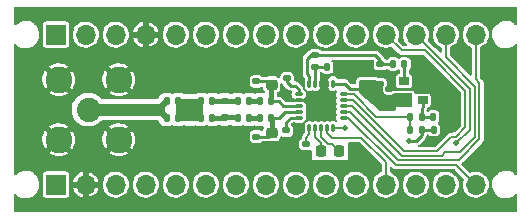
<source format=gtl>
%TF.GenerationSoftware,KiCad,Pcbnew,(5.99.0-8408-g2f86419c55)*%
%TF.CreationDate,2021-01-19T22:19:36+01:00*%
%TF.ProjectId,ax5243-test-board,61783532-3433-42d7-9465-73742d626f61,rev?*%
%TF.SameCoordinates,PX8954400PY4e33880*%
%TF.FileFunction,Copper,L1,Top*%
%TF.FilePolarity,Positive*%
%FSLAX46Y46*%
G04 Gerber Fmt 4.6, Leading zero omitted, Abs format (unit mm)*
G04 Created by KiCad (PCBNEW (5.99.0-8408-g2f86419c55)) date 2021-01-19 22:19:36*
%MOMM*%
%LPD*%
G01*
G04 APERTURE LIST*
G04 Aperture macros list*
%AMRoundRect*
0 Rectangle with rounded corners*
0 $1 Rounding radius*
0 $2 $3 $4 $5 $6 $7 $8 $9 X,Y pos of 4 corners*
0 Add a 4 corners polygon primitive as box body*
4,1,4,$2,$3,$4,$5,$6,$7,$8,$9,$2,$3,0*
0 Add four circle primitives for the rounded corners*
1,1,$1+$1,$2,$3*
1,1,$1+$1,$4,$5*
1,1,$1+$1,$6,$7*
1,1,$1+$1,$8,$9*
0 Add four rect primitives between the rounded corners*
20,1,$1+$1,$2,$3,$4,$5,0*
20,1,$1+$1,$4,$5,$6,$7,0*
20,1,$1+$1,$6,$7,$8,$9,0*
20,1,$1+$1,$8,$9,$2,$3,0*%
G04 Aperture macros list end*
%TA.AperFunction,ComponentPad*%
%ADD10C,0.510000*%
%TD*%
%TA.AperFunction,SMDPad,CuDef*%
%ADD11RoundRect,0.195000X-0.130000X-0.130000X0.130000X-0.130000X0.130000X0.130000X-0.130000X0.130000X0*%
%TD*%
%TA.AperFunction,SMDPad,CuDef*%
%ADD12R,2.550000X2.550000*%
%TD*%
%TA.AperFunction,SMDPad,CuDef*%
%ADD13O,0.300000X0.750000*%
%TD*%
%TA.AperFunction,SMDPad,CuDef*%
%ADD14O,0.750000X0.300000*%
%TD*%
%TA.AperFunction,SMDPad,CuDef*%
%ADD15RoundRect,0.140000X0.140000X0.170000X-0.140000X0.170000X-0.140000X-0.170000X0.140000X-0.170000X0*%
%TD*%
%TA.AperFunction,SMDPad,CuDef*%
%ADD16RoundRect,0.140000X0.170000X-0.140000X0.170000X0.140000X-0.170000X0.140000X-0.170000X-0.140000X0*%
%TD*%
%TA.AperFunction,SMDPad,CuDef*%
%ADD17RoundRect,0.147500X-0.147500X-0.172500X0.147500X-0.172500X0.147500X0.172500X-0.147500X0.172500X0*%
%TD*%
%TA.AperFunction,SMDPad,CuDef*%
%ADD18RoundRect,0.225000X0.250000X-0.225000X0.250000X0.225000X-0.250000X0.225000X-0.250000X-0.225000X0*%
%TD*%
%TA.AperFunction,SMDPad,CuDef*%
%ADD19R,0.850000X0.650000*%
%TD*%
%TA.AperFunction,SMDPad,CuDef*%
%ADD20RoundRect,0.218750X-0.256250X0.218750X-0.256250X-0.218750X0.256250X-0.218750X0.256250X0.218750X0*%
%TD*%
%TA.AperFunction,SMDPad,CuDef*%
%ADD21RoundRect,0.218750X0.218750X0.256250X-0.218750X0.256250X-0.218750X-0.256250X0.218750X-0.256250X0*%
%TD*%
%TA.AperFunction,ComponentPad*%
%ADD22C,2.050000*%
%TD*%
%TA.AperFunction,ComponentPad*%
%ADD23C,2.250000*%
%TD*%
%TA.AperFunction,SMDPad,CuDef*%
%ADD24RoundRect,0.140000X-0.140000X-0.170000X0.140000X-0.170000X0.140000X0.170000X-0.140000X0.170000X0*%
%TD*%
%TA.AperFunction,SMDPad,CuDef*%
%ADD25RoundRect,0.140000X-0.170000X0.140000X-0.170000X-0.140000X0.170000X-0.140000X0.170000X0.140000X0*%
%TD*%
%TA.AperFunction,SMDPad,CuDef*%
%ADD26RoundRect,0.135000X-0.185000X0.135000X-0.185000X-0.135000X0.185000X-0.135000X0.185000X0.135000X0*%
%TD*%
%TA.AperFunction,SMDPad,CuDef*%
%ADD27RoundRect,0.135000X0.135000X0.185000X-0.135000X0.185000X-0.135000X-0.185000X0.135000X-0.185000X0*%
%TD*%
%TA.AperFunction,SMDPad,CuDef*%
%ADD28RoundRect,0.147500X0.172500X-0.147500X0.172500X0.147500X-0.172500X0.147500X-0.172500X-0.147500X0*%
%TD*%
%TA.AperFunction,ComponentPad*%
%ADD29R,1.700000X1.700000*%
%TD*%
%TA.AperFunction,ComponentPad*%
%ADD30O,1.700000X1.700000*%
%TD*%
%TA.AperFunction,ViaPad*%
%ADD31C,0.500000*%
%TD*%
%TA.AperFunction,Conductor*%
%ADD32C,0.200000*%
%TD*%
%TA.AperFunction,Conductor*%
%ADD33C,0.500000*%
%TD*%
%TA.AperFunction,Conductor*%
%ADD34C,0.250000*%
%TD*%
%TA.AperFunction,Conductor*%
%ADD35C,1.000000*%
%TD*%
%TA.AperFunction,Conductor*%
%ADD36C,0.400000*%
%TD*%
%TA.AperFunction,Conductor*%
%ADD37C,0.800000*%
%TD*%
%TA.AperFunction,Conductor*%
%ADD38C,0.550000*%
%TD*%
%TA.AperFunction,Conductor*%
%ADD39C,0.249936*%
%TD*%
G04 APERTURE END LIST*
D10*
%TO.P,U1,21,GND*%
%TO.N,GND*%
X5130000Y-130000D03*
D11*
X4700000Y-550000D03*
X3850000Y-550000D03*
X3850000Y300000D03*
X5550000Y-550000D03*
X3850000Y1150000D03*
D10*
X5130000Y730000D03*
D11*
X5550000Y1150000D03*
X4700000Y1150000D03*
X4700000Y300000D03*
D10*
X4270000Y730000D03*
D11*
X5550000Y300000D03*
D10*
X4270000Y-130000D03*
D12*
X4700000Y300000D03*
D13*
%TO.P,U1,20,CLK16P*%
%TO.N,/CLK16P*%
X3700000Y2200000D03*
%TO.P,U1,19,CLK16N*%
%TO.N,/CLK16N*%
X4200000Y2200000D03*
%TO.P,U1,18,GPADC2*%
%TO.N,GND*%
X4700000Y2200000D03*
%TO.P,U1,17,GPADC1*%
X5200000Y2200000D03*
%TO.P,U1,16,VDD_IO*%
%TO.N,VDD*%
X5700000Y2200000D03*
D14*
%TO.P,U1,15,TCXO_EN*%
%TO.N,/TCXO_EN*%
X6600000Y1300000D03*
%TO.P,U1,14,IRQ*%
%TO.N,IRQ*%
X6600000Y800000D03*
%TO.P,U1,13,MOSI*%
%TO.N,MOSI*%
X6600000Y300000D03*
%TO.P,U1,12,MISO*%
%TO.N,MISO*%
X6600000Y-200000D03*
%TO.P,U1,11,CLK*%
%TO.N,CLK*%
X6600000Y-700000D03*
D13*
%TO.P,U1,10,SEL*%
%TO.N,SEL*%
X5700000Y-1600000D03*
%TO.P,U1,9,SYSCLK*%
%TO.N,SYSCLK*%
X5200000Y-1600000D03*
%TO.P,U1,8,L1*%
%TO.N,/L1*%
X4700000Y-1600000D03*
%TO.P,U1,7,L2*%
%TO.N,/L2*%
X4200000Y-1600000D03*
%TO.P,U1,6,FILT*%
%TO.N,/FILT*%
X3700000Y-1600000D03*
D14*
%TO.P,U1,5,VDD_ANA*%
%TO.N,/VDD_ANA2*%
X2800000Y-700000D03*
%TO.P,U1,4,ANTN*%
%TO.N,/ANTN*%
X2800000Y-200000D03*
%TO.P,U1,3,ANTP*%
%TO.N,/ANTP*%
X2800000Y300000D03*
%TO.P,U1,2,GND*%
%TO.N,GND*%
X2800000Y800000D03*
%TO.P,U1,1,VDD_ANA*%
%TO.N,/VDD_ANA1*%
X2800000Y1300000D03*
%TD*%
D15*
%TO.P,C15,1*%
%TO.N,GND*%
X6160000Y3600000D03*
%TO.P,C15,2*%
%TO.N,/CLK16N*%
X5200000Y3600000D03*
%TD*%
D16*
%TO.P,C18,1*%
%TO.N,VDD*%
X10470000Y790000D03*
%TO.P,C18,2*%
%TO.N,GND*%
X10470000Y1750000D03*
%TD*%
D17*
%TO.P,L1,1*%
%TO.N,/ANT*%
X-8385000Y700000D03*
%TO.P,L1,2*%
%TO.N,/RF3*%
X-7415000Y700000D03*
%TD*%
D18*
%TO.P,C13,1*%
%TO.N,VDD*%
X8410000Y1775000D03*
%TO.P,C13,2*%
%TO.N,GND*%
X8410000Y3325000D03*
%TD*%
D17*
%TO.P,L4,1*%
%TO.N,/RF2P*%
X-2385000Y700000D03*
%TO.P,L4,2*%
%TO.N,/RF1P*%
X-1415000Y700000D03*
%TD*%
D16*
%TO.P,C10,1*%
%TO.N,GND*%
X3400000Y-3880000D03*
%TO.P,C10,2*%
%TO.N,/FILT*%
X3400000Y-2920000D03*
%TD*%
D19*
%TO.P,X1,1,Tri-State*%
%TO.N,TCXO_CTL*%
X13275000Y775000D03*
%TO.P,X1,2,GND*%
%TO.N,GND*%
X13275000Y2425000D03*
%TO.P,X1,3,OUT*%
%TO.N,/OSC*%
X11725000Y2425000D03*
%TO.P,X1,4,VDD*%
%TO.N,VDD*%
X11725000Y775000D03*
%TD*%
D20*
%TO.P,L6,1*%
%TO.N,GND*%
X500000Y3687500D03*
%TO.P,L6,2*%
%TO.N,/ANTP*%
X500000Y2112500D03*
%TD*%
D21*
%TO.P,L8,1*%
%TO.N,/L1*%
X6237500Y-3550000D03*
%TO.P,L8,2*%
%TO.N,/L2*%
X4662500Y-3550000D03*
%TD*%
D22*
%TO.P,J1,1,In*%
%TO.N,/ANT*%
X-15000000Y0D03*
D23*
%TO.P,J1,2,Ext*%
%TO.N,GND*%
X-12460000Y2540000D03*
X-17540000Y2540000D03*
X-12460000Y-2540000D03*
X-17540000Y-2540000D03*
%TD*%
D24*
%TO.P,C4,1*%
%TO.N,/RF3*%
X-5480000Y-700000D03*
%TO.P,C4,2*%
%TO.N,/RF2N*%
X-4520000Y-700000D03*
%TD*%
%TO.P,C7,1*%
%TO.N,/RF1N*%
X-480000Y-700000D03*
%TO.P,C7,2*%
%TO.N,/ANTN*%
X480000Y-700000D03*
%TD*%
D16*
%TO.P,C3,1*%
%TO.N,GND*%
X-6400000Y-1680000D03*
%TO.P,C3,2*%
%TO.N,/RF3*%
X-6400000Y-720000D03*
%TD*%
D25*
%TO.P,C9,1*%
%TO.N,/ANTN*%
X-800000Y-2290000D03*
%TO.P,C9,2*%
%TO.N,GND*%
X-800000Y-3250000D03*
%TD*%
D26*
%TO.P,R3,1*%
%TO.N,/CLK16P*%
X4200000Y4610000D03*
%TO.P,R3,2*%
%TO.N,/CLK16N*%
X4200000Y3590000D03*
%TD*%
D27*
%TO.P,R1,1*%
%TO.N,TCXO_CTL*%
X13210000Y-590000D03*
%TO.P,R1,2*%
%TO.N,/TCXO_EN*%
X12190000Y-590000D03*
%TD*%
D25*
%TO.P,C8,1*%
%TO.N,GND*%
X-800000Y3340000D03*
%TO.P,C8,2*%
%TO.N,/ANTP*%
X-800000Y2380000D03*
%TD*%
D27*
%TO.P,R4,1*%
%TO.N,GND*%
X15210000Y-610000D03*
%TO.P,R4,2*%
%TO.N,TCXO_CTL*%
X14190000Y-610000D03*
%TD*%
D17*
%TO.P,L2,1*%
%TO.N,/RF3*%
X-5485000Y700000D03*
%TO.P,L2,2*%
%TO.N,/RF2P*%
X-4515000Y700000D03*
%TD*%
D27*
%TO.P,R2,1*%
%TO.N,DAC_OUT*%
X13220000Y-1690000D03*
%TO.P,R2,2*%
%TO.N,/TCXO_EN*%
X12200000Y-1690000D03*
%TD*%
D16*
%TO.P,C12,1*%
%TO.N,GND*%
X1760000Y-2730000D03*
%TO.P,C12,2*%
%TO.N,/VDD_ANA2*%
X1760000Y-1770000D03*
%TD*%
D20*
%TO.P,L7,1*%
%TO.N,/ANTN*%
X500000Y-2012500D03*
%TO.P,L7,2*%
%TO.N,GND*%
X500000Y-3587500D03*
%TD*%
D24*
%TO.P,C17,1*%
%TO.N,/CLK16P*%
X10790000Y3860000D03*
%TO.P,C17,2*%
%TO.N,/OSC*%
X11750000Y3860000D03*
%TD*%
D28*
%TO.P,L3,1*%
%TO.N,GND*%
X-3450000Y-1635000D03*
%TO.P,L3,2*%
%TO.N,/RF2N*%
X-3450000Y-665000D03*
%TD*%
D24*
%TO.P,C2,1*%
%TO.N,/ANT*%
X-8380000Y-700000D03*
%TO.P,C2,2*%
%TO.N,/RF3*%
X-7420000Y-700000D03*
%TD*%
D16*
%TO.P,C1,1*%
%TO.N,GND*%
X-9600000Y-1190000D03*
%TO.P,C1,2*%
%TO.N,/ANT*%
X-9600000Y-230000D03*
%TD*%
D25*
%TO.P,C5,1*%
%TO.N,GND*%
X-3480000Y1670000D03*
%TO.P,C5,2*%
%TO.N,/RF2P*%
X-3480000Y710000D03*
%TD*%
%TO.P,C16,1*%
%TO.N,/CLK16P*%
X9700000Y3850000D03*
%TO.P,C16,2*%
%TO.N,GND*%
X9700000Y2890000D03*
%TD*%
D17*
%TO.P,L5,1*%
%TO.N,/RF2N*%
X-2385000Y-700000D03*
%TO.P,L5,2*%
%TO.N,/RF1N*%
X-1415000Y-700000D03*
%TD*%
D15*
%TO.P,C14,1*%
%TO.N,GND*%
X15180000Y-1700000D03*
%TO.P,C14,2*%
%TO.N,DAC_OUT*%
X14220000Y-1700000D03*
%TD*%
D25*
%TO.P,C11,1*%
%TO.N,GND*%
X1800000Y3610000D03*
%TO.P,C11,2*%
%TO.N,/VDD_ANA1*%
X1800000Y2650000D03*
%TD*%
D24*
%TO.P,C6,1*%
%TO.N,/RF1P*%
X-480000Y700000D03*
%TO.P,C6,2*%
%TO.N,/ANTP*%
X480000Y700000D03*
%TD*%
D29*
%TO.P,J2,1,Pin_1*%
%TO.N,no_connect_28*%
X-17780000Y6350000D03*
D30*
%TO.P,J2,2,Pin_2*%
%TO.N,no_connect_31*%
X-15240000Y6350000D03*
%TO.P,J2,3,Pin_3*%
%TO.N,no_connect_32*%
X-12700000Y6350000D03*
%TO.P,J2,4,Pin_4*%
%TO.N,GND*%
X-10160000Y6350000D03*
%TO.P,J2,5,Pin_5*%
%TO.N,no_connect_33*%
X-7620000Y6350000D03*
%TO.P,J2,6,Pin_6*%
%TO.N,no_connect_34*%
X-5080000Y6350000D03*
%TO.P,J2,7,Pin_7*%
%TO.N,no_connect_35*%
X-2540000Y6350000D03*
%TO.P,J2,8,Pin_8*%
%TO.N,no_connect_36*%
X0Y6350000D03*
%TO.P,J2,9,Pin_9*%
%TO.N,no_connect_37*%
X2540000Y6350000D03*
%TO.P,J2,10,Pin_10*%
%TO.N,no_connect_29*%
X5080000Y6350000D03*
%TO.P,J2,11,Pin_11*%
%TO.N,no_connect_30*%
X7620000Y6350000D03*
%TO.P,J2,12,Pin_12*%
%TO.N,IRQ*%
X10160000Y6350000D03*
%TO.P,J2,13,Pin_13*%
%TO.N,SEL*%
X12700000Y6350000D03*
%TO.P,J2,14,Pin_14*%
%TO.N,MOSI*%
X15240000Y6350000D03*
%TO.P,J2,15,Pin_15*%
%TO.N,MISO*%
X17780000Y6350000D03*
%TD*%
D29*
%TO.P,J3,1,Pin_1*%
%TO.N,no_connect_38*%
X-17780000Y-6350000D03*
D30*
%TO.P,J3,2,Pin_2*%
%TO.N,GND*%
X-15240000Y-6350000D03*
%TO.P,J3,3,Pin_3*%
%TO.N,no_connect_41*%
X-12700000Y-6350000D03*
%TO.P,J3,4,Pin_4*%
%TO.N,no_connect_42*%
X-10160000Y-6350000D03*
%TO.P,J3,5,Pin_5*%
%TO.N,no_connect_43*%
X-7620000Y-6350000D03*
%TO.P,J3,6,Pin_6*%
%TO.N,no_connect_44*%
X-5080000Y-6350000D03*
%TO.P,J3,7,Pin_7*%
%TO.N,no_connect_45*%
X-2540000Y-6350000D03*
%TO.P,J3,8,Pin_8*%
%TO.N,no_connect_46*%
X0Y-6350000D03*
%TO.P,J3,9,Pin_9*%
%TO.N,no_connect_47*%
X2540000Y-6350000D03*
%TO.P,J3,10,Pin_10*%
%TO.N,no_connect_39*%
X5080000Y-6350000D03*
%TO.P,J3,11,Pin_11*%
%TO.N,DAC_OUT*%
X7620000Y-6350000D03*
%TO.P,J3,12,Pin_12*%
%TO.N,SYSCLK*%
X10160000Y-6350000D03*
%TO.P,J3,13,Pin_13*%
%TO.N,no_connect_40*%
X12700000Y-6350000D03*
%TO.P,J3,14,Pin_14*%
%TO.N,VDD*%
X15240000Y-6350000D03*
%TO.P,J3,15,Pin_15*%
%TO.N,CLK*%
X17780000Y-6350000D03*
%TD*%
D31*
%TO.N,GND*%
X8800000Y-4050000D03*
X7300000Y-3000000D03*
X-7000000Y-1700000D03*
X-5800000Y-1700000D03*
X-4050000Y-1650000D03*
X-2850000Y-1650000D03*
X-4100000Y1700000D03*
X-2900000Y1700000D03*
X850000Y-4300000D03*
X800000Y4400000D03*
X2400000Y3600000D03*
X2350000Y-2750000D03*
%TO.N,VDD*%
X10500000Y250000D03*
X9506885Y1410497D03*
%TO.N,GND*%
X15726107Y-1700000D03*
X2700000Y2800000D03*
X13950000Y2450000D03*
X7650000Y3700000D03*
X7650000Y2950000D03*
X6150000Y3000000D03*
X2900000Y-1450000D03*
X2000000Y950000D03*
X250000Y4400000D03*
X1800000Y4150000D03*
X13450000Y-2850000D03*
X15750000Y-600000D03*
X13300000Y3050000D03*
X10500000Y2300000D03*
%TO.N,SEL*%
X6750000Y-1600000D03*
%TO.N,GND*%
X-6400000Y-2200000D03*
X-10200000Y-1200000D03*
X-9600000Y-1700000D03*
X-5000000Y1600000D03*
X200000Y-4300000D03*
X-800000Y-3800000D03*
X-800000Y3900000D03*
X-3450000Y-2200000D03*
X-3500000Y2200000D03*
X-20500000Y-4000000D03*
X-20500000Y-2000000D03*
X-20500000Y2000000D03*
X-20500000Y4000000D03*
X-20500000Y0D03*
X20500000Y4000000D03*
X20500000Y2000000D03*
X20500000Y-4000000D03*
X20500000Y-2000000D03*
X20500000Y0D03*
X1250000Y8000000D03*
X-3830000Y8000000D03*
X-13990000Y8000000D03*
X-11450000Y8000000D03*
X-8910000Y8000000D03*
X-1290000Y8000000D03*
X-19070000Y8000000D03*
X-6370000Y8000000D03*
X-16530000Y8000000D03*
X8870000Y8000000D03*
X3790000Y8000000D03*
X6330000Y8000000D03*
X11410000Y8000000D03*
X13950000Y8000000D03*
X19030000Y8000000D03*
X16490000Y8000000D03*
X-19070000Y-7900000D03*
X-16530000Y-7900000D03*
X-13990000Y-7900000D03*
X-11450000Y-7900000D03*
X-8910000Y-7900000D03*
X-6370000Y-7900000D03*
X-3830000Y-7900000D03*
X-1290000Y-7900000D03*
X19030000Y-7900000D03*
X16490000Y-7900000D03*
X13950000Y-7900000D03*
X11410000Y-7900000D03*
X8870000Y-7900000D03*
X6330000Y-7900000D03*
X3790000Y-7900000D03*
X1250000Y-7900000D03*
X-1400000Y3400000D03*
X-1400000Y-3250000D03*
X-1900000Y-1600000D03*
X-5000000Y-1600000D03*
X-7900000Y-1600000D03*
X-6800000Y1550000D03*
X-1900000Y1600000D03*
X-8300000Y1700000D03*
X-9600000Y1150000D03*
%TO.N,DAC_OUT*%
X12100000Y-2700000D03*
%TO.N,SEL*%
X16144938Y-2844938D03*
%TO.N,VDD*%
X9500000Y700000D03*
X9506885Y2010497D03*
%TO.N,GND*%
X6700000Y3600000D03*
X1750000Y-3250000D03*
X2800000Y-3900000D03*
%TD*%
D32*
%TO.N,/TCXO_EN*%
X12190000Y-590000D02*
X9355570Y-590000D01*
X9355570Y-590000D02*
X7465570Y1300000D01*
D33*
%TO.N,VDD*%
X10500000Y250000D02*
X9950000Y250000D01*
X10470000Y280000D02*
X10470000Y790000D01*
X9950000Y250000D02*
X9500000Y700000D01*
X10500000Y250000D02*
X10470000Y280000D01*
D32*
%TO.N,MOSI*%
X15240000Y6350000D02*
X15240000Y4410000D01*
X16465570Y-3600000D02*
X15200000Y-3600000D01*
X17700000Y1950000D02*
X17700000Y-2365570D01*
X17700000Y-2365570D02*
X16465570Y-3600000D01*
X15240000Y4410000D02*
X17700000Y1950000D01*
X15200000Y-3600000D02*
X14900082Y-3899918D01*
%TO.N,GND*%
X15726107Y-1700000D02*
X15180000Y-1700000D01*
%TO.N,IRQ*%
X10160000Y6350000D02*
X10160000Y6340000D01*
X10160000Y6340000D02*
X11500000Y5000000D01*
X15700000Y-2300000D02*
X14500000Y-3500000D01*
X16900000Y1600000D02*
X16900000Y-1500000D01*
X11500000Y5000000D02*
X13484430Y5000000D01*
X13484430Y5000000D02*
X13984348Y4500082D01*
X13999918Y4500082D02*
X16900000Y1600000D01*
X16900000Y-1500000D02*
X16104971Y-2295029D01*
X16104971Y-2295029D02*
X15880981Y-2295029D01*
X13984348Y4500082D02*
X13999918Y4500082D01*
X7400000Y800000D02*
X6600000Y800000D01*
X15880981Y-2295029D02*
X15876010Y-2300000D01*
X15876010Y-2300000D02*
X15700000Y-2300000D01*
X14500000Y-3500000D02*
X11700000Y-3500000D01*
X11700000Y-3500000D02*
X7400000Y800000D01*
%TO.N,GND*%
X13925000Y2425000D02*
X13950000Y2450000D01*
X13275000Y2425000D02*
X13925000Y2425000D01*
D34*
X8410000Y3325000D02*
X8025000Y3325000D01*
X8025000Y3325000D02*
X7650000Y2950000D01*
X8025000Y3325000D02*
X7650000Y3700000D01*
X2000000Y950000D02*
X2150000Y800000D01*
X2150000Y800000D02*
X2800000Y800000D01*
D32*
X15750000Y-600000D02*
X15740000Y-610000D01*
X15740000Y-610000D02*
X15210000Y-610000D01*
X13300000Y3050000D02*
X13275000Y3025000D01*
X13275000Y3025000D02*
X13275000Y2425000D01*
D34*
X10500000Y2300000D02*
X10470000Y2270000D01*
X10470000Y2270000D02*
X10470000Y1750000D01*
D32*
X6700000Y3600000D02*
X6160000Y3600000D01*
%TO.N,SEL*%
X6750000Y-1600000D02*
X6624916Y-1600000D01*
X6624916Y-1600000D02*
X5700000Y-1600000D01*
%TO.N,GND*%
X3400000Y-3880000D02*
X2820000Y-3880000D01*
X2820000Y-3880000D02*
X2800000Y-3900000D01*
X2600000Y-2600000D02*
X1950000Y-3250000D01*
X1950000Y-3250000D02*
X1750000Y-3250000D01*
X1760000Y-2730000D02*
X1760000Y-3240000D01*
X1760000Y-3240000D02*
X1750000Y-3250000D01*
%TO.N,MISO*%
X6600000Y-200000D02*
X7100000Y-200000D01*
X11200000Y-4300000D02*
X16200000Y-4300000D01*
X17780000Y2570000D02*
X17780000Y6350000D01*
X16200000Y-4300000D02*
X16200164Y-4299836D01*
X16200164Y-4299836D02*
X16331300Y-4299836D01*
X7100000Y-200000D02*
X11200000Y-4300000D01*
X16331300Y-4299836D02*
X16431219Y-4199918D01*
X16431219Y-4199918D02*
X16431222Y-4199918D01*
X16431222Y-4199918D02*
X18099918Y-2531222D01*
X18099918Y-2531222D02*
X18099918Y-2400082D01*
X18099918Y-2400082D02*
X18100000Y-2400000D01*
X18100000Y-2400000D02*
X18100000Y2250000D01*
X18100000Y2250000D02*
X17780000Y2570000D01*
%TO.N,GND*%
X4270000Y-130000D02*
X2600000Y-1800000D01*
X2600000Y-1800000D02*
X2600000Y-2600000D01*
D34*
%TO.N,/CLK16P*%
X4200000Y4610000D02*
X3810000Y4610000D01*
X3700000Y2800000D02*
X3700000Y2200000D01*
X3810000Y4610000D02*
X3500000Y4300000D01*
X3500000Y4300000D02*
X3500000Y3000000D01*
X3500000Y3000000D02*
X3700000Y2800000D01*
D32*
%TO.N,GND*%
X5200000Y2200000D02*
X5200000Y800000D01*
X5200000Y800000D02*
X5130000Y730000D01*
X4700000Y2200000D02*
X4700000Y1160000D01*
X4700000Y1160000D02*
X4270000Y730000D01*
D34*
X2800000Y800000D02*
X4200000Y800000D01*
X4200000Y800000D02*
X4270000Y730000D01*
D32*
%TO.N,/L1*%
X6237500Y-3550000D02*
X6237500Y-3537500D01*
X6237500Y-3537500D02*
X5600000Y-2900000D01*
X5315570Y-2900000D02*
X4700000Y-2284430D01*
X4700000Y-2284430D02*
X4700000Y-1600000D01*
X5600000Y-2900000D02*
X5315570Y-2900000D01*
%TO.N,/L2*%
X4200000Y-1600000D02*
X4200000Y-2350000D01*
X4200000Y-2350000D02*
X4662500Y-2812500D01*
X4662500Y-2812500D02*
X4662500Y-3550000D01*
%TO.N,MOSI*%
X14900082Y-3899918D02*
X14600082Y-3899918D01*
X14900082Y-3899918D02*
X11499918Y-3899918D01*
X11499918Y-3899918D02*
X7300000Y300000D01*
X7300000Y300000D02*
X6600000Y300000D01*
%TO.N,SEL*%
X12700000Y6350000D02*
X14150000Y4900000D01*
X17300000Y1600000D02*
X17300000Y-1689876D01*
X17299918Y1600082D02*
X17300000Y1600000D01*
X14150000Y4900000D02*
X14165570Y4900000D01*
X14165570Y4900000D02*
X17299918Y1765652D01*
X17299918Y1765652D02*
X17299918Y1600082D01*
X17300000Y-1689876D02*
X16144938Y-2844938D01*
%TO.N,SYSCLK*%
X5200000Y-1800000D02*
X5200000Y-2000000D01*
X5200000Y-2000000D02*
X5600000Y-2400000D01*
X5600000Y-2400000D02*
X8100000Y-2400000D01*
X8100000Y-2400000D02*
X10160000Y-4460000D01*
X10160000Y-4460000D02*
X10160000Y-6350000D01*
%TO.N,CLK*%
X6600000Y-700000D02*
X7000000Y-700000D01*
X7000000Y-700000D02*
X11000000Y-4700000D01*
X11000000Y-4700000D02*
X16130000Y-4700000D01*
X16130000Y-4700000D02*
X17780000Y-6350000D01*
D35*
%TO.N,/ANT*%
X-10900000Y0D02*
X-10899939Y-61D01*
X-10899939Y-61D02*
X-9079939Y-61D01*
X-9079939Y-61D02*
X-9060000Y-20000D01*
D34*
%TO.N,/ANTN*%
X-800000Y-2290000D02*
X222500Y-2290000D01*
X222500Y-2290000D02*
X500000Y-2012500D01*
%TO.N,/ANTP*%
X-800000Y2380000D02*
X232500Y2380000D01*
X232500Y2380000D02*
X500000Y2112500D01*
D32*
%TO.N,GND*%
X15180000Y-1700000D02*
X15180000Y-640000D01*
X15180000Y-640000D02*
X15210000Y-610000D01*
D34*
%TO.N,DAC_OUT*%
X12100000Y-2700000D02*
X12700000Y-2700000D01*
X13220000Y-2180000D02*
X13220000Y-1690000D01*
X12700000Y-2700000D02*
X13220000Y-2180000D01*
D32*
%TO.N,GND*%
X4270000Y730000D02*
X3224918Y1775082D01*
X3224918Y1775082D02*
X3224918Y2185082D01*
X3224918Y2185082D02*
X1800000Y3610000D01*
D34*
X9110000Y2890000D02*
X9700000Y2890000D01*
X8675000Y3325000D02*
X9110000Y2890000D01*
X8410000Y3325000D02*
X8675000Y3325000D01*
%TO.N,VDD*%
X5700000Y2200000D02*
X6700000Y2200000D01*
X6700000Y2200000D02*
X7125000Y1775000D01*
X7125000Y1775000D02*
X8410000Y1775000D01*
D33*
X9506885Y2010497D02*
X8645497Y2010497D01*
X8645497Y2010497D02*
X8410000Y1775000D01*
X9500000Y700000D02*
X9485000Y700000D01*
X9485000Y700000D02*
X8410000Y1775000D01*
X10470000Y790000D02*
X9590000Y790000D01*
X9590000Y790000D02*
X9500000Y700000D01*
X9500000Y700000D02*
X9500000Y2003612D01*
X9500000Y2003612D02*
X9506885Y2010497D01*
D34*
%TO.N,/OSC*%
X11725000Y2425000D02*
X11725000Y3835000D01*
X11725000Y3835000D02*
X11750000Y3860000D01*
D32*
%TO.N,/TCXO_EN*%
X12190000Y-590000D02*
X12190000Y-1680000D01*
X12190000Y-1680000D02*
X12200000Y-1690000D01*
D34*
%TO.N,DAC_OUT*%
X13220000Y-1690000D02*
X14210000Y-1690000D01*
X14210000Y-1690000D02*
X14220000Y-1700000D01*
%TO.N,TCXO_CTL*%
X13210000Y-590000D02*
X14170000Y-590000D01*
X14170000Y-590000D02*
X14190000Y-610000D01*
X13275000Y175000D02*
X13200000Y100000D01*
X13275000Y775000D02*
X13275000Y175000D01*
X13200000Y100000D02*
X13200000Y-580000D01*
X13200000Y-580000D02*
X13210000Y-590000D01*
D32*
%TO.N,VDD*%
X11725000Y775000D02*
X10485000Y775000D01*
X10485000Y775000D02*
X10470000Y790000D01*
D34*
%TO.N,GND*%
X10470000Y1750000D02*
X12600000Y1750000D01*
X12600000Y1750000D02*
X13275000Y2425000D01*
D32*
%TO.N,/TCXO_EN*%
X7465570Y1300000D02*
X7300000Y1300000D01*
X7465570Y1300000D02*
X6600000Y1300000D01*
D34*
%TO.N,/CLK16N*%
X4200000Y2200000D02*
X4200000Y3590000D01*
%TO.N,/CLK16P*%
X9290000Y4610000D02*
X9400000Y4500000D01*
X4200000Y4610000D02*
X9290000Y4610000D01*
X9290000Y4610000D02*
X9700000Y4200000D01*
X9700000Y4200000D02*
X9700000Y3850000D01*
D36*
%TO.N,/ANTN*%
X500000Y-2012500D02*
X500000Y-720000D01*
D34*
X500000Y-720000D02*
X480000Y-700000D01*
D36*
%TO.N,/ANTP*%
X480000Y700000D02*
X480000Y2092500D01*
D34*
X480000Y2092500D02*
X500000Y2112500D01*
%TO.N,/VDD_ANA1*%
X1800000Y2300000D02*
X1800000Y2650000D01*
X2800000Y1300000D02*
X2800000Y1700000D01*
X2800000Y1700000D02*
X2500000Y2000000D01*
X2500000Y2000000D02*
X2100000Y2000000D01*
X2100000Y2000000D02*
X1800000Y2300000D01*
%TO.N,/VDD_ANA2*%
X1760000Y-1040000D02*
X1760000Y-1770000D01*
X2800000Y-700000D02*
X2100000Y-700000D01*
X2100000Y-700000D02*
X1760000Y-1040000D01*
%TO.N,/ANTN*%
X2800000Y-200000D02*
X1600000Y-200000D01*
X1600000Y-200000D02*
X1100000Y-700000D01*
X1100000Y-700000D02*
X480000Y-700000D01*
%TO.N,/ANTP*%
X1100000Y700000D02*
X480000Y700000D01*
X2800000Y300000D02*
X1500000Y300000D01*
X1500000Y300000D02*
X1100000Y700000D01*
%TO.N,/CLK16P*%
X9700000Y3850000D02*
X10780000Y3850000D01*
X10780000Y3850000D02*
X10790000Y3860000D01*
%TO.N,/CLK16N*%
X4210000Y3600000D02*
X5200000Y3600000D01*
%TO.N,/RF3*%
X-5485000Y700000D02*
X-5485000Y-695000D01*
X-5485000Y-695000D02*
X-5480000Y-700000D01*
X-7415000Y700000D02*
X-7415000Y-695000D01*
X-7415000Y-695000D02*
X-7420000Y-700000D01*
%TO.N,/ANTN*%
X490000Y-690000D02*
X480000Y-700000D01*
D36*
%TO.N,/RF1N*%
X-1415000Y-700000D02*
X-480000Y-700000D01*
%TO.N,/RF1P*%
X-1415000Y700000D02*
X-480000Y700000D01*
%TO.N,/RF2N*%
X-3450000Y-665000D02*
X-2420000Y-665000D01*
D34*
X-2420000Y-665000D02*
X-2385000Y-700000D01*
D36*
%TO.N,/RF2P*%
X-3480000Y710000D02*
X-2395000Y710000D01*
D34*
X-2395000Y710000D02*
X-2385000Y700000D01*
D36*
X-4515000Y700000D02*
X-3490000Y700000D01*
D34*
X-3490000Y700000D02*
X-3480000Y710000D01*
D36*
%TO.N,/RF2N*%
X-4520000Y-700000D02*
X-3485000Y-700000D01*
D34*
X-3485000Y-700000D02*
X-3450000Y-665000D01*
D36*
%TO.N,/RF3*%
X-7415000Y700000D02*
X-5485000Y700000D01*
X-6400000Y-720000D02*
X-5500000Y-720000D01*
D34*
X-5500000Y-720000D02*
X-5480000Y-700000D01*
D36*
X-7420000Y-700000D02*
X-6420000Y-700000D01*
D34*
X-6420000Y-700000D02*
X-6400000Y-720000D01*
D37*
%TO.N,/ANT*%
X-9105000Y-20000D02*
X-9060000Y-20000D01*
D38*
X-9060000Y-20000D02*
X-8380000Y-700000D01*
X-9105000Y-20000D02*
X-8385000Y700000D01*
D34*
X-10880000Y-20000D02*
X-10900000Y0D01*
D35*
X-15000000Y0D02*
X-10900000Y0D01*
D32*
%TO.N,/FILT*%
X3400000Y-2400000D02*
X3400000Y-2920000D01*
X3700000Y-1600000D02*
X3700000Y-2100000D01*
X3700000Y-2100000D02*
X3400000Y-2400000D01*
D39*
%TO.N,DAC_OUT*%
X7800000Y-6290000D02*
X7860000Y-6350000D01*
%TD*%
%TA.AperFunction,Conductor*%
%TO.N,GND*%
G36*
X21259191Y8681093D02*
G01*
X21295155Y8631593D01*
X21300000Y8601000D01*
X21300000Y7237388D01*
X21281093Y7179197D01*
X21231593Y7143233D01*
X21170407Y7143233D01*
X21133799Y7164690D01*
X21026754Y7263642D01*
X21026753Y7263643D01*
X21023424Y7266720D01*
X20991056Y7287143D01*
X20868956Y7364182D01*
X20844586Y7379558D01*
X20648180Y7457916D01*
X20440783Y7499170D01*
X20335062Y7500554D01*
X20233880Y7501879D01*
X20233875Y7501879D01*
X20229341Y7501938D01*
X20224866Y7501169D01*
X20224865Y7501169D01*
X20025404Y7466895D01*
X20020935Y7466127D01*
X19944566Y7437953D01*
X19826807Y7394510D01*
X19826804Y7394509D01*
X19822544Y7392937D01*
X19818641Y7390615D01*
X19818639Y7390614D01*
X19761643Y7356705D01*
X19640814Y7284819D01*
X19637399Y7281824D01*
X19637396Y7281822D01*
X19544588Y7200431D01*
X19481830Y7145394D01*
X19350916Y6979330D01*
X19252457Y6792191D01*
X19251113Y6787862D01*
X19194658Y6606047D01*
X19189750Y6590242D01*
X19189216Y6585732D01*
X19189216Y6585731D01*
X19186239Y6560573D01*
X19164896Y6380247D01*
X19178726Y6169240D01*
X19179842Y6164847D01*
X19179842Y6164845D01*
X19209973Y6046206D01*
X19230778Y5964286D01*
X19319308Y5772250D01*
X19441351Y5599563D01*
X19592820Y5452008D01*
X19596595Y5449486D01*
X19596597Y5449484D01*
X19667327Y5402224D01*
X19768643Y5334527D01*
X19772810Y5332737D01*
X19772815Y5332734D01*
X19856883Y5296616D01*
X19962931Y5251054D01*
X20169177Y5204385D01*
X20294150Y5199475D01*
X20375941Y5196262D01*
X20375942Y5196262D01*
X20380474Y5196084D01*
X20589746Y5226427D01*
X20594045Y5227886D01*
X20594048Y5227887D01*
X20785683Y5292938D01*
X20789984Y5294398D01*
X20811823Y5306628D01*
X20966057Y5393004D01*
X20974482Y5397722D01*
X21030988Y5444717D01*
X21137062Y5532938D01*
X21138456Y5531262D01*
X21185513Y5555238D01*
X21245945Y5545667D01*
X21289210Y5502402D01*
X21300000Y5457457D01*
X21300000Y-5462612D01*
X21281093Y-5520803D01*
X21231593Y-5556767D01*
X21170407Y-5556767D01*
X21133799Y-5535310D01*
X21026754Y-5436358D01*
X21026753Y-5436357D01*
X21023424Y-5433280D01*
X20991056Y-5412857D01*
X20859490Y-5329846D01*
X20844586Y-5320442D01*
X20648180Y-5242084D01*
X20440783Y-5200830D01*
X20335062Y-5199446D01*
X20233880Y-5198121D01*
X20233875Y-5198121D01*
X20229341Y-5198062D01*
X20224866Y-5198831D01*
X20224865Y-5198831D01*
X20025404Y-5233105D01*
X20020935Y-5233873D01*
X19944566Y-5262047D01*
X19826807Y-5305490D01*
X19826804Y-5305491D01*
X19822544Y-5307063D01*
X19818641Y-5309385D01*
X19818639Y-5309386D01*
X19784249Y-5329846D01*
X19640814Y-5415181D01*
X19637399Y-5418176D01*
X19637396Y-5418178D01*
X19544588Y-5499569D01*
X19481830Y-5554606D01*
X19350916Y-5720670D01*
X19348803Y-5724685D01*
X19348803Y-5724686D01*
X19274541Y-5865835D01*
X19252457Y-5907809D01*
X19251113Y-5912138D01*
X19194658Y-6093953D01*
X19189750Y-6109758D01*
X19189216Y-6114268D01*
X19189216Y-6114269D01*
X19186239Y-6139427D01*
X19164896Y-6319753D01*
X19178726Y-6530760D01*
X19179842Y-6535153D01*
X19179842Y-6535155D01*
X19209973Y-6653794D01*
X19230778Y-6735714D01*
X19319308Y-6927750D01*
X19441351Y-7100437D01*
X19592820Y-7247992D01*
X19596595Y-7250514D01*
X19596597Y-7250516D01*
X19667327Y-7297776D01*
X19768643Y-7365473D01*
X19772810Y-7367263D01*
X19772815Y-7367266D01*
X19856883Y-7403384D01*
X19962931Y-7448946D01*
X20169177Y-7495615D01*
X20294150Y-7500525D01*
X20375941Y-7503738D01*
X20375942Y-7503738D01*
X20380474Y-7503916D01*
X20589746Y-7473573D01*
X20594045Y-7472114D01*
X20594048Y-7472113D01*
X20785683Y-7407062D01*
X20789984Y-7405602D01*
X20811823Y-7393372D01*
X20966057Y-7306996D01*
X20974482Y-7302278D01*
X21030988Y-7255283D01*
X21137062Y-7167062D01*
X21138456Y-7168738D01*
X21185513Y-7144762D01*
X21245945Y-7154333D01*
X21289210Y-7197598D01*
X21300000Y-7242543D01*
X21300000Y-8601000D01*
X21281093Y-8659191D01*
X21231593Y-8695155D01*
X21201000Y-8700000D01*
X-21201000Y-8700000D01*
X-21259191Y-8681093D01*
X-21295155Y-8631593D01*
X-21300000Y-8601000D01*
X-21300000Y-7236357D01*
X-21281093Y-7178166D01*
X-21231593Y-7142202D01*
X-21170407Y-7142202D01*
X-21131919Y-7165443D01*
X-21101432Y-7195142D01*
X-21047180Y-7247992D01*
X-21043405Y-7250514D01*
X-21043403Y-7250516D01*
X-20972673Y-7297776D01*
X-20871357Y-7365473D01*
X-20867190Y-7367263D01*
X-20867185Y-7367266D01*
X-20783117Y-7403384D01*
X-20677069Y-7448946D01*
X-20470823Y-7495615D01*
X-20345850Y-7500525D01*
X-20264059Y-7503738D01*
X-20264058Y-7503738D01*
X-20259526Y-7503916D01*
X-20050254Y-7473573D01*
X-20045955Y-7472114D01*
X-20045952Y-7472113D01*
X-19854317Y-7407062D01*
X-19850016Y-7405602D01*
X-19828177Y-7393372D01*
X-19673943Y-7306996D01*
X-19665518Y-7302278D01*
X-19609012Y-7255283D01*
X-19536701Y-7195142D01*
X-19502938Y-7167062D01*
X-19367722Y-7004482D01*
X-19283227Y-6853605D01*
X-19266616Y-6823945D01*
X-19266615Y-6823943D01*
X-19264398Y-6819984D01*
X-19247401Y-6769911D01*
X-19197887Y-6624048D01*
X-19197886Y-6624045D01*
X-19196427Y-6619746D01*
X-19184162Y-6535155D01*
X-19166504Y-6413374D01*
X-19166503Y-6413366D01*
X-19166084Y-6410474D01*
X-19164714Y-6358197D01*
X-19164576Y-6352913D01*
X-19164576Y-6352908D01*
X-19164500Y-6350000D01*
X-19173979Y-6246835D01*
X-19183434Y-6143945D01*
X-19183849Y-6139427D01*
X-19241248Y-5935906D01*
X-19289877Y-5837295D01*
X-19332763Y-5750330D01*
X-19332765Y-5750326D01*
X-19334774Y-5746253D01*
X-19461296Y-5576820D01*
X-19506621Y-5534922D01*
X-19544399Y-5500000D01*
X-18885500Y-5500000D01*
X-18885500Y-7200000D01*
X-18866051Y-7297776D01*
X-18810666Y-7380666D01*
X-18727776Y-7436051D01*
X-18630000Y-7455500D01*
X-16930000Y-7455500D01*
X-16832224Y-7436051D01*
X-16749334Y-7380666D01*
X-16693949Y-7297776D01*
X-16674500Y-7200000D01*
X-16674500Y-6616264D01*
X-16309103Y-6616264D01*
X-16302004Y-6653655D01*
X-16299386Y-6662665D01*
X-16225425Y-6848993D01*
X-16221145Y-6857356D01*
X-16113289Y-7026331D01*
X-16107511Y-7033727D01*
X-15969641Y-7179267D01*
X-15962571Y-7185435D01*
X-15799666Y-7302278D01*
X-15791559Y-7306996D01*
X-15609496Y-7390928D01*
X-15600648Y-7394027D01*
X-15509222Y-7416568D01*
X-15496620Y-7415654D01*
X-15494000Y-7406473D01*
X-15494000Y-6619680D01*
X-15496417Y-6612243D01*
X-14986000Y-6612243D01*
X-14986000Y-7409528D01*
X-14981878Y-7422213D01*
X-14980598Y-7423144D01*
X-14979108Y-7423274D01*
X-14789732Y-7358622D01*
X-14781188Y-7354764D01*
X-14607133Y-7255283D01*
X-14599468Y-7249876D01*
X-14447370Y-7119282D01*
X-14440857Y-7112514D01*
X-14316200Y-6955518D01*
X-14311089Y-6947647D01*
X-14218368Y-6769911D01*
X-14214834Y-6761207D01*
X-14172312Y-6619024D01*
X-14172590Y-6607216D01*
X-14182901Y-6604000D01*
X-14970320Y-6604000D01*
X-14983005Y-6608122D01*
X-14986000Y-6612243D01*
X-15496417Y-6612243D01*
X-15498122Y-6606995D01*
X-15502243Y-6604000D01*
X-16295751Y-6604000D01*
X-16308436Y-6608122D01*
X-16308601Y-6608348D01*
X-16309103Y-6616264D01*
X-16674500Y-6616264D01*
X-16674500Y-6452116D01*
X-13800774Y-6452116D01*
X-13799896Y-6456738D01*
X-13799896Y-6456743D01*
X-13774637Y-6589782D01*
X-13761605Y-6658425D01*
X-13684130Y-6853605D01*
X-13681590Y-6857584D01*
X-13573684Y-7026639D01*
X-13573680Y-7026644D01*
X-13571146Y-7030614D01*
X-13426728Y-7183064D01*
X-13422898Y-7185811D01*
X-13422897Y-7185812D01*
X-13264570Y-7299373D01*
X-13256089Y-7305456D01*
X-13251808Y-7307429D01*
X-13251809Y-7307429D01*
X-13070685Y-7390928D01*
X-13065384Y-7393372D01*
X-13060817Y-7394498D01*
X-13060814Y-7394499D01*
X-13024776Y-7403384D01*
X-12861495Y-7443641D01*
X-12777073Y-7447991D01*
X-12656484Y-7454206D01*
X-12656479Y-7454206D01*
X-12651779Y-7454448D01*
X-12647118Y-7453797D01*
X-12647115Y-7453797D01*
X-12448470Y-7426056D01*
X-12448467Y-7426055D01*
X-12443803Y-7425404D01*
X-12434456Y-7422213D01*
X-12249531Y-7359079D01*
X-12249528Y-7359078D01*
X-12245071Y-7357556D01*
X-12062754Y-7253354D01*
X-11903431Y-7116556D01*
X-11900497Y-7112861D01*
X-11775781Y-6955790D01*
X-11775779Y-6955787D01*
X-11772850Y-6952098D01*
X-11675723Y-6765916D01*
X-11615554Y-6564726D01*
X-11604215Y-6452116D01*
X-11260774Y-6452116D01*
X-11259896Y-6456738D01*
X-11259896Y-6456743D01*
X-11234637Y-6589782D01*
X-11221605Y-6658425D01*
X-11144130Y-6853605D01*
X-11141590Y-6857584D01*
X-11033684Y-7026639D01*
X-11033680Y-7026644D01*
X-11031146Y-7030614D01*
X-10886728Y-7183064D01*
X-10882898Y-7185811D01*
X-10882897Y-7185812D01*
X-10724570Y-7299373D01*
X-10716089Y-7305456D01*
X-10711808Y-7307429D01*
X-10711809Y-7307429D01*
X-10530685Y-7390928D01*
X-10525384Y-7393372D01*
X-10520817Y-7394498D01*
X-10520814Y-7394499D01*
X-10484776Y-7403384D01*
X-10321495Y-7443641D01*
X-10237073Y-7447991D01*
X-10116484Y-7454206D01*
X-10116479Y-7454206D01*
X-10111779Y-7454448D01*
X-10107118Y-7453797D01*
X-10107115Y-7453797D01*
X-9908470Y-7426056D01*
X-9908467Y-7426055D01*
X-9903803Y-7425404D01*
X-9894456Y-7422213D01*
X-9709531Y-7359079D01*
X-9709528Y-7359078D01*
X-9705071Y-7357556D01*
X-9522754Y-7253354D01*
X-9363431Y-7116556D01*
X-9360497Y-7112861D01*
X-9235781Y-6955790D01*
X-9235779Y-6955787D01*
X-9232850Y-6952098D01*
X-9135723Y-6765916D01*
X-9075554Y-6564726D01*
X-9064215Y-6452116D01*
X-8720774Y-6452116D01*
X-8719896Y-6456738D01*
X-8719896Y-6456743D01*
X-8694637Y-6589782D01*
X-8681605Y-6658425D01*
X-8604130Y-6853605D01*
X-8601590Y-6857584D01*
X-8493684Y-7026639D01*
X-8493680Y-7026644D01*
X-8491146Y-7030614D01*
X-8346728Y-7183064D01*
X-8342898Y-7185811D01*
X-8342897Y-7185812D01*
X-8184570Y-7299373D01*
X-8176089Y-7305456D01*
X-8171808Y-7307429D01*
X-8171809Y-7307429D01*
X-7990685Y-7390928D01*
X-7985384Y-7393372D01*
X-7980817Y-7394498D01*
X-7980814Y-7394499D01*
X-7944776Y-7403384D01*
X-7781495Y-7443641D01*
X-7697073Y-7447991D01*
X-7576484Y-7454206D01*
X-7576479Y-7454206D01*
X-7571779Y-7454448D01*
X-7567118Y-7453797D01*
X-7567115Y-7453797D01*
X-7368470Y-7426056D01*
X-7368467Y-7426055D01*
X-7363803Y-7425404D01*
X-7354456Y-7422213D01*
X-7169531Y-7359079D01*
X-7169528Y-7359078D01*
X-7165071Y-7357556D01*
X-6982754Y-7253354D01*
X-6823431Y-7116556D01*
X-6820497Y-7112861D01*
X-6695781Y-6955790D01*
X-6695779Y-6955787D01*
X-6692850Y-6952098D01*
X-6595723Y-6765916D01*
X-6535554Y-6564726D01*
X-6524215Y-6452116D01*
X-6180774Y-6452116D01*
X-6179896Y-6456738D01*
X-6179896Y-6456743D01*
X-6154637Y-6589782D01*
X-6141605Y-6658425D01*
X-6064130Y-6853605D01*
X-6061590Y-6857584D01*
X-5953684Y-7026639D01*
X-5953680Y-7026644D01*
X-5951146Y-7030614D01*
X-5806728Y-7183064D01*
X-5802898Y-7185811D01*
X-5802897Y-7185812D01*
X-5644570Y-7299373D01*
X-5636089Y-7305456D01*
X-5631808Y-7307429D01*
X-5631809Y-7307429D01*
X-5450685Y-7390928D01*
X-5445384Y-7393372D01*
X-5440817Y-7394498D01*
X-5440814Y-7394499D01*
X-5404776Y-7403384D01*
X-5241495Y-7443641D01*
X-5157073Y-7447991D01*
X-5036484Y-7454206D01*
X-5036479Y-7454206D01*
X-5031779Y-7454448D01*
X-5027118Y-7453797D01*
X-5027115Y-7453797D01*
X-4828470Y-7426056D01*
X-4828467Y-7426055D01*
X-4823803Y-7425404D01*
X-4814456Y-7422213D01*
X-4629531Y-7359079D01*
X-4629528Y-7359078D01*
X-4625071Y-7357556D01*
X-4442754Y-7253354D01*
X-4283431Y-7116556D01*
X-4280497Y-7112861D01*
X-4155781Y-6955790D01*
X-4155779Y-6955787D01*
X-4152850Y-6952098D01*
X-4055723Y-6765916D01*
X-3995554Y-6564726D01*
X-3984215Y-6452116D01*
X-3640774Y-6452116D01*
X-3639896Y-6456738D01*
X-3639896Y-6456743D01*
X-3614637Y-6589782D01*
X-3601605Y-6658425D01*
X-3524130Y-6853605D01*
X-3521590Y-6857584D01*
X-3413684Y-7026639D01*
X-3413680Y-7026644D01*
X-3411146Y-7030614D01*
X-3266728Y-7183064D01*
X-3262898Y-7185811D01*
X-3262897Y-7185812D01*
X-3104570Y-7299373D01*
X-3096089Y-7305456D01*
X-3091808Y-7307429D01*
X-3091809Y-7307429D01*
X-2910685Y-7390928D01*
X-2905384Y-7393372D01*
X-2900817Y-7394498D01*
X-2900814Y-7394499D01*
X-2864776Y-7403384D01*
X-2701495Y-7443641D01*
X-2617073Y-7447991D01*
X-2496484Y-7454206D01*
X-2496479Y-7454206D01*
X-2491779Y-7454448D01*
X-2487118Y-7453797D01*
X-2487115Y-7453797D01*
X-2288470Y-7426056D01*
X-2288467Y-7426055D01*
X-2283803Y-7425404D01*
X-2274456Y-7422213D01*
X-2089531Y-7359079D01*
X-2089528Y-7359078D01*
X-2085071Y-7357556D01*
X-1902754Y-7253354D01*
X-1743431Y-7116556D01*
X-1740497Y-7112861D01*
X-1615781Y-6955790D01*
X-1615779Y-6955787D01*
X-1612850Y-6952098D01*
X-1515723Y-6765916D01*
X-1455554Y-6564726D01*
X-1444215Y-6452116D01*
X-1100774Y-6452116D01*
X-1099896Y-6456738D01*
X-1099896Y-6456743D01*
X-1074637Y-6589782D01*
X-1061605Y-6658425D01*
X-984130Y-6853605D01*
X-981590Y-6857584D01*
X-873684Y-7026639D01*
X-873680Y-7026644D01*
X-871146Y-7030614D01*
X-726728Y-7183064D01*
X-722898Y-7185811D01*
X-722897Y-7185812D01*
X-564570Y-7299373D01*
X-556089Y-7305456D01*
X-551808Y-7307429D01*
X-551809Y-7307429D01*
X-370685Y-7390928D01*
X-365384Y-7393372D01*
X-360817Y-7394498D01*
X-360814Y-7394499D01*
X-324776Y-7403384D01*
X-161495Y-7443641D01*
X-77073Y-7447991D01*
X43516Y-7454206D01*
X43521Y-7454206D01*
X48221Y-7454448D01*
X52882Y-7453797D01*
X52885Y-7453797D01*
X251530Y-7426056D01*
X251533Y-7426055D01*
X256197Y-7425404D01*
X265544Y-7422213D01*
X450469Y-7359079D01*
X450472Y-7359078D01*
X454929Y-7357556D01*
X637246Y-7253354D01*
X796569Y-7116556D01*
X799503Y-7112861D01*
X924219Y-6955790D01*
X924221Y-6955787D01*
X927150Y-6952098D01*
X1024277Y-6765916D01*
X1084446Y-6564726D01*
X1095785Y-6452116D01*
X1439226Y-6452116D01*
X1440104Y-6456738D01*
X1440104Y-6456743D01*
X1465363Y-6589782D01*
X1478395Y-6658425D01*
X1555870Y-6853605D01*
X1558410Y-6857584D01*
X1666316Y-7026639D01*
X1666320Y-7026644D01*
X1668854Y-7030614D01*
X1813272Y-7183064D01*
X1817102Y-7185811D01*
X1817103Y-7185812D01*
X1975430Y-7299373D01*
X1983911Y-7305456D01*
X1988192Y-7307429D01*
X1988191Y-7307429D01*
X2169315Y-7390928D01*
X2174616Y-7393372D01*
X2179183Y-7394498D01*
X2179186Y-7394499D01*
X2215224Y-7403384D01*
X2378505Y-7443641D01*
X2462927Y-7447991D01*
X2583516Y-7454206D01*
X2583521Y-7454206D01*
X2588221Y-7454448D01*
X2592882Y-7453797D01*
X2592885Y-7453797D01*
X2791530Y-7426056D01*
X2791533Y-7426055D01*
X2796197Y-7425404D01*
X2805544Y-7422213D01*
X2990469Y-7359079D01*
X2990472Y-7359078D01*
X2994929Y-7357556D01*
X3177246Y-7253354D01*
X3336569Y-7116556D01*
X3339503Y-7112861D01*
X3464219Y-6955790D01*
X3464221Y-6955787D01*
X3467150Y-6952098D01*
X3564277Y-6765916D01*
X3624446Y-6564726D01*
X3635785Y-6452116D01*
X3979226Y-6452116D01*
X3980104Y-6456738D01*
X3980104Y-6456743D01*
X4005363Y-6589782D01*
X4018395Y-6658425D01*
X4095870Y-6853605D01*
X4098410Y-6857584D01*
X4206316Y-7026639D01*
X4206320Y-7026644D01*
X4208854Y-7030614D01*
X4353272Y-7183064D01*
X4357102Y-7185811D01*
X4357103Y-7185812D01*
X4515430Y-7299373D01*
X4523911Y-7305456D01*
X4528192Y-7307429D01*
X4528191Y-7307429D01*
X4709315Y-7390928D01*
X4714616Y-7393372D01*
X4719183Y-7394498D01*
X4719186Y-7394499D01*
X4755224Y-7403384D01*
X4918505Y-7443641D01*
X5002927Y-7447991D01*
X5123516Y-7454206D01*
X5123521Y-7454206D01*
X5128221Y-7454448D01*
X5132882Y-7453797D01*
X5132885Y-7453797D01*
X5331530Y-7426056D01*
X5331533Y-7426055D01*
X5336197Y-7425404D01*
X5345544Y-7422213D01*
X5530469Y-7359079D01*
X5530472Y-7359078D01*
X5534929Y-7357556D01*
X5717246Y-7253354D01*
X5876569Y-7116556D01*
X5879503Y-7112861D01*
X6004219Y-6955790D01*
X6004221Y-6955787D01*
X6007150Y-6952098D01*
X6104277Y-6765916D01*
X6164446Y-6564726D01*
X6175785Y-6452116D01*
X6519226Y-6452116D01*
X6520104Y-6456738D01*
X6520104Y-6456743D01*
X6545363Y-6589782D01*
X6558395Y-6658425D01*
X6635870Y-6853605D01*
X6638410Y-6857584D01*
X6746316Y-7026639D01*
X6746320Y-7026644D01*
X6748854Y-7030614D01*
X6893272Y-7183064D01*
X6897102Y-7185811D01*
X6897103Y-7185812D01*
X7055430Y-7299373D01*
X7063911Y-7305456D01*
X7068192Y-7307429D01*
X7068191Y-7307429D01*
X7249315Y-7390928D01*
X7254616Y-7393372D01*
X7259183Y-7394498D01*
X7259186Y-7394499D01*
X7295224Y-7403384D01*
X7458505Y-7443641D01*
X7542927Y-7447991D01*
X7663516Y-7454206D01*
X7663521Y-7454206D01*
X7668221Y-7454448D01*
X7672882Y-7453797D01*
X7672885Y-7453797D01*
X7871530Y-7426056D01*
X7871533Y-7426055D01*
X7876197Y-7425404D01*
X7885544Y-7422213D01*
X8070469Y-7359079D01*
X8070472Y-7359078D01*
X8074929Y-7357556D01*
X8257246Y-7253354D01*
X8416569Y-7116556D01*
X8419503Y-7112861D01*
X8544219Y-6955790D01*
X8544221Y-6955787D01*
X8547150Y-6952098D01*
X8644277Y-6765916D01*
X8704446Y-6564726D01*
X8725485Y-6355788D01*
X8725500Y-6350000D01*
X8705555Y-6140955D01*
X8646441Y-5939453D01*
X8630144Y-5907809D01*
X8552447Y-5756952D01*
X8550290Y-5752764D01*
X8542316Y-5742612D01*
X8423485Y-5591334D01*
X8423483Y-5591332D01*
X8420572Y-5587626D01*
X8417016Y-5584540D01*
X8417012Y-5584536D01*
X8265527Y-5453084D01*
X8265526Y-5453083D01*
X8261967Y-5449995D01*
X8080198Y-5344839D01*
X8005099Y-5318760D01*
X7886270Y-5277495D01*
X7886264Y-5277494D01*
X7881825Y-5275952D01*
X7674003Y-5245820D01*
X7549289Y-5251592D01*
X7468942Y-5255311D01*
X7468941Y-5255311D01*
X7464234Y-5255529D01*
X7260084Y-5304729D01*
X7255796Y-5306679D01*
X7255795Y-5306679D01*
X7239881Y-5313915D01*
X7068922Y-5391646D01*
X6897644Y-5513142D01*
X6752430Y-5664834D01*
X6638520Y-5841249D01*
X6636762Y-5845610D01*
X6636762Y-5845611D01*
X6597045Y-5944163D01*
X6560025Y-6036021D01*
X6559124Y-6040634D01*
X6559123Y-6040638D01*
X6538616Y-6145650D01*
X6519776Y-6242122D01*
X6519226Y-6452116D01*
X6175785Y-6452116D01*
X6185485Y-6355788D01*
X6185500Y-6350000D01*
X6165555Y-6140955D01*
X6106441Y-5939453D01*
X6090144Y-5907809D01*
X6012447Y-5756952D01*
X6010290Y-5752764D01*
X6002316Y-5742612D01*
X5883485Y-5591334D01*
X5883483Y-5591332D01*
X5880572Y-5587626D01*
X5877016Y-5584540D01*
X5877012Y-5584536D01*
X5725527Y-5453084D01*
X5725526Y-5453083D01*
X5721967Y-5449995D01*
X5540198Y-5344839D01*
X5465099Y-5318760D01*
X5346270Y-5277495D01*
X5346264Y-5277494D01*
X5341825Y-5275952D01*
X5134003Y-5245820D01*
X5009289Y-5251592D01*
X4928942Y-5255311D01*
X4928941Y-5255311D01*
X4924234Y-5255529D01*
X4720084Y-5304729D01*
X4715796Y-5306679D01*
X4715795Y-5306679D01*
X4699881Y-5313915D01*
X4528922Y-5391646D01*
X4357644Y-5513142D01*
X4212430Y-5664834D01*
X4098520Y-5841249D01*
X4096762Y-5845610D01*
X4096762Y-5845611D01*
X4057045Y-5944163D01*
X4020025Y-6036021D01*
X4019124Y-6040634D01*
X4019123Y-6040638D01*
X3998616Y-6145650D01*
X3979776Y-6242122D01*
X3979226Y-6452116D01*
X3635785Y-6452116D01*
X3645485Y-6355788D01*
X3645500Y-6350000D01*
X3625555Y-6140955D01*
X3566441Y-5939453D01*
X3550144Y-5907809D01*
X3472447Y-5756952D01*
X3470290Y-5752764D01*
X3462316Y-5742612D01*
X3343485Y-5591334D01*
X3343483Y-5591332D01*
X3340572Y-5587626D01*
X3337016Y-5584540D01*
X3337012Y-5584536D01*
X3185527Y-5453084D01*
X3185526Y-5453083D01*
X3181967Y-5449995D01*
X3000198Y-5344839D01*
X2925099Y-5318760D01*
X2806270Y-5277495D01*
X2806264Y-5277494D01*
X2801825Y-5275952D01*
X2594003Y-5245820D01*
X2469289Y-5251592D01*
X2388942Y-5255311D01*
X2388941Y-5255311D01*
X2384234Y-5255529D01*
X2180084Y-5304729D01*
X2175796Y-5306679D01*
X2175795Y-5306679D01*
X2159881Y-5313915D01*
X1988922Y-5391646D01*
X1817644Y-5513142D01*
X1672430Y-5664834D01*
X1558520Y-5841249D01*
X1556762Y-5845610D01*
X1556762Y-5845611D01*
X1517045Y-5944163D01*
X1480025Y-6036021D01*
X1479124Y-6040634D01*
X1479123Y-6040638D01*
X1458616Y-6145650D01*
X1439776Y-6242122D01*
X1439226Y-6452116D01*
X1095785Y-6452116D01*
X1105485Y-6355788D01*
X1105500Y-6350000D01*
X1085555Y-6140955D01*
X1026441Y-5939453D01*
X1010144Y-5907809D01*
X932447Y-5756952D01*
X930290Y-5752764D01*
X922316Y-5742612D01*
X803485Y-5591334D01*
X803483Y-5591332D01*
X800572Y-5587626D01*
X797016Y-5584540D01*
X797012Y-5584536D01*
X645527Y-5453084D01*
X645526Y-5453083D01*
X641967Y-5449995D01*
X460198Y-5344839D01*
X385099Y-5318760D01*
X266270Y-5277495D01*
X266264Y-5277494D01*
X261825Y-5275952D01*
X54003Y-5245820D01*
X-70711Y-5251592D01*
X-151058Y-5255311D01*
X-151059Y-5255311D01*
X-155766Y-5255529D01*
X-359916Y-5304729D01*
X-364204Y-5306679D01*
X-364205Y-5306679D01*
X-380119Y-5313915D01*
X-551078Y-5391646D01*
X-722356Y-5513142D01*
X-867570Y-5664834D01*
X-981480Y-5841249D01*
X-983238Y-5845610D01*
X-983238Y-5845611D01*
X-1022955Y-5944163D01*
X-1059975Y-6036021D01*
X-1060876Y-6040634D01*
X-1060877Y-6040638D01*
X-1081384Y-6145650D01*
X-1100224Y-6242122D01*
X-1100774Y-6452116D01*
X-1444215Y-6452116D01*
X-1434515Y-6355788D01*
X-1434500Y-6350000D01*
X-1454445Y-6140955D01*
X-1513559Y-5939453D01*
X-1529856Y-5907809D01*
X-1607553Y-5756952D01*
X-1609710Y-5752764D01*
X-1617684Y-5742612D01*
X-1736515Y-5591334D01*
X-1736517Y-5591332D01*
X-1739428Y-5587626D01*
X-1742984Y-5584540D01*
X-1742988Y-5584536D01*
X-1894473Y-5453084D01*
X-1894474Y-5453083D01*
X-1898033Y-5449995D01*
X-2079802Y-5344839D01*
X-2154901Y-5318760D01*
X-2273730Y-5277495D01*
X-2273736Y-5277494D01*
X-2278175Y-5275952D01*
X-2485997Y-5245820D01*
X-2610711Y-5251592D01*
X-2691058Y-5255311D01*
X-2691059Y-5255311D01*
X-2695766Y-5255529D01*
X-2899916Y-5304729D01*
X-2904204Y-5306679D01*
X-2904205Y-5306679D01*
X-2920119Y-5313915D01*
X-3091078Y-5391646D01*
X-3262356Y-5513142D01*
X-3407570Y-5664834D01*
X-3521480Y-5841249D01*
X-3523238Y-5845610D01*
X-3523238Y-5845611D01*
X-3562955Y-5944163D01*
X-3599975Y-6036021D01*
X-3600876Y-6040634D01*
X-3600877Y-6040638D01*
X-3621384Y-6145650D01*
X-3640224Y-6242122D01*
X-3640774Y-6452116D01*
X-3984215Y-6452116D01*
X-3974515Y-6355788D01*
X-3974500Y-6350000D01*
X-3994445Y-6140955D01*
X-4053559Y-5939453D01*
X-4069856Y-5907809D01*
X-4147553Y-5756952D01*
X-4149710Y-5752764D01*
X-4157684Y-5742612D01*
X-4276515Y-5591334D01*
X-4276517Y-5591332D01*
X-4279428Y-5587626D01*
X-4282984Y-5584540D01*
X-4282988Y-5584536D01*
X-4434473Y-5453084D01*
X-4434474Y-5453083D01*
X-4438033Y-5449995D01*
X-4619802Y-5344839D01*
X-4694901Y-5318760D01*
X-4813730Y-5277495D01*
X-4813736Y-5277494D01*
X-4818175Y-5275952D01*
X-5025997Y-5245820D01*
X-5150711Y-5251592D01*
X-5231058Y-5255311D01*
X-5231059Y-5255311D01*
X-5235766Y-5255529D01*
X-5439916Y-5304729D01*
X-5444204Y-5306679D01*
X-5444205Y-5306679D01*
X-5460119Y-5313915D01*
X-5631078Y-5391646D01*
X-5802356Y-5513142D01*
X-5947570Y-5664834D01*
X-6061480Y-5841249D01*
X-6063238Y-5845610D01*
X-6063238Y-5845611D01*
X-6102955Y-5944163D01*
X-6139975Y-6036021D01*
X-6140876Y-6040634D01*
X-6140877Y-6040638D01*
X-6161384Y-6145650D01*
X-6180224Y-6242122D01*
X-6180774Y-6452116D01*
X-6524215Y-6452116D01*
X-6514515Y-6355788D01*
X-6514500Y-6350000D01*
X-6534445Y-6140955D01*
X-6593559Y-5939453D01*
X-6609856Y-5907809D01*
X-6687553Y-5756952D01*
X-6689710Y-5752764D01*
X-6697684Y-5742612D01*
X-6816515Y-5591334D01*
X-6816517Y-5591332D01*
X-6819428Y-5587626D01*
X-6822984Y-5584540D01*
X-6822988Y-5584536D01*
X-6974473Y-5453084D01*
X-6974474Y-5453083D01*
X-6978033Y-5449995D01*
X-7159802Y-5344839D01*
X-7234901Y-5318760D01*
X-7353730Y-5277495D01*
X-7353736Y-5277494D01*
X-7358175Y-5275952D01*
X-7565997Y-5245820D01*
X-7690711Y-5251592D01*
X-7771058Y-5255311D01*
X-7771059Y-5255311D01*
X-7775766Y-5255529D01*
X-7979916Y-5304729D01*
X-7984204Y-5306679D01*
X-7984205Y-5306679D01*
X-8000119Y-5313915D01*
X-8171078Y-5391646D01*
X-8342356Y-5513142D01*
X-8487570Y-5664834D01*
X-8601480Y-5841249D01*
X-8603238Y-5845610D01*
X-8603238Y-5845611D01*
X-8642955Y-5944163D01*
X-8679975Y-6036021D01*
X-8680876Y-6040634D01*
X-8680877Y-6040638D01*
X-8701384Y-6145650D01*
X-8720224Y-6242122D01*
X-8720774Y-6452116D01*
X-9064215Y-6452116D01*
X-9054515Y-6355788D01*
X-9054500Y-6350000D01*
X-9074445Y-6140955D01*
X-9133559Y-5939453D01*
X-9149856Y-5907809D01*
X-9227553Y-5756952D01*
X-9229710Y-5752764D01*
X-9237684Y-5742612D01*
X-9356515Y-5591334D01*
X-9356517Y-5591332D01*
X-9359428Y-5587626D01*
X-9362984Y-5584540D01*
X-9362988Y-5584536D01*
X-9514473Y-5453084D01*
X-9514474Y-5453083D01*
X-9518033Y-5449995D01*
X-9699802Y-5344839D01*
X-9774901Y-5318760D01*
X-9893730Y-5277495D01*
X-9893736Y-5277494D01*
X-9898175Y-5275952D01*
X-10105997Y-5245820D01*
X-10230711Y-5251592D01*
X-10311058Y-5255311D01*
X-10311059Y-5255311D01*
X-10315766Y-5255529D01*
X-10519916Y-5304729D01*
X-10524204Y-5306679D01*
X-10524205Y-5306679D01*
X-10540119Y-5313915D01*
X-10711078Y-5391646D01*
X-10882356Y-5513142D01*
X-11027570Y-5664834D01*
X-11141480Y-5841249D01*
X-11143238Y-5845610D01*
X-11143238Y-5845611D01*
X-11182955Y-5944163D01*
X-11219975Y-6036021D01*
X-11220876Y-6040634D01*
X-11220877Y-6040638D01*
X-11241384Y-6145650D01*
X-11260224Y-6242122D01*
X-11260774Y-6452116D01*
X-11604215Y-6452116D01*
X-11594515Y-6355788D01*
X-11594500Y-6350000D01*
X-11614445Y-6140955D01*
X-11673559Y-5939453D01*
X-11689856Y-5907809D01*
X-11767553Y-5756952D01*
X-11769710Y-5752764D01*
X-11777684Y-5742612D01*
X-11896515Y-5591334D01*
X-11896517Y-5591332D01*
X-11899428Y-5587626D01*
X-11902984Y-5584540D01*
X-11902988Y-5584536D01*
X-12054473Y-5453084D01*
X-12054474Y-5453083D01*
X-12058033Y-5449995D01*
X-12239802Y-5344839D01*
X-12314901Y-5318760D01*
X-12433730Y-5277495D01*
X-12433736Y-5277494D01*
X-12438175Y-5275952D01*
X-12645997Y-5245820D01*
X-12770711Y-5251592D01*
X-12851058Y-5255311D01*
X-12851059Y-5255311D01*
X-12855766Y-5255529D01*
X-13059916Y-5304729D01*
X-13064204Y-5306679D01*
X-13064205Y-5306679D01*
X-13080119Y-5313915D01*
X-13251078Y-5391646D01*
X-13422356Y-5513142D01*
X-13567570Y-5664834D01*
X-13681480Y-5841249D01*
X-13683238Y-5845610D01*
X-13683238Y-5845611D01*
X-13722955Y-5944163D01*
X-13759975Y-6036021D01*
X-13760876Y-6040634D01*
X-13760877Y-6040638D01*
X-13781384Y-6145650D01*
X-13800224Y-6242122D01*
X-13800774Y-6452116D01*
X-16674500Y-6452116D01*
X-16674500Y-6080613D01*
X-16308176Y-6080613D01*
X-16306563Y-6093849D01*
X-16306466Y-6093953D01*
X-16298565Y-6096000D01*
X-15509680Y-6096000D01*
X-15496995Y-6091878D01*
X-15494000Y-6087757D01*
X-15494000Y-5295395D01*
X-15496822Y-5286708D01*
X-14986000Y-5286708D01*
X-14986000Y-6080320D01*
X-14981878Y-6093005D01*
X-14977757Y-6096000D01*
X-14183832Y-6096000D01*
X-14172514Y-6092323D01*
X-14172361Y-6081653D01*
X-14212696Y-5944163D01*
X-14216180Y-5935451D01*
X-14307974Y-5757222D01*
X-14313044Y-5749326D01*
X-14436878Y-5591677D01*
X-14443347Y-5584884D01*
X-14594763Y-5453491D01*
X-14602405Y-5448041D01*
X-14775934Y-5347652D01*
X-14784457Y-5343750D01*
X-14973527Y-5278093D01*
X-14983627Y-5279829D01*
X-14984638Y-5280867D01*
X-14986000Y-5286708D01*
X-15496822Y-5286708D01*
X-15497932Y-5283293D01*
X-15507333Y-5282928D01*
X-15595170Y-5304097D01*
X-15604042Y-5307152D01*
X-15786540Y-5390129D01*
X-15794672Y-5394805D01*
X-15958187Y-5510794D01*
X-15965287Y-5516923D01*
X-16103920Y-5661740D01*
X-16109734Y-5669103D01*
X-16218483Y-5837525D01*
X-16222794Y-5845841D01*
X-16297735Y-6031793D01*
X-16300399Y-6040789D01*
X-16308176Y-6080613D01*
X-16674500Y-6080613D01*
X-16674500Y-5500000D01*
X-16693949Y-5402224D01*
X-16749334Y-5319334D01*
X-16832224Y-5263949D01*
X-16930000Y-5244500D01*
X-18630000Y-5244500D01*
X-18727776Y-5263949D01*
X-18810666Y-5319334D01*
X-18866051Y-5402224D01*
X-18885500Y-5500000D01*
X-19544399Y-5500000D01*
X-19613246Y-5436358D01*
X-19613247Y-5436357D01*
X-19616576Y-5433280D01*
X-19648944Y-5412857D01*
X-19780510Y-5329846D01*
X-19795414Y-5320442D01*
X-19991820Y-5242084D01*
X-20199217Y-5200830D01*
X-20304938Y-5199446D01*
X-20406120Y-5198121D01*
X-20406125Y-5198121D01*
X-20410659Y-5198062D01*
X-20415134Y-5198831D01*
X-20415135Y-5198831D01*
X-20614596Y-5233105D01*
X-20619065Y-5233873D01*
X-20695434Y-5262047D01*
X-20813193Y-5305490D01*
X-20813196Y-5305491D01*
X-20817456Y-5307063D01*
X-20821359Y-5309385D01*
X-20821361Y-5309386D01*
X-20855751Y-5329846D01*
X-20999186Y-5415181D01*
X-21002601Y-5418176D01*
X-21002604Y-5418178D01*
X-21135725Y-5534922D01*
X-21191942Y-5559075D01*
X-21251618Y-5545571D01*
X-21291960Y-5499569D01*
X-21300000Y-5460490D01*
X-21300000Y-3676273D01*
X-18311391Y-3676273D01*
X-18305336Y-3682922D01*
X-18180752Y-3761833D01*
X-18173342Y-3765690D01*
X-17965736Y-3852322D01*
X-17957770Y-3854879D01*
X-17738527Y-3905294D01*
X-17730262Y-3906470D01*
X-17505649Y-3919225D01*
X-17497303Y-3918991D01*
X-17273762Y-3893719D01*
X-17265566Y-3892082D01*
X-17049476Y-3829506D01*
X-17041684Y-3826515D01*
X-16839222Y-3728423D01*
X-16832040Y-3724158D01*
X-16776569Y-3684518D01*
X-16770479Y-3676273D01*
X-13231391Y-3676273D01*
X-13225336Y-3682922D01*
X-13100752Y-3761833D01*
X-13093342Y-3765690D01*
X-12885736Y-3852322D01*
X-12877770Y-3854879D01*
X-12658527Y-3905294D01*
X-12650262Y-3906470D01*
X-12425649Y-3919225D01*
X-12417303Y-3918991D01*
X-12193762Y-3893719D01*
X-12185566Y-3892082D01*
X-11969476Y-3829506D01*
X-11961684Y-3826515D01*
X-11759222Y-3728423D01*
X-11752040Y-3724158D01*
X-11696569Y-3684518D01*
X-11688643Y-3673787D01*
X-11688636Y-3672899D01*
X-11692233Y-3666977D01*
X-12448914Y-2910296D01*
X-12460797Y-2904242D01*
X-12465828Y-2905038D01*
X-13225500Y-3664710D01*
X-13231391Y-3676273D01*
X-16770479Y-3676273D01*
X-16768643Y-3673787D01*
X-16768636Y-3672899D01*
X-16772233Y-3666977D01*
X-17528914Y-2910296D01*
X-17540797Y-2904242D01*
X-17545828Y-2905038D01*
X-18305500Y-3664710D01*
X-18311391Y-3676273D01*
X-21300000Y-3676273D01*
X-21300000Y-2639279D01*
X-18916075Y-2639279D01*
X-18915448Y-2647609D01*
X-18879675Y-2869711D01*
X-18877652Y-2877823D01*
X-18804970Y-3090715D01*
X-18801610Y-3098371D01*
X-18694094Y-3295980D01*
X-18689490Y-3302961D01*
X-18687155Y-3305923D01*
X-18676065Y-3313333D01*
X-18673919Y-3313248D01*
X-18669861Y-3310651D01*
X-17910296Y-2551086D01*
X-17905054Y-2540797D01*
X-17175758Y-2540797D01*
X-17174962Y-2545828D01*
X-16415827Y-3304963D01*
X-16403944Y-3311017D01*
X-16403298Y-3310915D01*
X-16397773Y-3306117D01*
X-16349706Y-3237597D01*
X-16345507Y-3230380D01*
X-16249185Y-3027071D01*
X-16246262Y-3019253D01*
X-16185574Y-2802621D01*
X-16184010Y-2794420D01*
X-16167840Y-2639279D01*
X-13836075Y-2639279D01*
X-13835448Y-2647609D01*
X-13799675Y-2869711D01*
X-13797652Y-2877823D01*
X-13724970Y-3090715D01*
X-13721610Y-3098371D01*
X-13614094Y-3295980D01*
X-13609490Y-3302961D01*
X-13607155Y-3305923D01*
X-13596065Y-3313333D01*
X-13593919Y-3313248D01*
X-13589861Y-3310651D01*
X-12830296Y-2551086D01*
X-12825054Y-2540797D01*
X-12095758Y-2540797D01*
X-12094962Y-2545828D01*
X-11335827Y-3304963D01*
X-11323944Y-3311017D01*
X-11323298Y-3310915D01*
X-11317773Y-3306117D01*
X-11269706Y-3237597D01*
X-11265507Y-3230380D01*
X-11169185Y-3027071D01*
X-11166262Y-3019253D01*
X-11105574Y-2802621D01*
X-11104010Y-2794420D01*
X-11080495Y-2568802D01*
X-11080232Y-2564160D01*
X-11080022Y-2542345D01*
X-11080197Y-2537673D01*
X-11099375Y-2311656D01*
X-11100781Y-2303431D01*
X-11157300Y-2085674D01*
X-11160073Y-2077800D01*
X-11252474Y-1872675D01*
X-11256533Y-1865382D01*
X-11316033Y-1777005D01*
X-11326535Y-1768785D01*
X-11326676Y-1768780D01*
X-11333709Y-1772919D01*
X-12089704Y-2528914D01*
X-12095758Y-2540797D01*
X-12825054Y-2540797D01*
X-12824242Y-2539203D01*
X-12825038Y-2534172D01*
X-13587498Y-1771712D01*
X-13598367Y-1766174D01*
X-13605761Y-1773235D01*
X-13710658Y-1957511D01*
X-13714164Y-1965098D01*
X-13790920Y-2176558D01*
X-13793099Y-2184634D01*
X-13833130Y-2406003D01*
X-13833916Y-2414329D01*
X-13836075Y-2639279D01*
X-16167840Y-2639279D01*
X-16160495Y-2568802D01*
X-16160232Y-2564160D01*
X-16160022Y-2542345D01*
X-16160197Y-2537673D01*
X-16179375Y-2311656D01*
X-16180781Y-2303431D01*
X-16237300Y-2085674D01*
X-16240073Y-2077800D01*
X-16332474Y-1872675D01*
X-16336533Y-1865382D01*
X-16396033Y-1777005D01*
X-16406535Y-1768785D01*
X-16406676Y-1768780D01*
X-16413709Y-1772919D01*
X-17169704Y-2528914D01*
X-17175758Y-2540797D01*
X-17905054Y-2540797D01*
X-17904242Y-2539203D01*
X-17905038Y-2534172D01*
X-18667498Y-1771712D01*
X-18678367Y-1766174D01*
X-18685761Y-1773235D01*
X-18790658Y-1957511D01*
X-18794164Y-1965098D01*
X-18870920Y-2176558D01*
X-18873099Y-2184634D01*
X-18913130Y-2406003D01*
X-18913916Y-2414329D01*
X-18916075Y-2639279D01*
X-21300000Y-2639279D01*
X-21300000Y-1404806D01*
X-18312309Y-1404806D01*
X-18307686Y-1413104D01*
X-17551086Y-2169704D01*
X-17539203Y-2175758D01*
X-17534172Y-2174962D01*
X-16774322Y-1415112D01*
X-16768268Y-1403229D01*
X-16768487Y-1401846D01*
X-16772408Y-1397202D01*
X-16809433Y-1369654D01*
X-16816542Y-1365246D01*
X-17017079Y-1263287D01*
X-17024809Y-1260149D01*
X-17239666Y-1193434D01*
X-17247815Y-1191642D01*
X-17470841Y-1162082D01*
X-17479181Y-1161689D01*
X-17703990Y-1170129D01*
X-17712283Y-1171147D01*
X-17932458Y-1217345D01*
X-17940452Y-1219743D01*
X-18149704Y-1302381D01*
X-18157177Y-1306090D01*
X-18304041Y-1395210D01*
X-18312309Y-1404806D01*
X-21300000Y-1404806D01*
X-21300000Y-107257D01*
X-16426473Y-107257D01*
X-16388008Y-346069D01*
X-16309855Y-574986D01*
X-16194250Y-787463D01*
X-16044497Y-977423D01*
X-16041383Y-980231D01*
X-16041381Y-980234D01*
X-15870865Y-1134037D01*
X-15864879Y-1139436D01*
X-15660531Y-1268869D01*
X-15552832Y-1313810D01*
X-15441166Y-1360407D01*
X-15441161Y-1360409D01*
X-15437297Y-1362021D01*
X-15201559Y-1416229D01*
X-15073209Y-1423517D01*
X-14964239Y-1429705D01*
X-14964234Y-1429705D01*
X-14960058Y-1429942D01*
X-14737717Y-1404806D01*
X-13232309Y-1404806D01*
X-13227686Y-1413104D01*
X-12471086Y-2169704D01*
X-12459203Y-2175758D01*
X-12454172Y-2174962D01*
X-11694322Y-1415112D01*
X-11688268Y-1403229D01*
X-11688487Y-1401846D01*
X-11692408Y-1397202D01*
X-11729433Y-1369654D01*
X-11736542Y-1365246D01*
X-11937079Y-1263287D01*
X-11944809Y-1260149D01*
X-12159666Y-1193434D01*
X-12167815Y-1191642D01*
X-12390841Y-1162082D01*
X-12399181Y-1161689D01*
X-12623990Y-1170129D01*
X-12632283Y-1171147D01*
X-12852458Y-1217345D01*
X-12860452Y-1219743D01*
X-13069704Y-1302381D01*
X-13077177Y-1306090D01*
X-13224041Y-1395210D01*
X-13232309Y-1404806D01*
X-14737717Y-1404806D01*
X-14719699Y-1402769D01*
X-14715676Y-1401604D01*
X-14715671Y-1401603D01*
X-14491388Y-1336655D01*
X-14491387Y-1336654D01*
X-14487355Y-1335487D01*
X-14295951Y-1242753D01*
X-14273445Y-1231849D01*
X-14273444Y-1231849D01*
X-14269668Y-1230019D01*
X-14121192Y-1123917D01*
X-14076281Y-1091823D01*
X-14076280Y-1091822D01*
X-14072864Y-1089381D01*
X-13914673Y-929803D01*
X-13860279Y-901787D01*
X-13844365Y-900500D01*
X-10948675Y-900500D01*
X-10947898Y-900520D01*
X-10947512Y-900561D01*
X-10926863Y-900561D01*
X-10921682Y-900697D01*
X-10857729Y-904049D01*
X-10857725Y-904049D01*
X-10852549Y-904320D01*
X-10847430Y-903509D01*
X-10847426Y-903509D01*
X-10836512Y-901780D01*
X-10821025Y-900561D01*
X-9904577Y-900561D01*
X-9885950Y-902668D01*
X-9883416Y-903580D01*
X-9817574Y-910500D01*
X-9393499Y-910500D01*
X-9390156Y-910042D01*
X-9390155Y-910042D01*
X-9327630Y-901477D01*
X-9314194Y-900561D01*
X-9266154Y-900561D01*
X-9240531Y-903934D01*
X-9206664Y-913009D01*
X-9206662Y-913009D01*
X-9201651Y-914352D01*
X-9196466Y-914624D01*
X-9196464Y-914624D01*
X-9174068Y-915797D01*
X-9154438Y-916826D01*
X-9097316Y-938752D01*
X-9089612Y-945689D01*
X-9072830Y-962472D01*
X-9047483Y-1005849D01*
X-9046321Y-1010011D01*
X-9045405Y-1016696D01*
X-8986601Y-1152584D01*
X-8893420Y-1267652D01*
X-8887918Y-1271562D01*
X-8887917Y-1271563D01*
X-8781974Y-1346853D01*
X-8772728Y-1353424D01*
X-8736789Y-1366363D01*
X-8639033Y-1401558D01*
X-8639031Y-1401558D01*
X-8633416Y-1403580D01*
X-8627481Y-1404204D01*
X-8627480Y-1404204D01*
X-8618678Y-1405129D01*
X-8567574Y-1410500D01*
X-8203499Y-1410500D01*
X-8200156Y-1410042D01*
X-8200155Y-1410042D01*
X-8099987Y-1396321D01*
X-8099983Y-1396320D01*
X-8093304Y-1395405D01*
X-8087118Y-1392728D01*
X-8087114Y-1392727D01*
X-7963606Y-1339280D01*
X-7963604Y-1339279D01*
X-7957416Y-1336601D01*
X-7952174Y-1332356D01*
X-7948520Y-1330143D01*
X-7888951Y-1316170D01*
X-7839886Y-1334125D01*
X-7821503Y-1347188D01*
X-7812728Y-1353424D01*
X-7806383Y-1355708D01*
X-7806380Y-1355710D01*
X-7679033Y-1401558D01*
X-7679031Y-1401558D01*
X-7673416Y-1403580D01*
X-7667481Y-1404204D01*
X-7667480Y-1404204D01*
X-7658678Y-1405129D01*
X-7607574Y-1410500D01*
X-7243499Y-1410500D01*
X-7240156Y-1410042D01*
X-7240155Y-1410042D01*
X-7139987Y-1396321D01*
X-7139983Y-1396320D01*
X-7133304Y-1395405D01*
X-7127118Y-1392728D01*
X-7127114Y-1392727D01*
X-7031601Y-1351394D01*
X-6997416Y-1336601D01*
X-6980079Y-1322562D01*
X-6917778Y-1300500D01*
X-6914722Y-1300500D01*
X-6857375Y-1318801D01*
X-6822728Y-1343424D01*
X-6767696Y-1363237D01*
X-6689033Y-1391558D01*
X-6689031Y-1391558D01*
X-6683416Y-1393580D01*
X-6677481Y-1394204D01*
X-6677480Y-1394204D01*
X-6667907Y-1395210D01*
X-6617574Y-1400500D01*
X-6193499Y-1400500D01*
X-6190156Y-1400042D01*
X-6190155Y-1400042D01*
X-6089987Y-1386321D01*
X-6089983Y-1386320D01*
X-6083304Y-1385405D01*
X-6077116Y-1382727D01*
X-6077115Y-1382727D01*
X-6024694Y-1360042D01*
X-5975647Y-1338818D01*
X-5914735Y-1333060D01*
X-5884322Y-1346601D01*
X-5884210Y-1346387D01*
X-5880800Y-1348170D01*
X-5878983Y-1348979D01*
X-5872728Y-1353424D01*
X-5836789Y-1366363D01*
X-5739033Y-1401558D01*
X-5739031Y-1401558D01*
X-5733416Y-1403580D01*
X-5727481Y-1404204D01*
X-5727480Y-1404204D01*
X-5718678Y-1405129D01*
X-5667574Y-1410500D01*
X-5303499Y-1410500D01*
X-5300156Y-1410042D01*
X-5300155Y-1410042D01*
X-5199987Y-1396321D01*
X-5199983Y-1396320D01*
X-5193304Y-1395405D01*
X-5187118Y-1392728D01*
X-5187114Y-1392727D01*
X-5063606Y-1339280D01*
X-5063604Y-1339279D01*
X-5057416Y-1336601D01*
X-5052174Y-1332356D01*
X-5048520Y-1330143D01*
X-4988951Y-1316170D01*
X-4939886Y-1334125D01*
X-4921503Y-1347188D01*
X-4912728Y-1353424D01*
X-4906383Y-1355708D01*
X-4906380Y-1355710D01*
X-4779033Y-1401558D01*
X-4779031Y-1401558D01*
X-4773416Y-1403580D01*
X-4767481Y-1404204D01*
X-4767480Y-1404204D01*
X-4758678Y-1405129D01*
X-4707574Y-1410500D01*
X-4343499Y-1410500D01*
X-4340156Y-1410042D01*
X-4340155Y-1410042D01*
X-4239987Y-1396321D01*
X-4239983Y-1396320D01*
X-4233304Y-1395405D01*
X-4227118Y-1392728D01*
X-4227114Y-1392727D01*
X-4131601Y-1351394D01*
X-4097416Y-1336601D01*
X-4080079Y-1322562D01*
X-4017778Y-1300500D01*
X-3901733Y-1300500D01*
X-3868198Y-1306353D01*
X-3743092Y-1351394D01*
X-3743090Y-1351394D01*
X-3737475Y-1353416D01*
X-3731540Y-1354040D01*
X-3731539Y-1354040D01*
X-3718196Y-1355442D01*
X-3670073Y-1360500D01*
X-3240999Y-1360500D01*
X-3128787Y-1345129D01*
X-3122600Y-1342451D01*
X-3122598Y-1342451D01*
X-2997223Y-1288196D01*
X-2997220Y-1288194D01*
X-2996381Y-1287831D01*
X-2996380Y-1287831D01*
X-2991031Y-1285516D01*
X-2990614Y-1286479D01*
X-2937204Y-1273951D01*
X-2888139Y-1291906D01*
X-2798356Y-1355711D01*
X-2788703Y-1362571D01*
X-2713974Y-1389475D01*
X-2653092Y-1411394D01*
X-2653090Y-1411394D01*
X-2647475Y-1413416D01*
X-2641540Y-1414040D01*
X-2641539Y-1414040D01*
X-2628196Y-1415442D01*
X-2580073Y-1420500D01*
X-2200999Y-1420500D01*
X-2088787Y-1405129D01*
X-2082600Y-1402451D01*
X-2082598Y-1402451D01*
X-1957221Y-1348195D01*
X-1957219Y-1348194D01*
X-1951031Y-1345516D01*
X-1947850Y-1342940D01*
X-1889415Y-1329233D01*
X-1840349Y-1347188D01*
X-1828357Y-1355710D01*
X-1818703Y-1362571D01*
X-1743974Y-1389475D01*
X-1683092Y-1411394D01*
X-1683090Y-1411394D01*
X-1677475Y-1413416D01*
X-1671540Y-1414040D01*
X-1671539Y-1414040D01*
X-1658196Y-1415442D01*
X-1610073Y-1420500D01*
X-1230999Y-1420500D01*
X-1118787Y-1405129D01*
X-1112600Y-1402451D01*
X-1112598Y-1402451D01*
X-987225Y-1348197D01*
X-987222Y-1348195D01*
X-983043Y-1346387D01*
X-981031Y-1345516D01*
X-980872Y-1345883D01*
X-925438Y-1332880D01*
X-884906Y-1347712D01*
X-884213Y-1346387D01*
X-878225Y-1349518D01*
X-872728Y-1353424D01*
X-866383Y-1355708D01*
X-866380Y-1355710D01*
X-739033Y-1401558D01*
X-739031Y-1401558D01*
X-733416Y-1403580D01*
X-727481Y-1404204D01*
X-727480Y-1404204D01*
X-718678Y-1405129D01*
X-667574Y-1410500D01*
X-303499Y-1410500D01*
X-300156Y-1410042D01*
X-300155Y-1410042D01*
X-270970Y-1406044D01*
X-258261Y-1404303D01*
X-198043Y-1415138D01*
X-155694Y-1459299D01*
X-147390Y-1519918D01*
X-161749Y-1556233D01*
X-186763Y-1594825D01*
X-225291Y-1723651D01*
X-225500Y-1726464D01*
X-225500Y-1763057D01*
X-244407Y-1821248D01*
X-293907Y-1857212D01*
X-355093Y-1857212D01*
X-384874Y-1838962D01*
X-385717Y-1840123D01*
X-392025Y-1835540D01*
X-397531Y-1830034D01*
X-404468Y-1826499D01*
X-404470Y-1826498D01*
X-500844Y-1777393D01*
X-500845Y-1777393D01*
X-507784Y-1773857D01*
X-515478Y-1772638D01*
X-515479Y-1772638D01*
X-594585Y-1760109D01*
X-594587Y-1760109D01*
X-598431Y-1759500D01*
X-1001569Y-1759500D01*
X-1005413Y-1760109D01*
X-1005415Y-1760109D01*
X-1084521Y-1772638D01*
X-1084522Y-1772638D01*
X-1092216Y-1773857D01*
X-1099155Y-1777393D01*
X-1099156Y-1777393D01*
X-1195530Y-1826498D01*
X-1195532Y-1826499D01*
X-1202469Y-1830034D01*
X-1289966Y-1917531D01*
X-1293501Y-1924468D01*
X-1293502Y-1924470D01*
X-1337764Y-2011340D01*
X-1346143Y-2027784D01*
X-1347362Y-2035478D01*
X-1347362Y-2035479D01*
X-1350464Y-2055067D01*
X-1360500Y-2118431D01*
X-1360500Y-2461569D01*
X-1359891Y-2465413D01*
X-1359891Y-2465415D01*
X-1347706Y-2542345D01*
X-1346143Y-2552216D01*
X-1342607Y-2559155D01*
X-1342607Y-2559156D01*
X-1295889Y-2650844D01*
X-1289966Y-2662469D01*
X-1202469Y-2749966D01*
X-1195532Y-2753501D01*
X-1195530Y-2753502D01*
X-1103664Y-2800310D01*
X-1092216Y-2806143D01*
X-1084522Y-2807362D01*
X-1084521Y-2807362D01*
X-1005415Y-2819891D01*
X-1005413Y-2819891D01*
X-1001569Y-2820500D01*
X-598431Y-2820500D01*
X-594587Y-2819891D01*
X-594585Y-2819891D01*
X-515479Y-2807362D01*
X-515478Y-2807362D01*
X-507784Y-2806143D01*
X-496336Y-2800310D01*
X-404470Y-2753502D01*
X-404468Y-2753501D01*
X-397531Y-2749966D01*
X-342061Y-2694496D01*
X-287544Y-2666719D01*
X-272057Y-2665500D01*
X42834Y-2665500D01*
X71200Y-2669651D01*
X168511Y-2698754D01*
X168513Y-2698754D01*
X173651Y-2700291D01*
X176464Y-2700500D01*
X791164Y-2700500D01*
X794654Y-2700000D01*
X794657Y-2700000D01*
X851439Y-2691868D01*
X889356Y-2686438D01*
X957334Y-2655530D01*
X1005338Y-2633704D01*
X1005339Y-2633703D01*
X1011762Y-2630783D01*
X1092584Y-2561142D01*
X1108283Y-2547615D01*
X1108284Y-2547614D01*
X1113627Y-2543010D01*
X1156656Y-2476624D01*
X1182928Y-2436092D01*
X1182929Y-2436091D01*
X1186763Y-2430175D01*
X1225291Y-2301349D01*
X1225823Y-2301508D01*
X1253231Y-2250930D01*
X1308435Y-2224544D01*
X1366382Y-2234476D01*
X1376005Y-2239379D01*
X1467784Y-2286143D01*
X1475478Y-2287362D01*
X1475479Y-2287362D01*
X1554585Y-2299891D01*
X1554587Y-2299891D01*
X1558431Y-2300500D01*
X1961569Y-2300500D01*
X1965413Y-2299891D01*
X1965415Y-2299891D01*
X2044521Y-2287362D01*
X2044522Y-2287362D01*
X2052216Y-2286143D01*
X2102543Y-2260500D01*
X2155530Y-2233502D01*
X2155532Y-2233501D01*
X2162469Y-2229966D01*
X2249966Y-2142469D01*
X2254983Y-2132624D01*
X2302607Y-2039156D01*
X2302607Y-2039155D01*
X2306143Y-2032216D01*
X2308221Y-2019100D01*
X2319891Y-1945415D01*
X2319891Y-1945413D01*
X2320500Y-1941569D01*
X2320500Y-1598431D01*
X2313817Y-1556233D01*
X2307362Y-1515479D01*
X2307362Y-1515478D01*
X2306143Y-1507784D01*
X2302607Y-1500844D01*
X2253502Y-1404470D01*
X2253501Y-1404468D01*
X2249966Y-1397531D01*
X2164496Y-1312061D01*
X2136719Y-1257544D01*
X2135500Y-1242057D01*
X2135500Y-1236544D01*
X2154407Y-1178353D01*
X2164497Y-1166540D01*
X2226542Y-1104496D01*
X2281059Y-1076719D01*
X2296545Y-1075500D01*
X2406712Y-1075500D01*
X2437306Y-1080346D01*
X2442751Y-1082115D01*
X2449694Y-1085653D01*
X2457390Y-1086872D01*
X2539586Y-1099891D01*
X2539588Y-1099891D01*
X2543432Y-1100500D01*
X3056568Y-1100500D01*
X3060412Y-1099891D01*
X3060414Y-1099891D01*
X3142611Y-1086872D01*
X3142612Y-1086872D01*
X3150306Y-1085653D01*
X3157244Y-1082118D01*
X3157247Y-1082117D01*
X3213277Y-1053568D01*
X3273709Y-1043997D01*
X3328226Y-1071775D01*
X3356003Y-1126291D01*
X3346432Y-1186723D01*
X3317883Y-1242753D01*
X3317882Y-1242756D01*
X3314347Y-1249694D01*
X3313128Y-1257388D01*
X3313128Y-1257389D01*
X3300157Y-1339281D01*
X3299500Y-1343432D01*
X3299500Y-1856568D01*
X3300109Y-1860412D01*
X3300109Y-1860414D01*
X3311879Y-1934725D01*
X3302308Y-1995157D01*
X3284102Y-2020216D01*
X3186572Y-2117746D01*
X3170271Y-2130909D01*
X3160744Y-2137061D01*
X3155678Y-2143487D01*
X3155676Y-2143489D01*
X3140102Y-2163244D01*
X3136430Y-2167377D01*
X3136448Y-2167392D01*
X3133797Y-2170521D01*
X3130918Y-2173400D01*
X3128549Y-2176716D01*
X3128545Y-2176720D01*
X3120841Y-2187501D01*
X3118057Y-2191210D01*
X3088473Y-2228737D01*
X3085905Y-2236048D01*
X3085257Y-2237296D01*
X3080751Y-2243602D01*
X3078408Y-2251438D01*
X3067065Y-2289368D01*
X3065622Y-2293808D01*
X3054844Y-2324500D01*
X3049794Y-2338879D01*
X3049500Y-2342273D01*
X3049500Y-2344412D01*
X3049408Y-2346545D01*
X3049249Y-2346538D01*
X3049058Y-2349580D01*
X3047304Y-2355444D01*
X3047625Y-2363618D01*
X3047898Y-2370562D01*
X3031289Y-2429451D01*
X3007162Y-2454544D01*
X3004476Y-2456495D01*
X2997531Y-2460034D01*
X2910034Y-2547531D01*
X2906499Y-2554468D01*
X2906498Y-2554470D01*
X2869962Y-2626176D01*
X2853857Y-2657784D01*
X2852638Y-2665478D01*
X2852638Y-2665479D01*
X2847094Y-2700485D01*
X2839500Y-2748431D01*
X2839500Y-3091569D01*
X2840109Y-3095413D01*
X2840109Y-3095415D01*
X2852161Y-3171506D01*
X2853857Y-3182216D01*
X2857393Y-3189155D01*
X2857393Y-3189156D01*
X2875331Y-3224360D01*
X2910034Y-3292469D01*
X2997531Y-3379966D01*
X3004468Y-3383501D01*
X3004470Y-3383502D01*
X3100842Y-3432606D01*
X3107784Y-3436143D01*
X3115478Y-3437362D01*
X3115479Y-3437362D01*
X3194585Y-3449891D01*
X3194587Y-3449891D01*
X3198431Y-3450500D01*
X3601569Y-3450500D01*
X3605413Y-3449891D01*
X3605415Y-3449891D01*
X3684521Y-3437362D01*
X3684522Y-3437362D01*
X3692216Y-3436143D01*
X3699155Y-3432607D01*
X3699159Y-3432606D01*
X3756054Y-3403616D01*
X3816487Y-3394044D01*
X3871003Y-3421821D01*
X3898781Y-3476337D01*
X3900000Y-3491825D01*
X3900000Y-4300000D01*
X7000000Y-4300000D01*
X7000000Y-2849500D01*
X7018907Y-2791309D01*
X7068407Y-2755345D01*
X7099000Y-2750500D01*
X7913810Y-2750500D01*
X7972001Y-2769407D01*
X7983814Y-2779496D01*
X9780504Y-4576186D01*
X9808281Y-4630703D01*
X9809500Y-4646190D01*
X9809500Y-5236708D01*
X9790593Y-5294899D01*
X9751476Y-5326830D01*
X9608922Y-5391646D01*
X9437644Y-5513142D01*
X9292430Y-5664834D01*
X9178520Y-5841249D01*
X9176762Y-5845610D01*
X9176762Y-5845611D01*
X9137045Y-5944163D01*
X9100025Y-6036021D01*
X9099124Y-6040634D01*
X9099123Y-6040638D01*
X9078616Y-6145650D01*
X9059776Y-6242122D01*
X9059226Y-6452116D01*
X9060104Y-6456738D01*
X9060104Y-6456743D01*
X9085363Y-6589782D01*
X9098395Y-6658425D01*
X9175870Y-6853605D01*
X9178410Y-6857584D01*
X9286316Y-7026639D01*
X9286320Y-7026644D01*
X9288854Y-7030614D01*
X9433272Y-7183064D01*
X9437102Y-7185811D01*
X9437103Y-7185812D01*
X9595430Y-7299373D01*
X9603911Y-7305456D01*
X9608192Y-7307429D01*
X9608191Y-7307429D01*
X9789315Y-7390928D01*
X9794616Y-7393372D01*
X9799183Y-7394498D01*
X9799186Y-7394499D01*
X9835224Y-7403384D01*
X9998505Y-7443641D01*
X10082927Y-7447991D01*
X10203516Y-7454206D01*
X10203521Y-7454206D01*
X10208221Y-7454448D01*
X10212882Y-7453797D01*
X10212885Y-7453797D01*
X10411530Y-7426056D01*
X10411533Y-7426055D01*
X10416197Y-7425404D01*
X10425544Y-7422213D01*
X10610469Y-7359079D01*
X10610472Y-7359078D01*
X10614929Y-7357556D01*
X10797246Y-7253354D01*
X10956569Y-7116556D01*
X10959503Y-7112861D01*
X11084219Y-6955790D01*
X11084221Y-6955787D01*
X11087150Y-6952098D01*
X11184277Y-6765916D01*
X11244446Y-6564726D01*
X11255785Y-6452116D01*
X11599226Y-6452116D01*
X11600104Y-6456738D01*
X11600104Y-6456743D01*
X11625363Y-6589782D01*
X11638395Y-6658425D01*
X11715870Y-6853605D01*
X11718410Y-6857584D01*
X11826316Y-7026639D01*
X11826320Y-7026644D01*
X11828854Y-7030614D01*
X11973272Y-7183064D01*
X11977102Y-7185811D01*
X11977103Y-7185812D01*
X12135430Y-7299373D01*
X12143911Y-7305456D01*
X12148192Y-7307429D01*
X12148191Y-7307429D01*
X12329315Y-7390928D01*
X12334616Y-7393372D01*
X12339183Y-7394498D01*
X12339186Y-7394499D01*
X12375224Y-7403384D01*
X12538505Y-7443641D01*
X12622927Y-7447991D01*
X12743516Y-7454206D01*
X12743521Y-7454206D01*
X12748221Y-7454448D01*
X12752882Y-7453797D01*
X12752885Y-7453797D01*
X12951530Y-7426056D01*
X12951533Y-7426055D01*
X12956197Y-7425404D01*
X12965544Y-7422213D01*
X13150469Y-7359079D01*
X13150472Y-7359078D01*
X13154929Y-7357556D01*
X13337246Y-7253354D01*
X13496569Y-7116556D01*
X13499503Y-7112861D01*
X13624219Y-6955790D01*
X13624221Y-6955787D01*
X13627150Y-6952098D01*
X13724277Y-6765916D01*
X13784446Y-6564726D01*
X13795785Y-6452116D01*
X14139226Y-6452116D01*
X14140104Y-6456738D01*
X14140104Y-6456743D01*
X14165363Y-6589782D01*
X14178395Y-6658425D01*
X14255870Y-6853605D01*
X14258410Y-6857584D01*
X14366316Y-7026639D01*
X14366320Y-7026644D01*
X14368854Y-7030614D01*
X14513272Y-7183064D01*
X14517102Y-7185811D01*
X14517103Y-7185812D01*
X14675430Y-7299373D01*
X14683911Y-7305456D01*
X14688192Y-7307429D01*
X14688191Y-7307429D01*
X14869315Y-7390928D01*
X14874616Y-7393372D01*
X14879183Y-7394498D01*
X14879186Y-7394499D01*
X14915224Y-7403384D01*
X15078505Y-7443641D01*
X15162927Y-7447991D01*
X15283516Y-7454206D01*
X15283521Y-7454206D01*
X15288221Y-7454448D01*
X15292882Y-7453797D01*
X15292885Y-7453797D01*
X15491530Y-7426056D01*
X15491533Y-7426055D01*
X15496197Y-7425404D01*
X15505544Y-7422213D01*
X15690469Y-7359079D01*
X15690472Y-7359078D01*
X15694929Y-7357556D01*
X15877246Y-7253354D01*
X16036569Y-7116556D01*
X16039503Y-7112861D01*
X16164219Y-6955790D01*
X16164221Y-6955787D01*
X16167150Y-6952098D01*
X16264277Y-6765916D01*
X16324446Y-6564726D01*
X16345485Y-6355788D01*
X16345500Y-6350000D01*
X16325555Y-6140955D01*
X16266441Y-5939453D01*
X16250144Y-5907809D01*
X16172447Y-5756952D01*
X16170290Y-5752764D01*
X16162316Y-5742612D01*
X16043485Y-5591334D01*
X16043483Y-5591332D01*
X16040572Y-5587626D01*
X16037016Y-5584540D01*
X16037012Y-5584536D01*
X15885527Y-5453084D01*
X15885526Y-5453083D01*
X15881967Y-5449995D01*
X15700198Y-5344839D01*
X15625099Y-5318760D01*
X15506270Y-5277495D01*
X15506264Y-5277494D01*
X15501825Y-5275952D01*
X15368588Y-5256634D01*
X15305425Y-5247476D01*
X15278655Y-5234274D01*
X15238390Y-5248394D01*
X15088942Y-5255311D01*
X15088941Y-5255311D01*
X15084234Y-5255529D01*
X14880084Y-5304729D01*
X14875796Y-5306679D01*
X14875795Y-5306679D01*
X14859881Y-5313915D01*
X14688922Y-5391646D01*
X14517644Y-5513142D01*
X14372430Y-5664834D01*
X14258520Y-5841249D01*
X14256762Y-5845610D01*
X14256762Y-5845611D01*
X14217045Y-5944163D01*
X14180025Y-6036021D01*
X14179124Y-6040634D01*
X14179123Y-6040638D01*
X14158616Y-6145650D01*
X14139776Y-6242122D01*
X14139226Y-6452116D01*
X13795785Y-6452116D01*
X13805485Y-6355788D01*
X13805500Y-6350000D01*
X13785555Y-6140955D01*
X13726441Y-5939453D01*
X13710144Y-5907809D01*
X13632447Y-5756952D01*
X13630290Y-5752764D01*
X13622316Y-5742612D01*
X13503485Y-5591334D01*
X13503483Y-5591332D01*
X13500572Y-5587626D01*
X13497016Y-5584540D01*
X13497012Y-5584536D01*
X13345527Y-5453084D01*
X13345526Y-5453083D01*
X13341967Y-5449995D01*
X13160198Y-5344839D01*
X13085099Y-5318760D01*
X12966270Y-5277495D01*
X12966264Y-5277494D01*
X12961825Y-5275952D01*
X12828588Y-5256634D01*
X12765425Y-5247476D01*
X12738655Y-5234274D01*
X12698390Y-5248394D01*
X12548942Y-5255311D01*
X12548941Y-5255311D01*
X12544234Y-5255529D01*
X12340084Y-5304729D01*
X12335796Y-5306679D01*
X12335795Y-5306679D01*
X12319881Y-5313915D01*
X12148922Y-5391646D01*
X11977644Y-5513142D01*
X11832430Y-5664834D01*
X11718520Y-5841249D01*
X11716762Y-5845610D01*
X11716762Y-5845611D01*
X11677045Y-5944163D01*
X11640025Y-6036021D01*
X11639124Y-6040634D01*
X11639123Y-6040638D01*
X11618616Y-6145650D01*
X11599776Y-6242122D01*
X11599226Y-6452116D01*
X11255785Y-6452116D01*
X11265485Y-6355788D01*
X11265500Y-6350000D01*
X11245555Y-6140955D01*
X11186441Y-5939453D01*
X11170144Y-5907809D01*
X11092447Y-5756952D01*
X11090290Y-5752764D01*
X11082316Y-5742612D01*
X10963485Y-5591334D01*
X10963483Y-5591332D01*
X10960572Y-5587626D01*
X10957016Y-5584540D01*
X10957012Y-5584536D01*
X10805527Y-5453084D01*
X10805526Y-5453083D01*
X10801967Y-5449995D01*
X10646987Y-5360337D01*
X10624281Y-5347201D01*
X10624280Y-5347201D01*
X10620198Y-5344839D01*
X10609621Y-5341166D01*
X10577024Y-5329846D01*
X10528255Y-5292895D01*
X10510500Y-5236324D01*
X10510500Y-4945190D01*
X10529407Y-4886999D01*
X10578907Y-4851035D01*
X10640093Y-4851035D01*
X10679504Y-4875186D01*
X10717746Y-4913428D01*
X10730909Y-4929729D01*
X10737061Y-4939256D01*
X10743487Y-4944322D01*
X10743489Y-4944324D01*
X10763244Y-4959898D01*
X10767377Y-4963570D01*
X10767392Y-4963552D01*
X10770521Y-4966203D01*
X10773400Y-4969082D01*
X10776716Y-4971451D01*
X10776720Y-4971455D01*
X10787501Y-4979159D01*
X10791210Y-4981943D01*
X10828737Y-5011527D01*
X10836048Y-5014095D01*
X10837296Y-5014743D01*
X10843602Y-5019249D01*
X10889380Y-5032939D01*
X10893808Y-5034378D01*
X10933004Y-5048143D01*
X10933005Y-5048143D01*
X10938879Y-5050206D01*
X10942273Y-5050500D01*
X10944412Y-5050500D01*
X10946545Y-5050592D01*
X10946538Y-5050751D01*
X10949580Y-5050942D01*
X10955444Y-5052696D01*
X10963618Y-5052375D01*
X10963619Y-5052375D01*
X11009414Y-5050576D01*
X11013300Y-5050500D01*
X12693813Y-5050500D01*
X12732409Y-5063040D01*
X12733534Y-5061886D01*
X12779630Y-5050500D01*
X15233813Y-5050500D01*
X15272409Y-5063040D01*
X15273534Y-5061886D01*
X15319630Y-5050500D01*
X15943810Y-5050500D01*
X16002001Y-5069407D01*
X16013814Y-5079496D01*
X16745636Y-5811318D01*
X16773413Y-5865835D01*
X16767456Y-5918328D01*
X16757045Y-5944163D01*
X16720025Y-6036021D01*
X16719124Y-6040634D01*
X16719123Y-6040638D01*
X16698616Y-6145650D01*
X16679776Y-6242122D01*
X16679226Y-6452116D01*
X16680104Y-6456738D01*
X16680104Y-6456743D01*
X16705363Y-6589782D01*
X16718395Y-6658425D01*
X16795870Y-6853605D01*
X16798410Y-6857584D01*
X16906316Y-7026639D01*
X16906320Y-7026644D01*
X16908854Y-7030614D01*
X17053272Y-7183064D01*
X17057102Y-7185811D01*
X17057103Y-7185812D01*
X17215430Y-7299373D01*
X17223911Y-7305456D01*
X17228192Y-7307429D01*
X17228191Y-7307429D01*
X17409315Y-7390928D01*
X17414616Y-7393372D01*
X17419183Y-7394498D01*
X17419186Y-7394499D01*
X17455224Y-7403384D01*
X17618505Y-7443641D01*
X17702927Y-7447991D01*
X17823516Y-7454206D01*
X17823521Y-7454206D01*
X17828221Y-7454448D01*
X17832882Y-7453797D01*
X17832885Y-7453797D01*
X18031530Y-7426056D01*
X18031533Y-7426055D01*
X18036197Y-7425404D01*
X18045544Y-7422213D01*
X18230469Y-7359079D01*
X18230472Y-7359078D01*
X18234929Y-7357556D01*
X18417246Y-7253354D01*
X18576569Y-7116556D01*
X18579503Y-7112861D01*
X18704219Y-6955790D01*
X18704221Y-6955787D01*
X18707150Y-6952098D01*
X18804277Y-6765916D01*
X18864446Y-6564726D01*
X18885485Y-6355788D01*
X18885500Y-6350000D01*
X18865555Y-6140955D01*
X18806441Y-5939453D01*
X18790144Y-5907809D01*
X18712447Y-5756952D01*
X18710290Y-5752764D01*
X18702316Y-5742612D01*
X18583485Y-5591334D01*
X18583483Y-5591332D01*
X18580572Y-5587626D01*
X18577016Y-5584540D01*
X18577012Y-5584536D01*
X18425527Y-5453084D01*
X18425526Y-5453083D01*
X18421967Y-5449995D01*
X18240198Y-5344839D01*
X18165099Y-5318760D01*
X18046270Y-5277495D01*
X18046264Y-5277494D01*
X18041825Y-5275952D01*
X17834003Y-5245820D01*
X17709289Y-5251592D01*
X17628942Y-5255311D01*
X17628941Y-5255311D01*
X17624234Y-5255529D01*
X17420084Y-5304729D01*
X17415794Y-5306680D01*
X17415790Y-5306681D01*
X17352157Y-5335613D01*
X17291359Y-5342486D01*
X17241177Y-5315495D01*
X16596254Y-4670572D01*
X16568477Y-4616055D01*
X16578048Y-4555623D01*
X16596254Y-4530564D01*
X16638224Y-4488595D01*
X16638244Y-4488578D01*
X16638443Y-4488379D01*
X16638522Y-4488310D01*
X16641107Y-4485829D01*
X16641158Y-4485782D01*
X16641261Y-4485894D01*
X16643720Y-4483726D01*
X16649110Y-4480818D01*
X16685759Y-4441172D01*
X16688452Y-4438370D01*
X18313346Y-2813476D01*
X18329647Y-2800313D01*
X18339174Y-2794161D01*
X18344240Y-2787735D01*
X18344242Y-2787733D01*
X18359816Y-2767978D01*
X18363488Y-2763845D01*
X18363470Y-2763830D01*
X18366121Y-2760701D01*
X18369000Y-2757822D01*
X18371369Y-2754506D01*
X18371373Y-2754502D01*
X18379077Y-2743721D01*
X18381861Y-2740012D01*
X18411445Y-2702485D01*
X18414011Y-2695179D01*
X18414664Y-2693922D01*
X18419167Y-2687620D01*
X18432871Y-2641795D01*
X18434290Y-2637431D01*
X18450124Y-2592343D01*
X18450418Y-2588949D01*
X18450418Y-2586809D01*
X18450510Y-2584677D01*
X18450669Y-2584684D01*
X18450860Y-2581645D01*
X18452615Y-2575778D01*
X18451690Y-2552216D01*
X18450494Y-2521783D01*
X18450418Y-2517897D01*
X18450418Y-2459625D01*
X18450445Y-2458359D01*
X18450500Y-2457727D01*
X18450500Y-2455816D01*
X18450510Y-2455352D01*
X18450592Y-2453454D01*
X18450751Y-2453461D01*
X18450942Y-2450420D01*
X18452696Y-2444556D01*
X18451900Y-2424278D01*
X18450576Y-2390586D01*
X18450500Y-2386700D01*
X18450500Y2201330D01*
X18452718Y2222167D01*
X18453383Y2225253D01*
X18453383Y2225257D01*
X18455105Y2233254D01*
X18451186Y2266365D01*
X18450860Y2271889D01*
X18450836Y2271887D01*
X18450500Y2275954D01*
X18450500Y2280039D01*
X18449830Y2284065D01*
X18449829Y2284076D01*
X18447656Y2297130D01*
X18446998Y2301749D01*
X18442346Y2341055D01*
X18442346Y2341056D01*
X18441384Y2349182D01*
X18438031Y2356164D01*
X18437605Y2357513D01*
X18436333Y2365153D01*
X18420549Y2394407D01*
X18413648Y2407197D01*
X18411532Y2411351D01*
X18393548Y2448800D01*
X18393548Y2448801D01*
X18390852Y2454414D01*
X18388660Y2457022D01*
X18387149Y2458533D01*
X18385694Y2460120D01*
X18385811Y2460227D01*
X18383808Y2462499D01*
X18380900Y2467888D01*
X18374889Y2473444D01*
X18374888Y2473446D01*
X18341254Y2504537D01*
X18338452Y2507230D01*
X18159496Y2686186D01*
X18131719Y2740703D01*
X18130500Y2756190D01*
X18130500Y5235980D01*
X18149407Y5294171D01*
X18197514Y5329670D01*
X18230470Y5340921D01*
X18230476Y5340924D01*
X18234929Y5342444D01*
X18417246Y5446646D01*
X18576569Y5583444D01*
X18579503Y5587139D01*
X18704219Y5744210D01*
X18704221Y5744213D01*
X18707150Y5747902D01*
X18804277Y5934084D01*
X18864446Y6135274D01*
X18885485Y6344212D01*
X18885500Y6350000D01*
X18865555Y6559045D01*
X18806441Y6760547D01*
X18790144Y6792191D01*
X18712447Y6943048D01*
X18710290Y6947236D01*
X18702316Y6957388D01*
X18583485Y7108666D01*
X18583483Y7108668D01*
X18580572Y7112374D01*
X18577016Y7115460D01*
X18577012Y7115464D01*
X18425527Y7246916D01*
X18425526Y7246917D01*
X18421967Y7250005D01*
X18240198Y7355161D01*
X18151147Y7386085D01*
X18046270Y7422505D01*
X18046264Y7422506D01*
X18041825Y7424048D01*
X17834003Y7454180D01*
X17709289Y7448408D01*
X17628942Y7444689D01*
X17628941Y7444689D01*
X17624234Y7444471D01*
X17420084Y7395271D01*
X17415796Y7393321D01*
X17415795Y7393321D01*
X17399881Y7386085D01*
X17228922Y7308354D01*
X17057644Y7186858D01*
X16912430Y7035166D01*
X16798520Y6858751D01*
X16796762Y6854390D01*
X16796762Y6854389D01*
X16757045Y6755837D01*
X16720025Y6663979D01*
X16719124Y6659366D01*
X16719123Y6659362D01*
X16698616Y6554350D01*
X16679776Y6457878D01*
X16679226Y6247884D01*
X16680104Y6243262D01*
X16680104Y6243257D01*
X16705363Y6110218D01*
X16718395Y6041575D01*
X16795870Y5846395D01*
X16798410Y5842416D01*
X16906316Y5673361D01*
X16906320Y5673356D01*
X16908854Y5669386D01*
X17053272Y5516936D01*
X17057102Y5514189D01*
X17057103Y5514188D01*
X17215430Y5400627D01*
X17223911Y5394544D01*
X17371948Y5326298D01*
X17416877Y5284767D01*
X17429500Y5236393D01*
X17429500Y2955190D01*
X17410593Y2896999D01*
X17361093Y2861035D01*
X17299907Y2861035D01*
X17260496Y2885186D01*
X15619496Y4526186D01*
X15591719Y4580703D01*
X15590500Y4596190D01*
X15590500Y5235980D01*
X15609407Y5294171D01*
X15657514Y5329670D01*
X15690470Y5340921D01*
X15690476Y5340924D01*
X15694929Y5342444D01*
X15877246Y5446646D01*
X16036569Y5583444D01*
X16039503Y5587139D01*
X16164219Y5744210D01*
X16164221Y5744213D01*
X16167150Y5747902D01*
X16264277Y5934084D01*
X16324446Y6135274D01*
X16345485Y6344212D01*
X16345500Y6350000D01*
X16325555Y6559045D01*
X16266441Y6760547D01*
X16250144Y6792191D01*
X16172447Y6943048D01*
X16170290Y6947236D01*
X16162316Y6957388D01*
X16043485Y7108666D01*
X16043483Y7108668D01*
X16040572Y7112374D01*
X16037016Y7115460D01*
X16037012Y7115464D01*
X15885527Y7246916D01*
X15885526Y7246917D01*
X15881967Y7250005D01*
X15700198Y7355161D01*
X15611147Y7386085D01*
X15506270Y7422505D01*
X15506264Y7422506D01*
X15501825Y7424048D01*
X15294003Y7454180D01*
X15169289Y7448408D01*
X15088942Y7444689D01*
X15088941Y7444689D01*
X15084234Y7444471D01*
X14880084Y7395271D01*
X14875796Y7393321D01*
X14875795Y7393321D01*
X14859881Y7386085D01*
X14688922Y7308354D01*
X14517644Y7186858D01*
X14372430Y7035166D01*
X14258520Y6858751D01*
X14256762Y6854390D01*
X14256762Y6854389D01*
X14217045Y6755837D01*
X14180025Y6663979D01*
X14179124Y6659366D01*
X14179123Y6659362D01*
X14158616Y6554350D01*
X14139776Y6457878D01*
X14139226Y6247884D01*
X14140104Y6243262D01*
X14140104Y6243257D01*
X14165363Y6110218D01*
X14178395Y6041575D01*
X14255870Y5846395D01*
X14258410Y5842416D01*
X14366316Y5673361D01*
X14366320Y5673356D01*
X14368854Y5669386D01*
X14513272Y5516936D01*
X14517102Y5514189D01*
X14517103Y5514188D01*
X14675430Y5400627D01*
X14683911Y5394544D01*
X14831948Y5326298D01*
X14876877Y5284767D01*
X14889500Y5236393D01*
X14889500Y4910760D01*
X14870593Y4852569D01*
X14821093Y4816605D01*
X14759907Y4816605D01*
X14720496Y4840756D01*
X14447824Y5113428D01*
X14434661Y5129729D01*
X14428509Y5139256D01*
X14422083Y5144322D01*
X14422081Y5144324D01*
X14402326Y5159898D01*
X14398193Y5163570D01*
X14398178Y5163552D01*
X14395049Y5166203D01*
X14392170Y5169082D01*
X14388854Y5171451D01*
X14388850Y5171455D01*
X14378069Y5179159D01*
X14374360Y5181943D01*
X14336833Y5211527D01*
X14336832Y5211527D01*
X14337049Y5211802D01*
X14324330Y5221352D01*
X13737023Y5808659D01*
X13709246Y5863176D01*
X13719252Y5924451D01*
X13722094Y5929899D01*
X13722096Y5929903D01*
X13724277Y5934084D01*
X13784446Y6135274D01*
X13805485Y6344212D01*
X13805500Y6350000D01*
X13785555Y6559045D01*
X13726441Y6760547D01*
X13710144Y6792191D01*
X13632447Y6943048D01*
X13630290Y6947236D01*
X13622316Y6957388D01*
X13503485Y7108666D01*
X13503483Y7108668D01*
X13500572Y7112374D01*
X13497016Y7115460D01*
X13497012Y7115464D01*
X13345527Y7246916D01*
X13345526Y7246917D01*
X13341967Y7250005D01*
X13160198Y7355161D01*
X13071147Y7386085D01*
X12966270Y7422505D01*
X12966264Y7422506D01*
X12961825Y7424048D01*
X12754003Y7454180D01*
X12629289Y7448408D01*
X12548942Y7444689D01*
X12548941Y7444689D01*
X12544234Y7444471D01*
X12340084Y7395271D01*
X12335796Y7393321D01*
X12335795Y7393321D01*
X12319881Y7386085D01*
X12148922Y7308354D01*
X11977644Y7186858D01*
X11832430Y7035166D01*
X11718520Y6858751D01*
X11716762Y6854390D01*
X11716762Y6854389D01*
X11677045Y6755837D01*
X11640025Y6663979D01*
X11639124Y6659366D01*
X11639123Y6659362D01*
X11618616Y6554350D01*
X11599776Y6457878D01*
X11599226Y6247884D01*
X11600104Y6243262D01*
X11600104Y6243257D01*
X11625363Y6110218D01*
X11638395Y6041575D01*
X11715870Y5846395D01*
X11718410Y5842416D01*
X11826316Y5673361D01*
X11826320Y5673356D01*
X11828854Y5669386D01*
X11832096Y5665964D01*
X11972657Y5517585D01*
X11998950Y5462337D01*
X11987748Y5402186D01*
X11943329Y5360107D01*
X11900786Y5350500D01*
X11686190Y5350500D01*
X11627999Y5369407D01*
X11616186Y5379496D01*
X11193595Y5802087D01*
X11165818Y5856604D01*
X11175823Y5917878D01*
X11177315Y5920739D01*
X11184277Y5934084D01*
X11244446Y6135274D01*
X11265485Y6344212D01*
X11265500Y6350000D01*
X11245555Y6559045D01*
X11186441Y6760547D01*
X11170144Y6792191D01*
X11092447Y6943048D01*
X11090290Y6947236D01*
X11082316Y6957388D01*
X10963485Y7108666D01*
X10963483Y7108668D01*
X10960572Y7112374D01*
X10957016Y7115460D01*
X10957012Y7115464D01*
X10805527Y7246916D01*
X10805526Y7246917D01*
X10801967Y7250005D01*
X10620198Y7355161D01*
X10531147Y7386085D01*
X10426270Y7422505D01*
X10426264Y7422506D01*
X10421825Y7424048D01*
X10214003Y7454180D01*
X10089289Y7448408D01*
X10008942Y7444689D01*
X10008941Y7444689D01*
X10004234Y7444471D01*
X9800084Y7395271D01*
X9795796Y7393321D01*
X9795795Y7393321D01*
X9779881Y7386085D01*
X9608922Y7308354D01*
X9437644Y7186858D01*
X9292430Y7035166D01*
X9178520Y6858751D01*
X9176762Y6854390D01*
X9176762Y6854389D01*
X9137045Y6755837D01*
X9100025Y6663979D01*
X9099124Y6659366D01*
X9099123Y6659362D01*
X9078616Y6554350D01*
X9059776Y6457878D01*
X9059226Y6247884D01*
X9060104Y6243262D01*
X9060104Y6243257D01*
X9085363Y6110218D01*
X9098395Y6041575D01*
X9175870Y5846395D01*
X9178410Y5842416D01*
X9286316Y5673361D01*
X9286320Y5673356D01*
X9288854Y5669386D01*
X9433272Y5516936D01*
X9437102Y5514189D01*
X9437103Y5514188D01*
X9595430Y5400627D01*
X9603911Y5394544D01*
X9672001Y5363154D01*
X9789315Y5309072D01*
X9794616Y5306628D01*
X9799183Y5305502D01*
X9799186Y5305501D01*
X9835224Y5296616D01*
X9998505Y5256359D01*
X10082927Y5252009D01*
X10203516Y5245794D01*
X10203521Y5245794D01*
X10208221Y5245552D01*
X10212882Y5246203D01*
X10212885Y5246203D01*
X10411530Y5273944D01*
X10411533Y5273945D01*
X10416197Y5274596D01*
X10591552Y5334463D01*
X10652729Y5335371D01*
X10693541Y5310777D01*
X11217746Y4786572D01*
X11230909Y4770271D01*
X11237061Y4760744D01*
X11243487Y4755678D01*
X11243489Y4755676D01*
X11263244Y4740102D01*
X11267377Y4736430D01*
X11267392Y4736448D01*
X11270521Y4733797D01*
X11273400Y4730918D01*
X11276716Y4728549D01*
X11276720Y4728545D01*
X11287501Y4720841D01*
X11291210Y4718057D01*
X11328737Y4688473D01*
X11336048Y4685905D01*
X11337296Y4685257D01*
X11343602Y4680751D01*
X11389380Y4667061D01*
X11393808Y4665622D01*
X11433004Y4651857D01*
X11433005Y4651857D01*
X11438879Y4649794D01*
X11442273Y4649500D01*
X11444412Y4649500D01*
X11446545Y4649408D01*
X11446538Y4649249D01*
X11449580Y4649058D01*
X11455444Y4647304D01*
X11463618Y4647625D01*
X11463619Y4647625D01*
X11509414Y4649424D01*
X11513300Y4649500D01*
X13298240Y4649500D01*
X13356431Y4630593D01*
X13368244Y4620504D01*
X13702094Y4286654D01*
X13715257Y4270353D01*
X13721409Y4260826D01*
X13727835Y4255760D01*
X13727837Y4255758D01*
X13747592Y4240184D01*
X13751725Y4236512D01*
X13751740Y4236530D01*
X13754869Y4233879D01*
X13757748Y4231000D01*
X13761064Y4228631D01*
X13761068Y4228627D01*
X13771849Y4220923D01*
X13775558Y4218139D01*
X13813085Y4188555D01*
X13813086Y4188555D01*
X13812869Y4188280D01*
X13825590Y4178729D01*
X16520504Y1483815D01*
X16548281Y1429298D01*
X16549500Y1413811D01*
X16549500Y-1313810D01*
X16530593Y-1372001D01*
X16520504Y-1383814D01*
X15990711Y-1913607D01*
X15936194Y-1941384D01*
X15913959Y-1940771D01*
X15913900Y-1942031D01*
X15905722Y-1941645D01*
X15897727Y-1939924D01*
X15889607Y-1940885D01*
X15889604Y-1940885D01*
X15864616Y-1943843D01*
X15859092Y-1944169D01*
X15859094Y-1944193D01*
X15855028Y-1944529D01*
X15850942Y-1944529D01*
X15846914Y-1945199D01*
X15846907Y-1945200D01*
X15833849Y-1947373D01*
X15829243Y-1948029D01*
X15822624Y-1948813D01*
X15810979Y-1949500D01*
X15748670Y-1949500D01*
X15727833Y-1947282D01*
X15724747Y-1946617D01*
X15724743Y-1946617D01*
X15716746Y-1944895D01*
X15683643Y-1948813D01*
X15683635Y-1948814D01*
X15678111Y-1949140D01*
X15678113Y-1949164D01*
X15674046Y-1949500D01*
X15669961Y-1949500D01*
X15665935Y-1950170D01*
X15665924Y-1950171D01*
X15652870Y-1952344D01*
X15648258Y-1953001D01*
X15622505Y-1956049D01*
X15608945Y-1957654D01*
X15608944Y-1957654D01*
X15600818Y-1958616D01*
X15593836Y-1961969D01*
X15592487Y-1962395D01*
X15584847Y-1963667D01*
X15577646Y-1967552D01*
X15577647Y-1967552D01*
X15542803Y-1986352D01*
X15538649Y-1988468D01*
X15511533Y-2001490D01*
X15495586Y-2009148D01*
X15492978Y-2011340D01*
X15491467Y-2012851D01*
X15489880Y-2014306D01*
X15489773Y-2014189D01*
X15487501Y-2016192D01*
X15482112Y-2019100D01*
X15476556Y-2025111D01*
X15476554Y-2025112D01*
X15445463Y-2058746D01*
X15442770Y-2061548D01*
X14383814Y-3120504D01*
X14329297Y-3148281D01*
X14313810Y-3149500D01*
X13021952Y-3149500D01*
X12963761Y-3130593D01*
X12927797Y-3081093D01*
X12927797Y-3019907D01*
X12949254Y-2983299D01*
X12966454Y-2964692D01*
X12969148Y-2961889D01*
X13450363Y-2480674D01*
X13466659Y-2467514D01*
X13476081Y-2461430D01*
X13496573Y-2435436D01*
X13502883Y-2428334D01*
X13503881Y-2427156D01*
X13506759Y-2424278D01*
X13518880Y-2407316D01*
X13521661Y-2403612D01*
X13553435Y-2363307D01*
X13555970Y-2356089D01*
X13557254Y-2353617D01*
X13561699Y-2347396D01*
X13575423Y-2301508D01*
X13576395Y-2298258D01*
X13577836Y-2293825D01*
X13592771Y-2251295D01*
X13592772Y-2251291D01*
X13594834Y-2245419D01*
X13595500Y-2237729D01*
X13595500Y-2235582D01*
X13595506Y-2235443D01*
X13595634Y-2233927D01*
X13597500Y-2227689D01*
X13597179Y-2219512D01*
X13598205Y-2211391D01*
X13600523Y-2211684D01*
X13613930Y-2164158D01*
X13623543Y-2151964D01*
X13642988Y-2130928D01*
X13696371Y-2101032D01*
X13757132Y-2108222D01*
X13785690Y-2128125D01*
X13847531Y-2189966D01*
X13854468Y-2193501D01*
X13854470Y-2193502D01*
X13944509Y-2239379D01*
X13957784Y-2246143D01*
X13965478Y-2247362D01*
X13965479Y-2247362D01*
X14044585Y-2259891D01*
X14044587Y-2259891D01*
X14048431Y-2260500D01*
X14391569Y-2260500D01*
X14395413Y-2259891D01*
X14395415Y-2259891D01*
X14474521Y-2247362D01*
X14474522Y-2247362D01*
X14482216Y-2246143D01*
X14495491Y-2239379D01*
X14585530Y-2193502D01*
X14585532Y-2193501D01*
X14592469Y-2189966D01*
X14679966Y-2102469D01*
X14700817Y-2061548D01*
X14732607Y-1999156D01*
X14732607Y-1999155D01*
X14736143Y-1992216D01*
X14740050Y-1967552D01*
X14749891Y-1905415D01*
X14749891Y-1905413D01*
X14750500Y-1901569D01*
X14750500Y-1498431D01*
X14747762Y-1481146D01*
X14737362Y-1415479D01*
X14737362Y-1415478D01*
X14736143Y-1407784D01*
X14728113Y-1392025D01*
X14683502Y-1304470D01*
X14683501Y-1304468D01*
X14679966Y-1297531D01*
X14594012Y-1211577D01*
X14566235Y-1157060D01*
X14575806Y-1096628D01*
X14591318Y-1074372D01*
X14641675Y-1019895D01*
X14651383Y-1009393D01*
X14654692Y-1001909D01*
X14700319Y-898703D01*
X14700320Y-898700D01*
X14703232Y-892113D01*
X14710500Y-834580D01*
X14710500Y-394961D01*
X14697753Y-318376D01*
X14695790Y-306582D01*
X14695789Y-306580D01*
X14694446Y-298510D01*
X14633556Y-185660D01*
X14624923Y-177679D01*
X14575883Y-132348D01*
X14539393Y-98617D01*
X14531911Y-95309D01*
X14531909Y-95308D01*
X14428703Y-49681D01*
X14428700Y-49680D01*
X14422113Y-46768D01*
X14364580Y-39500D01*
X14024961Y-39500D01*
X13992092Y-44971D01*
X13936582Y-54210D01*
X13936580Y-54211D01*
X13928510Y-55554D01*
X13815660Y-116444D01*
X13783635Y-151089D01*
X13730254Y-180984D01*
X13669493Y-173793D01*
X13643738Y-156584D01*
X13622114Y-136595D01*
X13592217Y-83211D01*
X13599409Y-22450D01*
X13602561Y-16203D01*
X13603369Y-14733D01*
X13608435Y-8307D01*
X13610970Y-1089D01*
X13612254Y1383D01*
X13616699Y7604D01*
X13631395Y56742D01*
X13632836Y61175D01*
X13647771Y103705D01*
X13647772Y103709D01*
X13649834Y109581D01*
X13650371Y115782D01*
X13651683Y121876D01*
X13654084Y121359D01*
X13673869Y168107D01*
X13729340Y200336D01*
X13788214Y212047D01*
X13797776Y213949D01*
X13880666Y269334D01*
X13936051Y352224D01*
X13955500Y450000D01*
X13955500Y1100000D01*
X13936051Y1197776D01*
X13880666Y1280666D01*
X13863249Y1292304D01*
X13805883Y1330634D01*
X13797776Y1336051D01*
X13700000Y1355500D01*
X12850000Y1355500D01*
X12752224Y1336051D01*
X12751715Y1338609D01*
X12705108Y1334940D01*
X12652938Y1366908D01*
X12639665Y1390609D01*
X12638247Y1389955D01*
X12597409Y1478540D01*
X12567650Y1519500D01*
X12563153Y1525690D01*
X12563148Y1525697D01*
X12561445Y1528040D01*
X12557078Y1532765D01*
X12526843Y1565472D01*
X12521552Y1571196D01*
X12514752Y1575004D01*
X12514751Y1575005D01*
X12463841Y1603515D01*
X12436444Y1618858D01*
X12378253Y1637765D01*
X12374409Y1638374D01*
X12374404Y1638375D01*
X12304848Y1649391D01*
X12304843Y1649391D01*
X12301000Y1650000D01*
X12177348Y1650000D01*
X12119157Y1668907D01*
X12083193Y1718407D01*
X12083193Y1779593D01*
X12119157Y1829093D01*
X12158034Y1846098D01*
X12238214Y1862047D01*
X12247776Y1863949D01*
X12330666Y1919334D01*
X12386051Y2002224D01*
X12405500Y2100000D01*
X12405500Y2750000D01*
X12404419Y2755439D01*
X12387953Y2838214D01*
X12386051Y2847776D01*
X12330666Y2930666D01*
X12247776Y2986051D01*
X12234615Y2988669D01*
X12180185Y2999496D01*
X12126802Y3029393D01*
X12101186Y3084959D01*
X12100500Y3096594D01*
X12100500Y3307057D01*
X12119407Y3365248D01*
X12129496Y3377061D01*
X12209966Y3457531D01*
X12218613Y3474500D01*
X12262607Y3560844D01*
X12262607Y3560845D01*
X12266143Y3567784D01*
X12268212Y3580844D01*
X12279891Y3654585D01*
X12279891Y3654587D01*
X12280500Y3658431D01*
X12280500Y4061569D01*
X12276405Y4087426D01*
X12267362Y4144521D01*
X12267362Y4144522D01*
X12266143Y4152216D01*
X12259072Y4166093D01*
X12213502Y4255530D01*
X12213501Y4255532D01*
X12209966Y4262469D01*
X12122469Y4349966D01*
X12115532Y4353501D01*
X12115530Y4353502D01*
X12019156Y4402607D01*
X12019155Y4402607D01*
X12012216Y4406143D01*
X12004522Y4407362D01*
X12004521Y4407362D01*
X11925415Y4419891D01*
X11925413Y4419891D01*
X11921569Y4420500D01*
X11578431Y4420500D01*
X11574587Y4419891D01*
X11574585Y4419891D01*
X11495479Y4407362D01*
X11495478Y4407362D01*
X11487784Y4406143D01*
X11480845Y4402607D01*
X11480844Y4402607D01*
X11384470Y4353502D01*
X11384468Y4353501D01*
X11377531Y4349966D01*
X11340004Y4312439D01*
X11285487Y4284662D01*
X11225055Y4294233D01*
X11199996Y4312439D01*
X11162469Y4349966D01*
X11155532Y4353501D01*
X11155530Y4353502D01*
X11059156Y4402607D01*
X11059155Y4402607D01*
X11052216Y4406143D01*
X11044522Y4407362D01*
X11044521Y4407362D01*
X10965415Y4419891D01*
X10965413Y4419891D01*
X10961569Y4420500D01*
X10618431Y4420500D01*
X10614587Y4419891D01*
X10614585Y4419891D01*
X10535479Y4407362D01*
X10535478Y4407362D01*
X10527784Y4406143D01*
X10520845Y4402607D01*
X10520844Y4402607D01*
X10424470Y4353502D01*
X10424468Y4353501D01*
X10417531Y4349966D01*
X10330034Y4262469D01*
X10329617Y4262886D01*
X10284836Y4230347D01*
X10254238Y4225500D01*
X10227943Y4225500D01*
X10169752Y4244407D01*
X10157939Y4254496D01*
X10102469Y4309966D01*
X10095531Y4313501D01*
X10095527Y4313504D01*
X10081278Y4320764D01*
X10039101Y4361956D01*
X10035631Y4368386D01*
X10033510Y4372549D01*
X10014004Y4413171D01*
X10014003Y4413173D01*
X10011306Y4418789D01*
X10006339Y4424698D01*
X10004834Y4426203D01*
X10004712Y4426336D01*
X10003746Y4427481D01*
X10000654Y4433211D01*
X9964691Y4466455D01*
X9961889Y4469148D01*
X9590674Y4840363D01*
X9577514Y4856659D01*
X9571430Y4866081D01*
X9545436Y4886573D01*
X9538334Y4892883D01*
X9537156Y4893881D01*
X9534278Y4896759D01*
X9517316Y4908880D01*
X9513612Y4911661D01*
X9473307Y4943435D01*
X9466089Y4945970D01*
X9463617Y4947254D01*
X9457396Y4951699D01*
X9408258Y4966395D01*
X9403825Y4967836D01*
X9361295Y4982771D01*
X9361291Y4982772D01*
X9355419Y4984834D01*
X9347729Y4985500D01*
X9345613Y4985500D01*
X9345428Y4985508D01*
X9343924Y4985635D01*
X9337689Y4987500D01*
X9329515Y4987179D01*
X9329513Y4987179D01*
X9288726Y4985576D01*
X9284839Y4985500D01*
X4731049Y4985500D01*
X4672858Y5004407D01*
X4663848Y5011802D01*
X4632867Y5040440D01*
X4599393Y5071383D01*
X4591911Y5074691D01*
X4591909Y5074692D01*
X4488703Y5120319D01*
X4488700Y5120320D01*
X4482113Y5123232D01*
X4424580Y5130500D01*
X3984961Y5130500D01*
X3946721Y5124135D01*
X3896582Y5115790D01*
X3896580Y5115789D01*
X3888510Y5114446D01*
X3775660Y5053556D01*
X3718857Y4992106D01*
X3686266Y4970883D01*
X3686750Y4969985D01*
X3686749Y4969985D01*
X3641592Y4945619D01*
X3637466Y4943518D01*
X3591210Y4921306D01*
X3585302Y4916339D01*
X3583805Y4914842D01*
X3583660Y4914709D01*
X3582518Y4913745D01*
X3576789Y4910654D01*
X3571234Y4904645D01*
X3571233Y4904644D01*
X3543546Y4874692D01*
X3540852Y4871889D01*
X3269637Y4600674D01*
X3253341Y4587514D01*
X3243919Y4581430D01*
X3238850Y4575000D01*
X3223427Y4555436D01*
X3217117Y4548334D01*
X3216119Y4547156D01*
X3213241Y4544278D01*
X3210873Y4540964D01*
X3210872Y4540963D01*
X3201123Y4527320D01*
X3198339Y4523612D01*
X3166565Y4483307D01*
X3164030Y4476089D01*
X3162746Y4473617D01*
X3158301Y4467396D01*
X3155957Y4459557D01*
X3143605Y4418258D01*
X3142164Y4413825D01*
X3127229Y4371295D01*
X3125166Y4365419D01*
X3124500Y4357729D01*
X3124500Y4355613D01*
X3124492Y4355428D01*
X3124365Y4353924D01*
X3122500Y4347689D01*
X3122821Y4339515D01*
X3122821Y4339513D01*
X3124424Y4298726D01*
X3124500Y4294839D01*
X3124500Y3049723D01*
X3122282Y3028887D01*
X3119922Y3017924D01*
X3121755Y3002439D01*
X3123814Y2985041D01*
X3124368Y2975644D01*
X3124500Y2974047D01*
X3124500Y2969961D01*
X3125171Y2965930D01*
X3125171Y2965929D01*
X3127920Y2949409D01*
X3128577Y2944794D01*
X3133472Y2903442D01*
X3134608Y2893843D01*
X3137921Y2886945D01*
X3138760Y2884291D01*
X3140015Y2876749D01*
X3143899Y2869550D01*
X3143900Y2869548D01*
X3164370Y2831610D01*
X3166486Y2827456D01*
X3185996Y2786827D01*
X3186001Y2786820D01*
X3188694Y2781211D01*
X3193661Y2775302D01*
X3195166Y2773797D01*
X3195288Y2773664D01*
X3196254Y2772519D01*
X3199346Y2766789D01*
X3205355Y2761234D01*
X3205356Y2761233D01*
X3235306Y2733548D01*
X3238109Y2730854D01*
X3295504Y2673459D01*
X3323281Y2618942D01*
X3324500Y2603455D01*
X3324500Y2593288D01*
X3319654Y2562694D01*
X3317885Y2557249D01*
X3314347Y2550306D01*
X3313128Y2542611D01*
X3313128Y2542610D01*
X3300734Y2464356D01*
X3299500Y2456568D01*
X3299500Y1961721D01*
X3280593Y1903530D01*
X3231093Y1867566D01*
X3169907Y1867566D01*
X3117331Y1908019D01*
X3114002Y1913175D01*
X3111306Y1918789D01*
X3106339Y1924698D01*
X3104834Y1926203D01*
X3104712Y1926336D01*
X3103746Y1927481D01*
X3100654Y1933211D01*
X3064691Y1966455D01*
X3061889Y1969148D01*
X2800674Y2230363D01*
X2787514Y2246659D01*
X2781430Y2256081D01*
X2755436Y2276573D01*
X2748334Y2282883D01*
X2747156Y2283881D01*
X2744278Y2286759D01*
X2727316Y2298880D01*
X2723612Y2301661D01*
X2683307Y2333435D01*
X2676089Y2335970D01*
X2673617Y2337254D01*
X2667396Y2341699D01*
X2627736Y2353560D01*
X2618258Y2356395D01*
X2613825Y2357836D01*
X2571295Y2372771D01*
X2571291Y2372772D01*
X2565419Y2374834D01*
X2557729Y2375500D01*
X2555613Y2375500D01*
X2555428Y2375508D01*
X2553924Y2375635D01*
X2547689Y2377500D01*
X2539515Y2377179D01*
X2539513Y2377179D01*
X2498726Y2375576D01*
X2494839Y2375500D01*
X2459191Y2375500D01*
X2401000Y2394407D01*
X2365036Y2443907D01*
X2360948Y2478431D01*
X2360500Y2478431D01*
X2360500Y2821569D01*
X2359235Y2829559D01*
X2347362Y2904521D01*
X2347362Y2904522D01*
X2346143Y2912216D01*
X2342607Y2919156D01*
X2293502Y3015530D01*
X2293501Y3015532D01*
X2289966Y3022469D01*
X2202469Y3109966D01*
X2195532Y3113501D01*
X2195530Y3113502D01*
X2099156Y3162607D01*
X2099155Y3162607D01*
X2092216Y3166143D01*
X2084522Y3167362D01*
X2084521Y3167362D01*
X2005415Y3179891D01*
X2005413Y3179891D01*
X2001569Y3180500D01*
X1598431Y3180500D01*
X1594587Y3179891D01*
X1594585Y3179891D01*
X1515479Y3167362D01*
X1515478Y3167362D01*
X1507784Y3166143D01*
X1500845Y3162607D01*
X1500844Y3162607D01*
X1404470Y3113502D01*
X1404468Y3113501D01*
X1397531Y3109966D01*
X1310034Y3022469D01*
X1306499Y3015532D01*
X1306498Y3015530D01*
X1257393Y2919156D01*
X1253857Y2912216D01*
X1252638Y2904522D01*
X1252638Y2904521D01*
X1240765Y2829559D01*
X1239500Y2821569D01*
X1239500Y2755439D01*
X1220593Y2697248D01*
X1171093Y2661284D01*
X1109907Y2661284D01*
X1075421Y2680836D01*
X1072612Y2683287D01*
X1068010Y2688627D01*
X980818Y2745142D01*
X961092Y2757928D01*
X961091Y2757929D01*
X955175Y2761763D01*
X948421Y2763783D01*
X831486Y2798755D01*
X831483Y2798756D01*
X826349Y2800291D01*
X823536Y2800500D01*
X208836Y2800500D01*
X205346Y2800000D01*
X205343Y2800000D01*
X155326Y2792837D01*
X110644Y2786438D01*
X82549Y2773664D01*
X62126Y2764378D01*
X21150Y2755500D01*
X-272057Y2755500D01*
X-330248Y2774407D01*
X-342061Y2784496D01*
X-397531Y2839966D01*
X-404468Y2843501D01*
X-404470Y2843502D01*
X-500844Y2892607D01*
X-500845Y2892607D01*
X-507784Y2896143D01*
X-515478Y2897362D01*
X-515479Y2897362D01*
X-594585Y2909891D01*
X-594587Y2909891D01*
X-598431Y2910500D01*
X-1001569Y2910500D01*
X-1005413Y2909891D01*
X-1005415Y2909891D01*
X-1084521Y2897362D01*
X-1084522Y2897362D01*
X-1092216Y2896143D01*
X-1099155Y2892607D01*
X-1099156Y2892607D01*
X-1195530Y2843502D01*
X-1195532Y2843501D01*
X-1202469Y2839966D01*
X-1289966Y2752469D01*
X-1293501Y2745532D01*
X-1293502Y2745530D01*
X-1330224Y2673459D01*
X-1346143Y2642216D01*
X-1347362Y2634522D01*
X-1347362Y2634521D01*
X-1359579Y2557387D01*
X-1360500Y2551569D01*
X-1360500Y2208431D01*
X-1359891Y2204587D01*
X-1359891Y2204585D01*
X-1359509Y2202177D01*
X-1346143Y2117784D01*
X-1342607Y2110845D01*
X-1342607Y2110844D01*
X-1302542Y2032213D01*
X-1289966Y2007531D01*
X-1202469Y1920034D01*
X-1195532Y1916499D01*
X-1195530Y1916498D01*
X-1099156Y1867393D01*
X-1092216Y1863857D01*
X-1084522Y1862638D01*
X-1084521Y1862638D01*
X-1005415Y1850109D01*
X-1005413Y1850109D01*
X-1001569Y1849500D01*
X-598431Y1849500D01*
X-594587Y1850109D01*
X-594585Y1850109D01*
X-515479Y1862638D01*
X-515478Y1862638D01*
X-507784Y1863857D01*
X-500844Y1867393D01*
X-404470Y1916498D01*
X-404468Y1916499D01*
X-397531Y1920034D01*
X-392025Y1925540D01*
X-385717Y1930123D01*
X-384446Y1928374D01*
X-339603Y1951222D01*
X-279171Y1941651D01*
X-235906Y1898386D01*
X-225500Y1860959D01*
X-225500Y1858836D01*
X-225002Y1855361D01*
X-225002Y1855356D01*
X-224163Y1849500D01*
X-211438Y1760644D01*
X-206959Y1750793D01*
X-158908Y1645112D01*
X-155783Y1638238D01*
X-112605Y1588128D01*
X-76706Y1546465D01*
X-53045Y1490040D01*
X-67069Y1430484D01*
X-113420Y1390544D01*
X-174396Y1385477D01*
X-185234Y1388693D01*
X-226584Y1403580D01*
X-232519Y1404204D01*
X-232520Y1404204D01*
X-245785Y1405598D01*
X-292426Y1410500D01*
X-656501Y1410500D01*
X-659844Y1410042D01*
X-659845Y1410042D01*
X-760013Y1396321D01*
X-760017Y1396320D01*
X-766696Y1395405D01*
X-772883Y1392728D01*
X-772889Y1392726D01*
X-896245Y1339345D01*
X-957158Y1333587D01*
X-992910Y1349505D01*
X-1005795Y1358662D01*
X-1005801Y1358665D01*
X-1011297Y1362571D01*
X-1125204Y1403580D01*
X-1146908Y1411394D01*
X-1146910Y1411394D01*
X-1152525Y1413416D01*
X-1158460Y1414040D01*
X-1158461Y1414040D01*
X-1171804Y1415442D01*
X-1219927Y1420500D01*
X-1599001Y1420500D01*
X-1711213Y1405129D01*
X-1717400Y1402451D01*
X-1717402Y1402451D01*
X-1842779Y1348195D01*
X-1842781Y1348194D01*
X-1848969Y1345516D01*
X-1852150Y1342940D01*
X-1910585Y1329233D01*
X-1959651Y1347188D01*
X-1975799Y1358664D01*
X-1975800Y1358665D01*
X-1981297Y1362571D01*
X-2095204Y1403580D01*
X-2116908Y1411394D01*
X-2116910Y1411394D01*
X-2122525Y1413416D01*
X-2128460Y1414040D01*
X-2128461Y1414040D01*
X-2141804Y1415442D01*
X-2189927Y1420500D01*
X-2569001Y1420500D01*
X-2681213Y1405129D01*
X-2687400Y1402451D01*
X-2687402Y1402451D01*
X-2812779Y1348195D01*
X-2812781Y1348194D01*
X-2818969Y1345516D01*
X-2834966Y1332562D01*
X-2897268Y1310500D01*
X-2993421Y1310500D01*
X-3045419Y1327096D01*
X-3045790Y1326387D01*
X-3049851Y1328510D01*
X-3050770Y1328803D01*
X-3057272Y1333424D01*
X-3138230Y1362571D01*
X-3190967Y1381558D01*
X-3190969Y1381558D01*
X-3196584Y1383580D01*
X-3202519Y1384204D01*
X-3202520Y1384204D01*
X-3215785Y1385598D01*
X-3262426Y1390500D01*
X-3686501Y1390500D01*
X-3689844Y1390042D01*
X-3689845Y1390042D01*
X-3790013Y1376321D01*
X-3790017Y1376320D01*
X-3796696Y1375405D01*
X-3802882Y1372728D01*
X-3802886Y1372727D01*
X-3926390Y1319282D01*
X-3926394Y1319280D01*
X-3932584Y1316601D01*
X-3935324Y1314382D01*
X-3985043Y1300500D01*
X-3992359Y1300500D01*
X-4049708Y1318802D01*
X-4105799Y1358664D01*
X-4105800Y1358665D01*
X-4111297Y1362571D01*
X-4225204Y1403580D01*
X-4246908Y1411394D01*
X-4246910Y1411394D01*
X-4252525Y1413416D01*
X-4258460Y1414040D01*
X-4258461Y1414040D01*
X-4271804Y1415442D01*
X-4319927Y1420500D01*
X-4699001Y1420500D01*
X-4811213Y1405129D01*
X-4817400Y1402451D01*
X-4817402Y1402451D01*
X-4942779Y1348195D01*
X-4942781Y1348194D01*
X-4948969Y1345516D01*
X-4952150Y1342940D01*
X-5010585Y1329233D01*
X-5059651Y1347188D01*
X-5075799Y1358664D01*
X-5075800Y1358665D01*
X-5081297Y1362571D01*
X-5195204Y1403580D01*
X-5216908Y1411394D01*
X-5216910Y1411394D01*
X-5222525Y1413416D01*
X-5228460Y1414040D01*
X-5228461Y1414040D01*
X-5241804Y1415442D01*
X-5289927Y1420500D01*
X-5669001Y1420500D01*
X-5781213Y1405129D01*
X-5787400Y1402451D01*
X-5787402Y1402451D01*
X-5912779Y1348195D01*
X-5912781Y1348194D01*
X-5918969Y1345516D01*
X-5943812Y1325399D01*
X-5947315Y1322562D01*
X-6009617Y1300500D01*
X-6892359Y1300500D01*
X-6949708Y1318802D01*
X-7005799Y1358664D01*
X-7005800Y1358665D01*
X-7011297Y1362571D01*
X-7125204Y1403580D01*
X-7146908Y1411394D01*
X-7146910Y1411394D01*
X-7152525Y1413416D01*
X-7158460Y1414040D01*
X-7158461Y1414040D01*
X-7171804Y1415442D01*
X-7219927Y1420500D01*
X-7599001Y1420500D01*
X-7711213Y1405129D01*
X-7717400Y1402451D01*
X-7717402Y1402451D01*
X-7842779Y1348195D01*
X-7842781Y1348194D01*
X-7848969Y1345516D01*
X-7852150Y1342940D01*
X-7910585Y1329233D01*
X-7959651Y1347188D01*
X-7975799Y1358664D01*
X-7975800Y1358665D01*
X-7981297Y1362571D01*
X-8095204Y1403580D01*
X-8116908Y1411394D01*
X-8116910Y1411394D01*
X-8122525Y1413416D01*
X-8128460Y1414040D01*
X-8128461Y1414040D01*
X-8141804Y1415442D01*
X-8189927Y1420500D01*
X-8569001Y1420500D01*
X-8681213Y1405129D01*
X-8687400Y1402451D01*
X-8687402Y1402451D01*
X-8812779Y1348195D01*
X-8812781Y1348194D01*
X-8818969Y1345516D01*
X-8935620Y1251055D01*
X-8967722Y1205883D01*
X-9001746Y1158006D01*
X-9022571Y1128703D01*
X-9034918Y1094407D01*
X-9071395Y993090D01*
X-9071396Y993086D01*
X-9073416Y987475D01*
X-9073436Y987288D01*
X-9098717Y941584D01*
X-9110866Y929435D01*
X-9165383Y901658D01*
X-9180870Y900439D01*
X-10851264Y900439D01*
X-10852041Y900459D01*
X-10852427Y900500D01*
X-10873076Y900500D01*
X-10878257Y900636D01*
X-10942210Y903988D01*
X-10942214Y903988D01*
X-10947390Y904259D01*
X-10952509Y903448D01*
X-10952513Y903448D01*
X-10963427Y901719D01*
X-10978914Y900500D01*
X-13846729Y900500D01*
X-13904920Y919407D01*
X-13918362Y931165D01*
X-14017826Y1035430D01*
X-14052122Y1071381D01*
X-14165626Y1155830D01*
X-14242824Y1213267D01*
X-14242827Y1213269D01*
X-14246190Y1215771D01*
X-14378130Y1282853D01*
X-14458079Y1323502D01*
X-14458083Y1323504D01*
X-14461811Y1325399D01*
X-14692821Y1397130D01*
X-14726230Y1401558D01*
X-14742595Y1403727D01*
X-13231391Y1403727D01*
X-13225336Y1397078D01*
X-13100752Y1318167D01*
X-13093342Y1314310D01*
X-12885736Y1227678D01*
X-12877770Y1225121D01*
X-12658527Y1174706D01*
X-12650262Y1173530D01*
X-12425649Y1160775D01*
X-12417303Y1161009D01*
X-12193762Y1186281D01*
X-12185566Y1187918D01*
X-11969476Y1250494D01*
X-11961684Y1253485D01*
X-11759222Y1351577D01*
X-11752040Y1355842D01*
X-11696569Y1395482D01*
X-11688643Y1406213D01*
X-11688636Y1407101D01*
X-11692233Y1413023D01*
X-12448914Y2169704D01*
X-12460797Y2175758D01*
X-12465828Y2174962D01*
X-13225500Y1415290D01*
X-13231391Y1403727D01*
X-14742595Y1403727D01*
X-14928462Y1428362D01*
X-14928466Y1428362D01*
X-14932614Y1428912D01*
X-14936799Y1428755D01*
X-14936802Y1428755D01*
X-15028663Y1425306D01*
X-15174334Y1419837D01*
X-15411069Y1370165D01*
X-15636051Y1281316D01*
X-15639627Y1279146D01*
X-15639631Y1279144D01*
X-15799077Y1182389D01*
X-15842845Y1155830D01*
X-16025541Y997295D01*
X-16178913Y810244D01*
X-16298576Y600026D01*
X-16381109Y372652D01*
X-16424151Y134622D01*
X-16425160Y29500D01*
X-16426358Y-95308D01*
X-16426473Y-107257D01*
X-21300000Y-107257D01*
X-21300000Y1403727D01*
X-18311391Y1403727D01*
X-18305336Y1397078D01*
X-18180752Y1318167D01*
X-18173342Y1314310D01*
X-17965736Y1227678D01*
X-17957770Y1225121D01*
X-17738527Y1174706D01*
X-17730262Y1173530D01*
X-17505649Y1160775D01*
X-17497303Y1161009D01*
X-17273762Y1186281D01*
X-17265566Y1187918D01*
X-17049476Y1250494D01*
X-17041684Y1253485D01*
X-16839222Y1351577D01*
X-16832040Y1355842D01*
X-16776569Y1395482D01*
X-16768643Y1406213D01*
X-16768636Y1407101D01*
X-16772233Y1413023D01*
X-17528914Y2169704D01*
X-17540797Y2175758D01*
X-17545828Y2174962D01*
X-18305500Y1415290D01*
X-18311391Y1403727D01*
X-21300000Y1403727D01*
X-21300000Y2440721D01*
X-18916075Y2440721D01*
X-18915448Y2432391D01*
X-18879675Y2210289D01*
X-18877652Y2202177D01*
X-18804970Y1989285D01*
X-18801610Y1981629D01*
X-18694094Y1784020D01*
X-18689490Y1777039D01*
X-18687155Y1774077D01*
X-18676065Y1766667D01*
X-18673919Y1766752D01*
X-18669861Y1769349D01*
X-17910296Y2528914D01*
X-17905054Y2539203D01*
X-17175758Y2539203D01*
X-17174962Y2534172D01*
X-16415827Y1775037D01*
X-16403944Y1768983D01*
X-16403298Y1769085D01*
X-16397773Y1773883D01*
X-16349706Y1842403D01*
X-16345507Y1849620D01*
X-16249185Y2052929D01*
X-16246262Y2060747D01*
X-16185574Y2277379D01*
X-16184010Y2285580D01*
X-16167840Y2440721D01*
X-13836075Y2440721D01*
X-13835448Y2432391D01*
X-13799675Y2210289D01*
X-13797652Y2202177D01*
X-13724970Y1989285D01*
X-13721610Y1981629D01*
X-13614094Y1784020D01*
X-13609490Y1777039D01*
X-13607155Y1774077D01*
X-13596065Y1766667D01*
X-13593919Y1766752D01*
X-13589861Y1769349D01*
X-12830296Y2528914D01*
X-12825054Y2539203D01*
X-12095758Y2539203D01*
X-12094962Y2534172D01*
X-11335827Y1775037D01*
X-11323944Y1768983D01*
X-11323298Y1769085D01*
X-11317773Y1773883D01*
X-11269706Y1842403D01*
X-11265507Y1849620D01*
X-11169185Y2052929D01*
X-11166262Y2060747D01*
X-11105574Y2277379D01*
X-11104010Y2285580D01*
X-11080495Y2511198D01*
X-11080232Y2515840D01*
X-11080022Y2537655D01*
X-11080197Y2542327D01*
X-11099375Y2768344D01*
X-11100781Y2776569D01*
X-11157300Y2994326D01*
X-11160073Y3002200D01*
X-11252474Y3207325D01*
X-11256533Y3214618D01*
X-11316033Y3302995D01*
X-11326535Y3311215D01*
X-11326676Y3311220D01*
X-11333709Y3307081D01*
X-12089704Y2551086D01*
X-12095758Y2539203D01*
X-12825054Y2539203D01*
X-12824242Y2540797D01*
X-12825038Y2545828D01*
X-13587498Y3308288D01*
X-13598367Y3313826D01*
X-13605761Y3306765D01*
X-13710658Y3122489D01*
X-13714164Y3114902D01*
X-13790920Y2903442D01*
X-13793099Y2895366D01*
X-13833130Y2673997D01*
X-13833916Y2665671D01*
X-13836075Y2440721D01*
X-16167840Y2440721D01*
X-16160495Y2511198D01*
X-16160232Y2515840D01*
X-16160022Y2537655D01*
X-16160197Y2542327D01*
X-16179375Y2768344D01*
X-16180781Y2776569D01*
X-16237300Y2994326D01*
X-16240073Y3002200D01*
X-16332474Y3207325D01*
X-16336533Y3214618D01*
X-16396033Y3302995D01*
X-16406535Y3311215D01*
X-16406676Y3311220D01*
X-16413709Y3307081D01*
X-17169704Y2551086D01*
X-17175758Y2539203D01*
X-17905054Y2539203D01*
X-17904242Y2540797D01*
X-17905038Y2545828D01*
X-18667498Y3308288D01*
X-18678367Y3313826D01*
X-18685761Y3306765D01*
X-18790658Y3122489D01*
X-18794164Y3114902D01*
X-18870920Y2903442D01*
X-18873099Y2895366D01*
X-18913130Y2673997D01*
X-18913916Y2665671D01*
X-18916075Y2440721D01*
X-21300000Y2440721D01*
X-21300000Y3675194D01*
X-18312309Y3675194D01*
X-18307686Y3666896D01*
X-17551086Y2910296D01*
X-17539203Y2904242D01*
X-17534172Y2905038D01*
X-16774322Y3664888D01*
X-16769071Y3675194D01*
X-13232309Y3675194D01*
X-13227686Y3666896D01*
X-12471086Y2910296D01*
X-12459203Y2904242D01*
X-12454172Y2905038D01*
X-11694322Y3664888D01*
X-11688268Y3676771D01*
X-11688487Y3678154D01*
X-11692408Y3682798D01*
X-11729433Y3710346D01*
X-11736542Y3714754D01*
X-11937079Y3816713D01*
X-11944809Y3819851D01*
X-12159666Y3886566D01*
X-12167815Y3888358D01*
X-12390841Y3917918D01*
X-12399181Y3918311D01*
X-12623990Y3909871D01*
X-12632283Y3908853D01*
X-12852458Y3862655D01*
X-12860452Y3860257D01*
X-13069704Y3777619D01*
X-13077177Y3773910D01*
X-13224041Y3684790D01*
X-13232309Y3675194D01*
X-16769071Y3675194D01*
X-16768268Y3676771D01*
X-16768487Y3678154D01*
X-16772408Y3682798D01*
X-16809433Y3710346D01*
X-16816542Y3714754D01*
X-17017079Y3816713D01*
X-17024809Y3819851D01*
X-17239666Y3886566D01*
X-17247815Y3888358D01*
X-17470841Y3917918D01*
X-17479181Y3918311D01*
X-17703990Y3909871D01*
X-17712283Y3908853D01*
X-17932458Y3862655D01*
X-17940452Y3860257D01*
X-18149704Y3777619D01*
X-18157177Y3773910D01*
X-18304041Y3684790D01*
X-18312309Y3675194D01*
X-21300000Y3675194D01*
X-21300000Y5463643D01*
X-21281093Y5521834D01*
X-21231593Y5557798D01*
X-21170407Y5557798D01*
X-21131919Y5534557D01*
X-21101432Y5504858D01*
X-21047180Y5452008D01*
X-21043405Y5449486D01*
X-21043403Y5449484D01*
X-20972673Y5402224D01*
X-20871357Y5334527D01*
X-20867190Y5332737D01*
X-20867185Y5332734D01*
X-20783117Y5296616D01*
X-20677069Y5251054D01*
X-20470823Y5204385D01*
X-20345850Y5199475D01*
X-20264059Y5196262D01*
X-20264058Y5196262D01*
X-20259526Y5196084D01*
X-20050254Y5226427D01*
X-20045955Y5227886D01*
X-20045952Y5227887D01*
X-19854317Y5292938D01*
X-19850016Y5294398D01*
X-19828177Y5306628D01*
X-19673943Y5393004D01*
X-19665518Y5397722D01*
X-19609012Y5444717D01*
X-19536701Y5504858D01*
X-19502938Y5532938D01*
X-19367722Y5695518D01*
X-19283227Y5846395D01*
X-19266616Y5876055D01*
X-19266615Y5876057D01*
X-19264398Y5880016D01*
X-19247401Y5930089D01*
X-19197887Y6075952D01*
X-19197886Y6075955D01*
X-19196427Y6080254D01*
X-19184162Y6164845D01*
X-19166504Y6286626D01*
X-19166503Y6286634D01*
X-19166084Y6289526D01*
X-19164714Y6341803D01*
X-19164576Y6347087D01*
X-19164576Y6347092D01*
X-19164500Y6350000D01*
X-19173979Y6453165D01*
X-19183434Y6556055D01*
X-19183849Y6560573D01*
X-19241248Y6764094D01*
X-19289877Y6862705D01*
X-19332763Y6949670D01*
X-19332765Y6949674D01*
X-19334774Y6953747D01*
X-19461296Y7123180D01*
X-19506621Y7165078D01*
X-19544399Y7200000D01*
X-18885500Y7200000D01*
X-18885500Y5500000D01*
X-18866051Y5402224D01*
X-18810666Y5319334D01*
X-18802556Y5313915D01*
X-18776666Y5296616D01*
X-18727776Y5263949D01*
X-18630000Y5244500D01*
X-16930000Y5244500D01*
X-16832224Y5263949D01*
X-16783334Y5296616D01*
X-16757444Y5313915D01*
X-16749334Y5319334D01*
X-16693949Y5402224D01*
X-16674500Y5500000D01*
X-16674500Y6247884D01*
X-16340774Y6247884D01*
X-16339896Y6243262D01*
X-16339896Y6243257D01*
X-16314637Y6110218D01*
X-16301605Y6041575D01*
X-16224130Y5846395D01*
X-16221590Y5842416D01*
X-16113684Y5673361D01*
X-16113680Y5673356D01*
X-16111146Y5669386D01*
X-15966728Y5516936D01*
X-15962898Y5514189D01*
X-15962897Y5514188D01*
X-15804570Y5400627D01*
X-15796089Y5394544D01*
X-15727999Y5363154D01*
X-15610685Y5309072D01*
X-15605384Y5306628D01*
X-15600817Y5305502D01*
X-15600814Y5305501D01*
X-15564776Y5296616D01*
X-15401495Y5256359D01*
X-15317073Y5252009D01*
X-15196484Y5245794D01*
X-15196479Y5245794D01*
X-15191779Y5245552D01*
X-15187118Y5246203D01*
X-15187115Y5246203D01*
X-14988470Y5273944D01*
X-14988467Y5273945D01*
X-14983803Y5274596D01*
X-14974456Y5277787D01*
X-14789531Y5340921D01*
X-14789528Y5340922D01*
X-14785071Y5342444D01*
X-14602754Y5446646D01*
X-14443431Y5583444D01*
X-14440497Y5587139D01*
X-14315781Y5744210D01*
X-14315779Y5744213D01*
X-14312850Y5747902D01*
X-14215723Y5934084D01*
X-14155554Y6135274D01*
X-14144215Y6247884D01*
X-13800774Y6247884D01*
X-13799896Y6243262D01*
X-13799896Y6243257D01*
X-13774637Y6110218D01*
X-13761605Y6041575D01*
X-13684130Y5846395D01*
X-13681590Y5842416D01*
X-13573684Y5673361D01*
X-13573680Y5673356D01*
X-13571146Y5669386D01*
X-13426728Y5516936D01*
X-13422898Y5514189D01*
X-13422897Y5514188D01*
X-13264570Y5400627D01*
X-13256089Y5394544D01*
X-13187999Y5363154D01*
X-13070685Y5309072D01*
X-13065384Y5306628D01*
X-13060817Y5305502D01*
X-13060814Y5305501D01*
X-13024776Y5296616D01*
X-12861495Y5256359D01*
X-12777073Y5252009D01*
X-12656484Y5245794D01*
X-12656479Y5245794D01*
X-12651779Y5245552D01*
X-12647118Y5246203D01*
X-12647115Y5246203D01*
X-12448470Y5273944D01*
X-12448467Y5273945D01*
X-12443803Y5274596D01*
X-12434456Y5277787D01*
X-12249531Y5340921D01*
X-12249528Y5340922D01*
X-12245071Y5342444D01*
X-12062754Y5446646D01*
X-11903431Y5583444D01*
X-11900497Y5587139D01*
X-11775781Y5744210D01*
X-11775779Y5744213D01*
X-11772850Y5747902D01*
X-11675723Y5934084D01*
X-11630967Y6083736D01*
X-11229103Y6083736D01*
X-11222004Y6046345D01*
X-11219386Y6037335D01*
X-11145425Y5851007D01*
X-11141145Y5842644D01*
X-11033289Y5673669D01*
X-11027511Y5666273D01*
X-10889641Y5520733D01*
X-10882571Y5514565D01*
X-10719666Y5397722D01*
X-10711559Y5393004D01*
X-10529496Y5309072D01*
X-10520648Y5305973D01*
X-10429222Y5283432D01*
X-10416620Y5284346D01*
X-10414000Y5293527D01*
X-10414000Y6080320D01*
X-10416417Y6087757D01*
X-9906000Y6087757D01*
X-9906000Y5290472D01*
X-9901878Y5277787D01*
X-9900598Y5276856D01*
X-9899108Y5276726D01*
X-9709732Y5341378D01*
X-9701188Y5345236D01*
X-9527133Y5444717D01*
X-9519468Y5450124D01*
X-9367370Y5580718D01*
X-9360857Y5587486D01*
X-9236200Y5744482D01*
X-9231089Y5752353D01*
X-9138368Y5930089D01*
X-9134834Y5938793D01*
X-9092312Y6080976D01*
X-9092590Y6092784D01*
X-9102901Y6096000D01*
X-9890320Y6096000D01*
X-9903005Y6091878D01*
X-9906000Y6087757D01*
X-10416417Y6087757D01*
X-10418122Y6093005D01*
X-10422243Y6096000D01*
X-11215751Y6096000D01*
X-11228436Y6091878D01*
X-11228601Y6091652D01*
X-11229103Y6083736D01*
X-11630967Y6083736D01*
X-11615554Y6135274D01*
X-11604215Y6247884D01*
X-8720774Y6247884D01*
X-8719896Y6243262D01*
X-8719896Y6243257D01*
X-8694637Y6110218D01*
X-8681605Y6041575D01*
X-8604130Y5846395D01*
X-8601590Y5842416D01*
X-8493684Y5673361D01*
X-8493680Y5673356D01*
X-8491146Y5669386D01*
X-8346728Y5516936D01*
X-8342898Y5514189D01*
X-8342897Y5514188D01*
X-8184570Y5400627D01*
X-8176089Y5394544D01*
X-8107999Y5363154D01*
X-7990685Y5309072D01*
X-7985384Y5306628D01*
X-7980817Y5305502D01*
X-7980814Y5305501D01*
X-7944776Y5296616D01*
X-7781495Y5256359D01*
X-7697073Y5252009D01*
X-7576484Y5245794D01*
X-7576479Y5245794D01*
X-7571779Y5245552D01*
X-7567118Y5246203D01*
X-7567115Y5246203D01*
X-7368470Y5273944D01*
X-7368467Y5273945D01*
X-7363803Y5274596D01*
X-7354456Y5277787D01*
X-7169531Y5340921D01*
X-7169528Y5340922D01*
X-7165071Y5342444D01*
X-6982754Y5446646D01*
X-6823431Y5583444D01*
X-6820497Y5587139D01*
X-6695781Y5744210D01*
X-6695779Y5744213D01*
X-6692850Y5747902D01*
X-6595723Y5934084D01*
X-6535554Y6135274D01*
X-6524215Y6247884D01*
X-6180774Y6247884D01*
X-6179896Y6243262D01*
X-6179896Y6243257D01*
X-6154637Y6110218D01*
X-6141605Y6041575D01*
X-6064130Y5846395D01*
X-6061590Y5842416D01*
X-5953684Y5673361D01*
X-5953680Y5673356D01*
X-5951146Y5669386D01*
X-5806728Y5516936D01*
X-5802898Y5514189D01*
X-5802897Y5514188D01*
X-5644570Y5400627D01*
X-5636089Y5394544D01*
X-5567999Y5363154D01*
X-5450685Y5309072D01*
X-5445384Y5306628D01*
X-5440817Y5305502D01*
X-5440814Y5305501D01*
X-5404776Y5296616D01*
X-5241495Y5256359D01*
X-5157073Y5252009D01*
X-5036484Y5245794D01*
X-5036479Y5245794D01*
X-5031779Y5245552D01*
X-5027118Y5246203D01*
X-5027115Y5246203D01*
X-4828470Y5273944D01*
X-4828467Y5273945D01*
X-4823803Y5274596D01*
X-4814456Y5277787D01*
X-4629531Y5340921D01*
X-4629528Y5340922D01*
X-4625071Y5342444D01*
X-4442754Y5446646D01*
X-4283431Y5583444D01*
X-4280497Y5587139D01*
X-4155781Y5744210D01*
X-4155779Y5744213D01*
X-4152850Y5747902D01*
X-4055723Y5934084D01*
X-3995554Y6135274D01*
X-3984215Y6247884D01*
X-3640774Y6247884D01*
X-3639896Y6243262D01*
X-3639896Y6243257D01*
X-3614637Y6110218D01*
X-3601605Y6041575D01*
X-3524130Y5846395D01*
X-3521590Y5842416D01*
X-3413684Y5673361D01*
X-3413680Y5673356D01*
X-3411146Y5669386D01*
X-3266728Y5516936D01*
X-3262898Y5514189D01*
X-3262897Y5514188D01*
X-3104570Y5400627D01*
X-3096089Y5394544D01*
X-3027999Y5363154D01*
X-2910685Y5309072D01*
X-2905384Y5306628D01*
X-2900817Y5305502D01*
X-2900814Y5305501D01*
X-2864776Y5296616D01*
X-2701495Y5256359D01*
X-2617073Y5252009D01*
X-2496484Y5245794D01*
X-2496479Y5245794D01*
X-2491779Y5245552D01*
X-2487118Y5246203D01*
X-2487115Y5246203D01*
X-2288470Y5273944D01*
X-2288467Y5273945D01*
X-2283803Y5274596D01*
X-2274456Y5277787D01*
X-2089531Y5340921D01*
X-2089528Y5340922D01*
X-2085071Y5342444D01*
X-1902754Y5446646D01*
X-1743431Y5583444D01*
X-1740497Y5587139D01*
X-1615781Y5744210D01*
X-1615779Y5744213D01*
X-1612850Y5747902D01*
X-1515723Y5934084D01*
X-1455554Y6135274D01*
X-1444215Y6247884D01*
X-1100774Y6247884D01*
X-1099896Y6243262D01*
X-1099896Y6243257D01*
X-1074637Y6110218D01*
X-1061605Y6041575D01*
X-984130Y5846395D01*
X-981590Y5842416D01*
X-873684Y5673361D01*
X-873680Y5673356D01*
X-871146Y5669386D01*
X-726728Y5516936D01*
X-722898Y5514189D01*
X-722897Y5514188D01*
X-564570Y5400627D01*
X-556089Y5394544D01*
X-487999Y5363154D01*
X-370685Y5309072D01*
X-365384Y5306628D01*
X-360817Y5305502D01*
X-360814Y5305501D01*
X-324776Y5296616D01*
X-161495Y5256359D01*
X-77073Y5252009D01*
X43516Y5245794D01*
X43521Y5245794D01*
X48221Y5245552D01*
X52882Y5246203D01*
X52885Y5246203D01*
X251530Y5273944D01*
X251533Y5273945D01*
X256197Y5274596D01*
X265544Y5277787D01*
X450469Y5340921D01*
X450472Y5340922D01*
X454929Y5342444D01*
X637246Y5446646D01*
X796569Y5583444D01*
X799503Y5587139D01*
X924219Y5744210D01*
X924221Y5744213D01*
X927150Y5747902D01*
X1024277Y5934084D01*
X1084446Y6135274D01*
X1095785Y6247884D01*
X1439226Y6247884D01*
X1440104Y6243262D01*
X1440104Y6243257D01*
X1465363Y6110218D01*
X1478395Y6041575D01*
X1555870Y5846395D01*
X1558410Y5842416D01*
X1666316Y5673361D01*
X1666320Y5673356D01*
X1668854Y5669386D01*
X1813272Y5516936D01*
X1817102Y5514189D01*
X1817103Y5514188D01*
X1975430Y5400627D01*
X1983911Y5394544D01*
X2052001Y5363154D01*
X2169315Y5309072D01*
X2174616Y5306628D01*
X2179183Y5305502D01*
X2179186Y5305501D01*
X2215224Y5296616D01*
X2378505Y5256359D01*
X2462927Y5252009D01*
X2583516Y5245794D01*
X2583521Y5245794D01*
X2588221Y5245552D01*
X2592882Y5246203D01*
X2592885Y5246203D01*
X2791530Y5273944D01*
X2791533Y5273945D01*
X2796197Y5274596D01*
X2805544Y5277787D01*
X2990469Y5340921D01*
X2990472Y5340922D01*
X2994929Y5342444D01*
X3177246Y5446646D01*
X3336569Y5583444D01*
X3339503Y5587139D01*
X3464219Y5744210D01*
X3464221Y5744213D01*
X3467150Y5747902D01*
X3564277Y5934084D01*
X3624446Y6135274D01*
X3635785Y6247884D01*
X3979226Y6247884D01*
X3980104Y6243262D01*
X3980104Y6243257D01*
X4005363Y6110218D01*
X4018395Y6041575D01*
X4095870Y5846395D01*
X4098410Y5842416D01*
X4206316Y5673361D01*
X4206320Y5673356D01*
X4208854Y5669386D01*
X4353272Y5516936D01*
X4357102Y5514189D01*
X4357103Y5514188D01*
X4515430Y5400627D01*
X4523911Y5394544D01*
X4592001Y5363154D01*
X4709315Y5309072D01*
X4714616Y5306628D01*
X4719183Y5305502D01*
X4719186Y5305501D01*
X4755224Y5296616D01*
X4918505Y5256359D01*
X5002927Y5252009D01*
X5123516Y5245794D01*
X5123521Y5245794D01*
X5128221Y5245552D01*
X5132882Y5246203D01*
X5132885Y5246203D01*
X5331530Y5273944D01*
X5331533Y5273945D01*
X5336197Y5274596D01*
X5345544Y5277787D01*
X5530469Y5340921D01*
X5530472Y5340922D01*
X5534929Y5342444D01*
X5717246Y5446646D01*
X5876569Y5583444D01*
X5879503Y5587139D01*
X6004219Y5744210D01*
X6004221Y5744213D01*
X6007150Y5747902D01*
X6104277Y5934084D01*
X6164446Y6135274D01*
X6175785Y6247884D01*
X6519226Y6247884D01*
X6520104Y6243262D01*
X6520104Y6243257D01*
X6545363Y6110218D01*
X6558395Y6041575D01*
X6635870Y5846395D01*
X6638410Y5842416D01*
X6746316Y5673361D01*
X6746320Y5673356D01*
X6748854Y5669386D01*
X6893272Y5516936D01*
X6897102Y5514189D01*
X6897103Y5514188D01*
X7055430Y5400627D01*
X7063911Y5394544D01*
X7132001Y5363154D01*
X7249315Y5309072D01*
X7254616Y5306628D01*
X7259183Y5305502D01*
X7259186Y5305501D01*
X7295224Y5296616D01*
X7458505Y5256359D01*
X7542927Y5252009D01*
X7663516Y5245794D01*
X7663521Y5245794D01*
X7668221Y5245552D01*
X7672882Y5246203D01*
X7672885Y5246203D01*
X7871530Y5273944D01*
X7871533Y5273945D01*
X7876197Y5274596D01*
X7885544Y5277787D01*
X8070469Y5340921D01*
X8070472Y5340922D01*
X8074929Y5342444D01*
X8257246Y5446646D01*
X8416569Y5583444D01*
X8419503Y5587139D01*
X8544219Y5744210D01*
X8544221Y5744213D01*
X8547150Y5747902D01*
X8644277Y5934084D01*
X8704446Y6135274D01*
X8725485Y6344212D01*
X8725500Y6350000D01*
X8705555Y6559045D01*
X8646441Y6760547D01*
X8630144Y6792191D01*
X8552447Y6943048D01*
X8550290Y6947236D01*
X8542316Y6957388D01*
X8423485Y7108666D01*
X8423483Y7108668D01*
X8420572Y7112374D01*
X8417016Y7115460D01*
X8417012Y7115464D01*
X8265527Y7246916D01*
X8265526Y7246917D01*
X8261967Y7250005D01*
X8080198Y7355161D01*
X7991147Y7386085D01*
X7886270Y7422505D01*
X7886264Y7422506D01*
X7881825Y7424048D01*
X7674003Y7454180D01*
X7549289Y7448408D01*
X7468942Y7444689D01*
X7468941Y7444689D01*
X7464234Y7444471D01*
X7260084Y7395271D01*
X7255796Y7393321D01*
X7255795Y7393321D01*
X7239881Y7386085D01*
X7068922Y7308354D01*
X6897644Y7186858D01*
X6752430Y7035166D01*
X6638520Y6858751D01*
X6636762Y6854390D01*
X6636762Y6854389D01*
X6597045Y6755837D01*
X6560025Y6663979D01*
X6559124Y6659366D01*
X6559123Y6659362D01*
X6538616Y6554350D01*
X6519776Y6457878D01*
X6519226Y6247884D01*
X6175785Y6247884D01*
X6185485Y6344212D01*
X6185500Y6350000D01*
X6165555Y6559045D01*
X6106441Y6760547D01*
X6090144Y6792191D01*
X6012447Y6943048D01*
X6010290Y6947236D01*
X6002316Y6957388D01*
X5883485Y7108666D01*
X5883483Y7108668D01*
X5880572Y7112374D01*
X5877016Y7115460D01*
X5877012Y7115464D01*
X5725527Y7246916D01*
X5725526Y7246917D01*
X5721967Y7250005D01*
X5540198Y7355161D01*
X5451147Y7386085D01*
X5346270Y7422505D01*
X5346264Y7422506D01*
X5341825Y7424048D01*
X5134003Y7454180D01*
X5009289Y7448408D01*
X4928942Y7444689D01*
X4928941Y7444689D01*
X4924234Y7444471D01*
X4720084Y7395271D01*
X4715796Y7393321D01*
X4715795Y7393321D01*
X4699881Y7386085D01*
X4528922Y7308354D01*
X4357644Y7186858D01*
X4212430Y7035166D01*
X4098520Y6858751D01*
X4096762Y6854390D01*
X4096762Y6854389D01*
X4057045Y6755837D01*
X4020025Y6663979D01*
X4019124Y6659366D01*
X4019123Y6659362D01*
X3998616Y6554350D01*
X3979776Y6457878D01*
X3979226Y6247884D01*
X3635785Y6247884D01*
X3645485Y6344212D01*
X3645500Y6350000D01*
X3625555Y6559045D01*
X3566441Y6760547D01*
X3550144Y6792191D01*
X3472447Y6943048D01*
X3470290Y6947236D01*
X3462316Y6957388D01*
X3343485Y7108666D01*
X3343483Y7108668D01*
X3340572Y7112374D01*
X3337016Y7115460D01*
X3337012Y7115464D01*
X3185527Y7246916D01*
X3185526Y7246917D01*
X3181967Y7250005D01*
X3000198Y7355161D01*
X2911147Y7386085D01*
X2806270Y7422505D01*
X2806264Y7422506D01*
X2801825Y7424048D01*
X2594003Y7454180D01*
X2469289Y7448408D01*
X2388942Y7444689D01*
X2388941Y7444689D01*
X2384234Y7444471D01*
X2180084Y7395271D01*
X2175796Y7393321D01*
X2175795Y7393321D01*
X2159881Y7386085D01*
X1988922Y7308354D01*
X1817644Y7186858D01*
X1672430Y7035166D01*
X1558520Y6858751D01*
X1556762Y6854390D01*
X1556762Y6854389D01*
X1517045Y6755837D01*
X1480025Y6663979D01*
X1479124Y6659366D01*
X1479123Y6659362D01*
X1458616Y6554350D01*
X1439776Y6457878D01*
X1439226Y6247884D01*
X1095785Y6247884D01*
X1105485Y6344212D01*
X1105500Y6350000D01*
X1085555Y6559045D01*
X1026441Y6760547D01*
X1010144Y6792191D01*
X932447Y6943048D01*
X930290Y6947236D01*
X922316Y6957388D01*
X803485Y7108666D01*
X803483Y7108668D01*
X800572Y7112374D01*
X797016Y7115460D01*
X797012Y7115464D01*
X645527Y7246916D01*
X645526Y7246917D01*
X641967Y7250005D01*
X460198Y7355161D01*
X371147Y7386085D01*
X266270Y7422505D01*
X266264Y7422506D01*
X261825Y7424048D01*
X54003Y7454180D01*
X-70711Y7448408D01*
X-151058Y7444689D01*
X-151059Y7444689D01*
X-155766Y7444471D01*
X-359916Y7395271D01*
X-364204Y7393321D01*
X-364205Y7393321D01*
X-380119Y7386085D01*
X-551078Y7308354D01*
X-722356Y7186858D01*
X-867570Y7035166D01*
X-981480Y6858751D01*
X-983238Y6854390D01*
X-983238Y6854389D01*
X-1022955Y6755837D01*
X-1059975Y6663979D01*
X-1060876Y6659366D01*
X-1060877Y6659362D01*
X-1081384Y6554350D01*
X-1100224Y6457878D01*
X-1100774Y6247884D01*
X-1444215Y6247884D01*
X-1434515Y6344212D01*
X-1434500Y6350000D01*
X-1454445Y6559045D01*
X-1513559Y6760547D01*
X-1529856Y6792191D01*
X-1607553Y6943048D01*
X-1609710Y6947236D01*
X-1617684Y6957388D01*
X-1736515Y7108666D01*
X-1736517Y7108668D01*
X-1739428Y7112374D01*
X-1742984Y7115460D01*
X-1742988Y7115464D01*
X-1894473Y7246916D01*
X-1894474Y7246917D01*
X-1898033Y7250005D01*
X-2079802Y7355161D01*
X-2168853Y7386085D01*
X-2273730Y7422505D01*
X-2273736Y7422506D01*
X-2278175Y7424048D01*
X-2485997Y7454180D01*
X-2610711Y7448408D01*
X-2691058Y7444689D01*
X-2691059Y7444689D01*
X-2695766Y7444471D01*
X-2899916Y7395271D01*
X-2904204Y7393321D01*
X-2904205Y7393321D01*
X-2920119Y7386085D01*
X-3091078Y7308354D01*
X-3262356Y7186858D01*
X-3407570Y7035166D01*
X-3521480Y6858751D01*
X-3523238Y6854390D01*
X-3523238Y6854389D01*
X-3562955Y6755837D01*
X-3599975Y6663979D01*
X-3600876Y6659366D01*
X-3600877Y6659362D01*
X-3621384Y6554350D01*
X-3640224Y6457878D01*
X-3640774Y6247884D01*
X-3984215Y6247884D01*
X-3974515Y6344212D01*
X-3974500Y6350000D01*
X-3994445Y6559045D01*
X-4053559Y6760547D01*
X-4069856Y6792191D01*
X-4147553Y6943048D01*
X-4149710Y6947236D01*
X-4157684Y6957388D01*
X-4276515Y7108666D01*
X-4276517Y7108668D01*
X-4279428Y7112374D01*
X-4282984Y7115460D01*
X-4282988Y7115464D01*
X-4434473Y7246916D01*
X-4434474Y7246917D01*
X-4438033Y7250005D01*
X-4619802Y7355161D01*
X-4708853Y7386085D01*
X-4813730Y7422505D01*
X-4813736Y7422506D01*
X-4818175Y7424048D01*
X-5025997Y7454180D01*
X-5150711Y7448408D01*
X-5231058Y7444689D01*
X-5231059Y7444689D01*
X-5235766Y7444471D01*
X-5439916Y7395271D01*
X-5444204Y7393321D01*
X-5444205Y7393321D01*
X-5460119Y7386085D01*
X-5631078Y7308354D01*
X-5802356Y7186858D01*
X-5947570Y7035166D01*
X-6061480Y6858751D01*
X-6063238Y6854390D01*
X-6063238Y6854389D01*
X-6102955Y6755837D01*
X-6139975Y6663979D01*
X-6140876Y6659366D01*
X-6140877Y6659362D01*
X-6161384Y6554350D01*
X-6180224Y6457878D01*
X-6180774Y6247884D01*
X-6524215Y6247884D01*
X-6514515Y6344212D01*
X-6514500Y6350000D01*
X-6534445Y6559045D01*
X-6593559Y6760547D01*
X-6609856Y6792191D01*
X-6687553Y6943048D01*
X-6689710Y6947236D01*
X-6697684Y6957388D01*
X-6816515Y7108666D01*
X-6816517Y7108668D01*
X-6819428Y7112374D01*
X-6822984Y7115460D01*
X-6822988Y7115464D01*
X-6974473Y7246916D01*
X-6974474Y7246917D01*
X-6978033Y7250005D01*
X-7159802Y7355161D01*
X-7248853Y7386085D01*
X-7353730Y7422505D01*
X-7353736Y7422506D01*
X-7358175Y7424048D01*
X-7565997Y7454180D01*
X-7690711Y7448408D01*
X-7771058Y7444689D01*
X-7771059Y7444689D01*
X-7775766Y7444471D01*
X-7979916Y7395271D01*
X-7984204Y7393321D01*
X-7984205Y7393321D01*
X-8000119Y7386085D01*
X-8171078Y7308354D01*
X-8342356Y7186858D01*
X-8487570Y7035166D01*
X-8601480Y6858751D01*
X-8603238Y6854390D01*
X-8603238Y6854389D01*
X-8642955Y6755837D01*
X-8679975Y6663979D01*
X-8680876Y6659366D01*
X-8680877Y6659362D01*
X-8701384Y6554350D01*
X-8720224Y6457878D01*
X-8720774Y6247884D01*
X-11604215Y6247884D01*
X-11594515Y6344212D01*
X-11594500Y6350000D01*
X-11614445Y6559045D01*
X-11632147Y6619387D01*
X-11228176Y6619387D01*
X-11226563Y6606151D01*
X-11226466Y6606047D01*
X-11218565Y6604000D01*
X-10429680Y6604000D01*
X-10416995Y6608122D01*
X-10414000Y6612243D01*
X-10414000Y7404605D01*
X-10416822Y7413292D01*
X-9906000Y7413292D01*
X-9906000Y6619680D01*
X-9901878Y6606995D01*
X-9897757Y6604000D01*
X-9103832Y6604000D01*
X-9092514Y6607677D01*
X-9092361Y6618347D01*
X-9132696Y6755837D01*
X-9136180Y6764549D01*
X-9227974Y6942778D01*
X-9233044Y6950674D01*
X-9356878Y7108323D01*
X-9363347Y7115116D01*
X-9514763Y7246509D01*
X-9522405Y7251959D01*
X-9695934Y7352348D01*
X-9704457Y7356250D01*
X-9893527Y7421907D01*
X-9903627Y7420171D01*
X-9904638Y7419133D01*
X-9906000Y7413292D01*
X-10416822Y7413292D01*
X-10417932Y7416707D01*
X-10427333Y7417072D01*
X-10515170Y7395903D01*
X-10524042Y7392848D01*
X-10706540Y7309871D01*
X-10714672Y7305195D01*
X-10878187Y7189206D01*
X-10885287Y7183077D01*
X-11023920Y7038260D01*
X-11029734Y7030897D01*
X-11138483Y6862475D01*
X-11142794Y6854159D01*
X-11217735Y6668207D01*
X-11220399Y6659211D01*
X-11228176Y6619387D01*
X-11632147Y6619387D01*
X-11673559Y6760547D01*
X-11689856Y6792191D01*
X-11767553Y6943048D01*
X-11769710Y6947236D01*
X-11777684Y6957388D01*
X-11896515Y7108666D01*
X-11896517Y7108668D01*
X-11899428Y7112374D01*
X-11902984Y7115460D01*
X-11902988Y7115464D01*
X-12054473Y7246916D01*
X-12054474Y7246917D01*
X-12058033Y7250005D01*
X-12239802Y7355161D01*
X-12328853Y7386085D01*
X-12433730Y7422505D01*
X-12433736Y7422506D01*
X-12438175Y7424048D01*
X-12645997Y7454180D01*
X-12770711Y7448408D01*
X-12851058Y7444689D01*
X-12851059Y7444689D01*
X-12855766Y7444471D01*
X-13059916Y7395271D01*
X-13064204Y7393321D01*
X-13064205Y7393321D01*
X-13080119Y7386085D01*
X-13251078Y7308354D01*
X-13422356Y7186858D01*
X-13567570Y7035166D01*
X-13681480Y6858751D01*
X-13683238Y6854390D01*
X-13683238Y6854389D01*
X-13722955Y6755837D01*
X-13759975Y6663979D01*
X-13760876Y6659366D01*
X-13760877Y6659362D01*
X-13781384Y6554350D01*
X-13800224Y6457878D01*
X-13800774Y6247884D01*
X-14144215Y6247884D01*
X-14134515Y6344212D01*
X-14134500Y6350000D01*
X-14154445Y6559045D01*
X-14213559Y6760547D01*
X-14229856Y6792191D01*
X-14307553Y6943048D01*
X-14309710Y6947236D01*
X-14317684Y6957388D01*
X-14436515Y7108666D01*
X-14436517Y7108668D01*
X-14439428Y7112374D01*
X-14442984Y7115460D01*
X-14442988Y7115464D01*
X-14594473Y7246916D01*
X-14594474Y7246917D01*
X-14598033Y7250005D01*
X-14779802Y7355161D01*
X-14868853Y7386085D01*
X-14973730Y7422505D01*
X-14973736Y7422506D01*
X-14978175Y7424048D01*
X-15185997Y7454180D01*
X-15310711Y7448408D01*
X-15391058Y7444689D01*
X-15391059Y7444689D01*
X-15395766Y7444471D01*
X-15599916Y7395271D01*
X-15604204Y7393321D01*
X-15604205Y7393321D01*
X-15620119Y7386085D01*
X-15791078Y7308354D01*
X-15962356Y7186858D01*
X-16107570Y7035166D01*
X-16221480Y6858751D01*
X-16223238Y6854390D01*
X-16223238Y6854389D01*
X-16262955Y6755837D01*
X-16299975Y6663979D01*
X-16300876Y6659366D01*
X-16300877Y6659362D01*
X-16321384Y6554350D01*
X-16340224Y6457878D01*
X-16340774Y6247884D01*
X-16674500Y6247884D01*
X-16674500Y7200000D01*
X-16693949Y7297776D01*
X-16749334Y7380666D01*
X-16832224Y7436051D01*
X-16930000Y7455500D01*
X-18630000Y7455500D01*
X-18727776Y7436051D01*
X-18810666Y7380666D01*
X-18866051Y7297776D01*
X-18885500Y7200000D01*
X-19544399Y7200000D01*
X-19613246Y7263642D01*
X-19613247Y7263643D01*
X-19616576Y7266720D01*
X-19648944Y7287143D01*
X-19771044Y7364182D01*
X-19795414Y7379558D01*
X-19991820Y7457916D01*
X-20199217Y7499170D01*
X-20304938Y7500554D01*
X-20406120Y7501879D01*
X-20406125Y7501879D01*
X-20410659Y7501938D01*
X-20415134Y7501169D01*
X-20415135Y7501169D01*
X-20614596Y7466895D01*
X-20619065Y7466127D01*
X-20695434Y7437953D01*
X-20813193Y7394510D01*
X-20813196Y7394509D01*
X-20817456Y7392937D01*
X-20821359Y7390615D01*
X-20821361Y7390614D01*
X-20878357Y7356705D01*
X-20999186Y7284819D01*
X-21002601Y7281824D01*
X-21002604Y7281822D01*
X-21135725Y7165078D01*
X-21191942Y7140925D01*
X-21251618Y7154429D01*
X-21291960Y7200431D01*
X-21300000Y7239510D01*
X-21300000Y8601000D01*
X-21281093Y8659191D01*
X-21231593Y8695155D01*
X-21201000Y8700000D01*
X21201000Y8700000D01*
X21259191Y8681093D01*
G37*
%TD.AperFunction*%
%TA.AperFunction,Conductor*%
G36*
X9116800Y4215593D02*
G01*
X9152764Y4166093D01*
X9152765Y4112389D01*
X9153857Y4112216D01*
X9152639Y4104526D01*
X9152638Y4104523D01*
X9144222Y4051383D01*
X9139500Y4021569D01*
X9139500Y3678431D01*
X9153857Y3587784D01*
X9157393Y3580845D01*
X9157393Y3580844D01*
X9164048Y3567784D01*
X9210034Y3477531D01*
X9297531Y3390034D01*
X9304468Y3386499D01*
X9304470Y3386498D01*
X9350584Y3363002D01*
X9407784Y3333857D01*
X9415478Y3332638D01*
X9415479Y3332638D01*
X9494585Y3320109D01*
X9494587Y3320109D01*
X9498431Y3319500D01*
X9901569Y3319500D01*
X9905413Y3320109D01*
X9905415Y3320109D01*
X9984521Y3332638D01*
X9984522Y3332638D01*
X9992216Y3333857D01*
X10049416Y3363002D01*
X10095530Y3386498D01*
X10095532Y3386499D01*
X10102469Y3390034D01*
X10157939Y3445504D01*
X10212456Y3473281D01*
X10227943Y3474500D01*
X10272057Y3474500D01*
X10330248Y3455593D01*
X10342061Y3445504D01*
X10417531Y3370034D01*
X10424468Y3366499D01*
X10424470Y3366498D01*
X10439500Y3358840D01*
X10527784Y3313857D01*
X10535478Y3312638D01*
X10535479Y3312638D01*
X10614585Y3300109D01*
X10614587Y3300109D01*
X10618431Y3299500D01*
X10961569Y3299500D01*
X10965413Y3300109D01*
X10965415Y3300109D01*
X11044521Y3312638D01*
X11044522Y3312638D01*
X11052216Y3313857D01*
X11140500Y3358840D01*
X11155530Y3366498D01*
X11155532Y3366499D01*
X11162469Y3370034D01*
X11180496Y3388061D01*
X11235013Y3415838D01*
X11295445Y3406267D01*
X11338710Y3363002D01*
X11349500Y3318057D01*
X11349500Y3096594D01*
X11330593Y3038403D01*
X11281093Y3002439D01*
X11269815Y2999496D01*
X11215385Y2988669D01*
X11202224Y2986051D01*
X11119334Y2930666D01*
X11063949Y2847776D01*
X11062047Y2838214D01*
X11045582Y2755439D01*
X11044500Y2750000D01*
X11044500Y2100000D01*
X11063949Y2002224D01*
X11119334Y1919334D01*
X11202224Y1863949D01*
X11211786Y1862047D01*
X11291966Y1846098D01*
X11345350Y1816201D01*
X11370966Y1760636D01*
X11359029Y1700626D01*
X11314099Y1659094D01*
X11272652Y1650000D01*
X10954119Y1650000D01*
X10952605Y1649907D01*
X10952592Y1649907D01*
X10925164Y1648229D01*
X10925154Y1648228D01*
X10923649Y1648136D01*
X10922158Y1647953D01*
X10922148Y1647952D01*
X10900258Y1645264D01*
X10900226Y1645260D01*
X10899699Y1645195D01*
X10899155Y1645116D01*
X10899124Y1645112D01*
X10894259Y1644407D01*
X10894255Y1644406D01*
X10888908Y1643631D01*
X10840563Y1625315D01*
X10802242Y1610796D01*
X10802239Y1610794D01*
X10797690Y1609071D01*
X10793565Y1606494D01*
X10793564Y1606493D01*
X10766125Y1589347D01*
X10745802Y1576648D01*
X10742864Y1574094D01*
X10719509Y1553792D01*
X10704062Y1542774D01*
X10686727Y1532765D01*
X10637225Y1519500D01*
X10308500Y1519500D01*
X10250309Y1538407D01*
X10214345Y1587907D01*
X10209500Y1618500D01*
X10209500Y1887772D01*
X10215470Y1921632D01*
X10216586Y1924698D01*
X10228954Y1958679D01*
X10231037Y1966454D01*
X10239670Y1998674D01*
X10239672Y1998682D01*
X10240232Y2000773D01*
X10245536Y2030852D01*
X10245827Y2032505D01*
X10245827Y2032506D01*
X10246202Y2034632D01*
X10248529Y2061233D01*
X10249811Y2075878D01*
X10249811Y2075886D01*
X10250000Y2078042D01*
X10250000Y2310731D01*
X10247624Y2334334D01*
X10245233Y2358083D01*
X10245233Y2358085D01*
X10244983Y2360565D01*
X10237116Y2399239D01*
X10236645Y2401000D01*
X10230872Y2422545D01*
X10229221Y2428709D01*
X10226058Y2434245D01*
X10226056Y2434249D01*
X10183235Y2509186D01*
X10180826Y2513402D01*
X10163415Y2533435D01*
X10142598Y2557387D01*
X10142594Y2557391D01*
X10140689Y2559583D01*
X10097191Y2599101D01*
X10053157Y2618942D01*
X10012690Y2637176D01*
X10012686Y2637177D01*
X10008257Y2639173D01*
X9954618Y2651562D01*
X9954147Y2649522D01*
X9946389Y2649946D01*
X9898357Y2659500D01*
X9532224Y2659500D01*
X9498348Y2665477D01*
X9497694Y2665714D01*
X9477864Y2675604D01*
X9474696Y2678080D01*
X9398013Y2718858D01*
X9339822Y2737765D01*
X9335978Y2738374D01*
X9335973Y2738375D01*
X9266417Y2749391D01*
X9266412Y2749391D01*
X9262569Y2750000D01*
X7999000Y2750000D01*
X7973730Y2748012D01*
X7961826Y2747075D01*
X7961825Y2747075D01*
X7959895Y2746923D01*
X7929302Y2742078D01*
X7928334Y2741885D01*
X7928326Y2741884D01*
X7925340Y2741290D01*
X7910045Y2738247D01*
X7904742Y2735802D01*
X7904741Y2735802D01*
X7894008Y2730854D01*
X7821460Y2697409D01*
X7817524Y2694549D01*
X7774310Y2663153D01*
X7774303Y2663148D01*
X7771960Y2661445D01*
X7769827Y2659473D01*
X7769823Y2659470D01*
X7759520Y2649946D01*
X7728804Y2621552D01*
X7724996Y2614752D01*
X7724995Y2614751D01*
X7716231Y2599101D01*
X7681142Y2536444D01*
X7672939Y2511198D01*
X7663523Y2482216D01*
X7662235Y2478253D01*
X7661626Y2474409D01*
X7661625Y2474404D01*
X7654972Y2432391D01*
X7650000Y2401000D01*
X7650000Y2249500D01*
X7631093Y2191309D01*
X7581593Y2155345D01*
X7551000Y2150500D01*
X7321545Y2150500D01*
X7263354Y2169407D01*
X7251541Y2179496D01*
X7000674Y2430363D01*
X6987514Y2446659D01*
X6981430Y2456081D01*
X6955436Y2476573D01*
X6948334Y2482883D01*
X6947156Y2483881D01*
X6944278Y2486759D01*
X6927316Y2498880D01*
X6923612Y2501661D01*
X6883307Y2533435D01*
X6876089Y2535970D01*
X6873617Y2537254D01*
X6867396Y2541699D01*
X6827736Y2553560D01*
X6818258Y2556395D01*
X6813825Y2557836D01*
X6771295Y2572771D01*
X6771291Y2572772D01*
X6765419Y2574834D01*
X6757729Y2575500D01*
X6755613Y2575500D01*
X6755428Y2575508D01*
X6753924Y2575635D01*
X6747689Y2577500D01*
X6739515Y2577179D01*
X6739513Y2577179D01*
X6698726Y2575576D01*
X6694839Y2575500D01*
X6133484Y2575500D01*
X6075293Y2594407D01*
X6045274Y2629555D01*
X6031592Y2656408D01*
X6031591Y2656410D01*
X6028056Y2663347D01*
X5938347Y2753056D01*
X5931410Y2756591D01*
X5931408Y2756592D01*
X5832246Y2807117D01*
X5825306Y2810653D01*
X5817612Y2811872D01*
X5817611Y2811872D01*
X5727298Y2826176D01*
X5700000Y2830500D01*
X5672702Y2826176D01*
X5582389Y2811872D01*
X5582388Y2811872D01*
X5574694Y2810653D01*
X5567754Y2807117D01*
X5468592Y2756592D01*
X5468590Y2756591D01*
X5461653Y2753056D01*
X5371944Y2663347D01*
X5368409Y2656410D01*
X5368408Y2656408D01*
X5325793Y2572771D01*
X5314347Y2550306D01*
X5313128Y2542612D01*
X5313128Y2542611D01*
X5300226Y2461150D01*
X5299500Y2456568D01*
X5299500Y1943432D01*
X5300109Y1939588D01*
X5300109Y1939586D01*
X5311544Y1867393D01*
X5314347Y1849694D01*
X5317883Y1842754D01*
X5368242Y1743919D01*
X5371944Y1736653D01*
X5461653Y1646944D01*
X5468590Y1643409D01*
X5468592Y1643408D01*
X5567754Y1592883D01*
X5574694Y1589347D01*
X5582388Y1588128D01*
X5582389Y1588128D01*
X5692304Y1570719D01*
X5700000Y1569500D01*
X5707696Y1570719D01*
X5817611Y1588128D01*
X5817612Y1588128D01*
X5825306Y1589347D01*
X5832244Y1592882D01*
X5832247Y1592883D01*
X5888277Y1621432D01*
X5948709Y1631003D01*
X6003226Y1603225D01*
X6031003Y1548709D01*
X6021432Y1488277D01*
X5992883Y1432247D01*
X5992882Y1432244D01*
X5989347Y1425306D01*
X5988128Y1417612D01*
X5988128Y1417611D01*
X5976974Y1347188D01*
X5969500Y1300000D01*
X5970719Y1292304D01*
X5987206Y1188214D01*
X5989347Y1174694D01*
X5992883Y1167754D01*
X6029981Y1094945D01*
X6039552Y1034513D01*
X6029981Y1005055D01*
X5995718Y937809D01*
X5989347Y925306D01*
X5988128Y917612D01*
X5988128Y917611D01*
X5973824Y827298D01*
X5969500Y800000D01*
X5970719Y792304D01*
X5985260Y700500D01*
X5989347Y674694D01*
X5992883Y667754D01*
X6029981Y594945D01*
X6039552Y534513D01*
X6029981Y505055D01*
X5989347Y425306D01*
X5969500Y300000D01*
X5970719Y292304D01*
X5985286Y200336D01*
X5989347Y174694D01*
X5992883Y167754D01*
X6029981Y94945D01*
X6039552Y34513D01*
X6029981Y5055D01*
X5989347Y-74694D01*
X5988128Y-82388D01*
X5988128Y-82389D01*
X5976377Y-156584D01*
X5969500Y-200000D01*
X5989347Y-325306D01*
X5992883Y-332246D01*
X6029981Y-405055D01*
X6039552Y-465487D01*
X6029981Y-494945D01*
X5989347Y-574694D01*
X5969500Y-700000D01*
X5989347Y-825306D01*
X5992882Y-832244D01*
X5992883Y-832247D01*
X6021432Y-888277D01*
X6031003Y-948709D01*
X6003225Y-1003226D01*
X5948709Y-1031003D01*
X5888277Y-1021432D01*
X5832247Y-992883D01*
X5832244Y-992882D01*
X5825306Y-989347D01*
X5817612Y-988128D01*
X5817611Y-988128D01*
X5707696Y-970719D01*
X5700000Y-969500D01*
X5692304Y-970719D01*
X5582389Y-988128D01*
X5582388Y-988128D01*
X5574694Y-989347D01*
X5567754Y-992883D01*
X5494945Y-1029981D01*
X5434513Y-1039552D01*
X5405055Y-1029981D01*
X5332246Y-992883D01*
X5325306Y-989347D01*
X5317612Y-988128D01*
X5317611Y-988128D01*
X5207696Y-970719D01*
X5200000Y-969500D01*
X5192304Y-970719D01*
X5082389Y-988128D01*
X5082388Y-988128D01*
X5074694Y-989347D01*
X5067754Y-992883D01*
X4994945Y-1029981D01*
X4934513Y-1039552D01*
X4905055Y-1029981D01*
X4832246Y-992883D01*
X4825306Y-989347D01*
X4817612Y-988128D01*
X4817611Y-988128D01*
X4707696Y-970719D01*
X4700000Y-969500D01*
X4692304Y-970719D01*
X4582389Y-988128D01*
X4582388Y-988128D01*
X4574694Y-989347D01*
X4567754Y-992883D01*
X4494945Y-1029981D01*
X4434513Y-1039552D01*
X4405055Y-1029981D01*
X4332246Y-992883D01*
X4325306Y-989347D01*
X4317612Y-988128D01*
X4317611Y-988128D01*
X4207696Y-970719D01*
X4200000Y-969500D01*
X4192304Y-970719D01*
X4082389Y-988128D01*
X4082388Y-988128D01*
X4074694Y-989347D01*
X4067754Y-992883D01*
X3994945Y-1029981D01*
X3934513Y-1039552D01*
X3905055Y-1029981D01*
X3832246Y-992883D01*
X3825306Y-989347D01*
X3817612Y-988128D01*
X3817611Y-988128D01*
X3707696Y-970719D01*
X3700000Y-969500D01*
X3692304Y-970719D01*
X3582389Y-988128D01*
X3582388Y-988128D01*
X3574694Y-989347D01*
X3567756Y-992882D01*
X3567753Y-992883D01*
X3511723Y-1021432D01*
X3451291Y-1031003D01*
X3396774Y-1003225D01*
X3368997Y-948709D01*
X3378568Y-888277D01*
X3407117Y-832247D01*
X3407118Y-832244D01*
X3410653Y-825306D01*
X3430500Y-700000D01*
X3410653Y-574694D01*
X3370019Y-494945D01*
X3360448Y-434513D01*
X3370019Y-405055D01*
X3407117Y-332246D01*
X3410653Y-325306D01*
X3430500Y-200000D01*
X3423623Y-156584D01*
X3411872Y-82389D01*
X3411872Y-82388D01*
X3410653Y-74694D01*
X3370019Y5055D01*
X3360448Y65487D01*
X3370019Y94945D01*
X3407117Y167754D01*
X3410653Y174694D01*
X3414715Y200336D01*
X3429281Y292304D01*
X3430500Y300000D01*
X3410653Y425306D01*
X3353056Y538347D01*
X3263347Y628056D01*
X3256410Y631591D01*
X3256408Y631592D01*
X3157246Y682117D01*
X3150306Y685653D01*
X3142612Y686872D01*
X3142611Y686872D01*
X3060414Y699891D01*
X3060412Y699891D01*
X3056568Y700500D01*
X2543432Y700500D01*
X2539588Y699891D01*
X2539586Y699891D01*
X2504963Y694407D01*
X2449694Y685653D01*
X2442751Y682115D01*
X2437306Y680346D01*
X2406712Y675500D01*
X1696545Y675500D01*
X1638354Y694407D01*
X1626541Y704496D01*
X1400674Y930363D01*
X1387514Y946659D01*
X1381430Y956081D01*
X1355436Y976573D01*
X1348334Y982883D01*
X1347156Y983881D01*
X1344278Y986759D01*
X1327316Y998880D01*
X1323612Y1001661D01*
X1283307Y1033435D01*
X1276089Y1035970D01*
X1273617Y1037254D01*
X1267396Y1041699D01*
X1218258Y1056395D01*
X1213825Y1057836D01*
X1171295Y1072771D01*
X1171291Y1072772D01*
X1165419Y1074834D01*
X1157729Y1075500D01*
X1155613Y1075500D01*
X1155428Y1075508D01*
X1153924Y1075635D01*
X1147689Y1077500D01*
X1139515Y1077179D01*
X1139513Y1077179D01*
X1098726Y1075576D01*
X1094839Y1075500D01*
X1029500Y1075500D01*
X971309Y1094407D01*
X935345Y1143907D01*
X930500Y1174500D01*
X930500Y1393529D01*
X949407Y1451720D01*
X988523Y1483650D01*
X1005335Y1491294D01*
X1005339Y1491297D01*
X1011762Y1494217D01*
X1099132Y1569500D01*
X1108283Y1577385D01*
X1108284Y1577386D01*
X1113627Y1581990D01*
X1186763Y1694825D01*
X1195317Y1723427D01*
X1223755Y1818514D01*
X1223756Y1818517D01*
X1225291Y1823651D01*
X1225500Y1826464D01*
X1225500Y2123057D01*
X1244407Y2181248D01*
X1293907Y2217212D01*
X1355093Y2217212D01*
X1384874Y2198962D01*
X1385717Y2200123D01*
X1392025Y2195540D01*
X1397531Y2190034D01*
X1404469Y2186499D01*
X1404473Y2186496D01*
X1418722Y2179236D01*
X1460899Y2138043D01*
X1464363Y2131624D01*
X1466476Y2127480D01*
X1488694Y2081211D01*
X1493661Y2075302D01*
X1495166Y2073797D01*
X1495288Y2073664D01*
X1496254Y2072519D01*
X1499346Y2066789D01*
X1505355Y2061234D01*
X1505356Y2061233D01*
X1535308Y2033546D01*
X1538111Y2030852D01*
X1799326Y1769637D01*
X1812486Y1753341D01*
X1818570Y1743919D01*
X1825000Y1738850D01*
X1844564Y1723427D01*
X1851666Y1717117D01*
X1852844Y1716119D01*
X1855722Y1713241D01*
X1859036Y1710873D01*
X1859037Y1710872D01*
X1872680Y1701123D01*
X1876388Y1698339D01*
X1916693Y1666565D01*
X1923911Y1664030D01*
X1926383Y1662746D01*
X1932604Y1658301D01*
X1967208Y1647952D01*
X1981742Y1643605D01*
X1986175Y1642164D01*
X2028705Y1627229D01*
X2028709Y1627228D01*
X2034581Y1625166D01*
X2042271Y1624500D01*
X2044387Y1624500D01*
X2044572Y1624492D01*
X2046076Y1624365D01*
X2052311Y1622500D01*
X2060485Y1622821D01*
X2060487Y1622821D01*
X2101274Y1624424D01*
X2105161Y1624500D01*
X2129288Y1624500D01*
X2187479Y1605593D01*
X2223443Y1556093D01*
X2223443Y1494907D01*
X2217497Y1480555D01*
X2192885Y1432252D01*
X2192883Y1432246D01*
X2189347Y1425306D01*
X2188128Y1417612D01*
X2188128Y1417611D01*
X2176974Y1347188D01*
X2169500Y1300000D01*
X2170719Y1292304D01*
X2187206Y1188214D01*
X2189347Y1174694D01*
X2192883Y1167754D01*
X2239972Y1075337D01*
X2246944Y1061653D01*
X2336653Y971944D01*
X2343590Y968409D01*
X2343592Y968408D01*
X2439763Y919407D01*
X2449694Y914347D01*
X2457388Y913128D01*
X2457389Y913128D01*
X2539586Y900109D01*
X2539588Y900109D01*
X2543432Y899500D01*
X3056568Y899500D01*
X3060412Y900109D01*
X3060414Y900109D01*
X3142611Y913128D01*
X3142612Y913128D01*
X3150306Y914347D01*
X3160237Y919407D01*
X3256408Y968408D01*
X3256410Y968409D01*
X3263347Y971944D01*
X3353056Y1061653D01*
X3360029Y1075337D01*
X3407117Y1167754D01*
X3410653Y1174694D01*
X3412795Y1188214D01*
X3429281Y1292304D01*
X3430500Y1300000D01*
X3423026Y1347188D01*
X3411872Y1417611D01*
X3411872Y1417612D01*
X3410653Y1425306D01*
X3407118Y1432244D01*
X3407117Y1432247D01*
X3378568Y1488277D01*
X3368997Y1548709D01*
X3396775Y1603226D01*
X3451291Y1631003D01*
X3511723Y1621432D01*
X3567753Y1592883D01*
X3567756Y1592882D01*
X3574694Y1589347D01*
X3582388Y1588128D01*
X3582389Y1588128D01*
X3692304Y1570719D01*
X3700000Y1569500D01*
X3707696Y1570719D01*
X3817611Y1588128D01*
X3817612Y1588128D01*
X3825306Y1589347D01*
X3905055Y1629981D01*
X3965487Y1639552D01*
X3994945Y1629981D01*
X4074694Y1589347D01*
X4082388Y1588128D01*
X4082389Y1588128D01*
X4192304Y1570719D01*
X4200000Y1569500D01*
X4207696Y1570719D01*
X4317611Y1588128D01*
X4317612Y1588128D01*
X4325306Y1589347D01*
X4332246Y1592883D01*
X4431408Y1643408D01*
X4431410Y1643409D01*
X4438347Y1646944D01*
X4528056Y1736653D01*
X4531759Y1743919D01*
X4582117Y1842754D01*
X4585653Y1849694D01*
X4588457Y1867393D01*
X4599891Y1939586D01*
X4599891Y1939588D01*
X4600500Y1943432D01*
X4600500Y2456568D01*
X4599267Y2464356D01*
X4586872Y2542610D01*
X4586872Y2542611D01*
X4585653Y2550306D01*
X4582115Y2557249D01*
X4580346Y2562694D01*
X4575500Y2593288D01*
X4575500Y3061760D01*
X4594407Y3119951D01*
X4613821Y3139984D01*
X4617143Y3142561D01*
X4624340Y3146444D01*
X4634560Y3157500D01*
X4687944Y3187397D01*
X4748705Y3180205D01*
X4777262Y3160303D01*
X4827531Y3110034D01*
X4834468Y3106499D01*
X4834470Y3106498D01*
X4930844Y3057393D01*
X4937784Y3053857D01*
X4945478Y3052638D01*
X4945479Y3052638D01*
X5024585Y3040109D01*
X5024587Y3040109D01*
X5028431Y3039500D01*
X5371569Y3039500D01*
X5375413Y3040109D01*
X5375415Y3040109D01*
X5454521Y3052638D01*
X5454522Y3052638D01*
X5462216Y3053857D01*
X5469156Y3057393D01*
X5565530Y3106498D01*
X5565532Y3106499D01*
X5572469Y3110034D01*
X5659966Y3197531D01*
X5664957Y3207325D01*
X5712607Y3300844D01*
X5712607Y3300845D01*
X5716143Y3307784D01*
X5720080Y3332638D01*
X5729891Y3394585D01*
X5729891Y3394587D01*
X5730500Y3398431D01*
X5730500Y3801569D01*
X5729891Y3805415D01*
X5717362Y3884521D01*
X5717362Y3884522D01*
X5716143Y3892216D01*
X5702847Y3918311D01*
X5663502Y3995530D01*
X5663501Y3995532D01*
X5659966Y4002469D01*
X5596939Y4065496D01*
X5569162Y4120013D01*
X5578733Y4180445D01*
X5621998Y4223710D01*
X5666943Y4234500D01*
X9058609Y4234500D01*
X9116800Y4215593D01*
G37*
%TD.AperFunction*%
%TD*%
%TA.AperFunction,Conductor*%
%TO.N,/RF3*%
G36*
X-6821746Y899751D02*
G01*
X-6758841Y895793D01*
X-6748486Y897768D01*
X-6724878Y900000D01*
X-5426000Y900000D01*
X-5357879Y879998D01*
X-5311386Y826342D01*
X-5300000Y774000D01*
X-5300000Y-774000D01*
X-5320002Y-842121D01*
X-5373658Y-888614D01*
X-5426000Y-900000D01*
X-7474000Y-900000D01*
X-7542121Y-879998D01*
X-7588614Y-826342D01*
X-7600000Y-774000D01*
X-7600000Y774000D01*
X-7579998Y842121D01*
X-7526342Y888614D01*
X-7474000Y900000D01*
X-6829659Y900000D01*
X-6821746Y899751D01*
G37*
%TD.AperFunction*%
%TD*%
%TA.AperFunction,Conductor*%
%TO.N,VDD*%
G36*
X9320760Y2481093D02*
G01*
X9326205Y2476838D01*
X9357250Y2450788D01*
X9470005Y2409749D01*
X9472851Y2409500D01*
X9898357Y2409500D01*
X9898357Y2407975D01*
X9951996Y2395586D01*
X9992133Y2349405D01*
X10000000Y2310731D01*
X10000000Y2078042D01*
X9994030Y2044183D01*
X9959749Y1949995D01*
X9959500Y1947149D01*
X9959500Y1581643D01*
X9975336Y1491832D01*
X9986737Y1472086D01*
X10000000Y1422587D01*
X10000000Y1400000D01*
X10008244Y1400000D01*
X10020993Y1390737D01*
X10045022Y1379786D01*
X10127250Y1310788D01*
X10240005Y1269749D01*
X10242851Y1269500D01*
X10668357Y1269500D01*
X10705302Y1276014D01*
X10749639Y1283832D01*
X10749640Y1283832D01*
X10758168Y1285336D01*
X10765668Y1289666D01*
X10765670Y1289667D01*
X10854578Y1340999D01*
X10862083Y1345332D01*
X10878281Y1364636D01*
X10930169Y1397059D01*
X10954119Y1400000D01*
X12301000Y1400000D01*
X12359191Y1381093D01*
X12395155Y1331593D01*
X12400000Y1301000D01*
X12400000Y299000D01*
X12381093Y240809D01*
X12331593Y204845D01*
X12301000Y200000D01*
X11000000Y200000D01*
X11000000Y-1000D01*
X10981093Y-59191D01*
X10931593Y-95155D01*
X10901000Y-100000D01*
X9686622Y-100000D01*
X9628431Y-81093D01*
X9622194Y-76166D01*
X7934572Y1370367D01*
X7902695Y1422592D01*
X7900000Y1445533D01*
X7900000Y2401000D01*
X7918907Y2459191D01*
X7968407Y2495155D01*
X7999000Y2500000D01*
X9262569Y2500000D01*
X9320760Y2481093D01*
G37*
%TD.AperFunction*%
%TD*%
M02*

</source>
